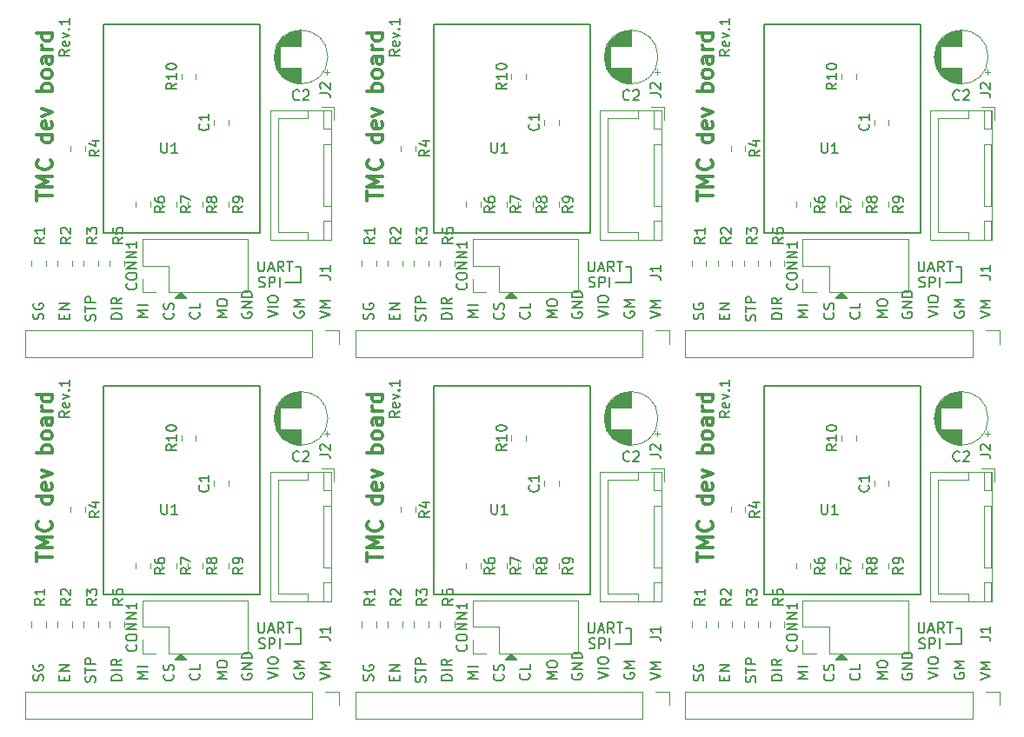
<source format=gto>
G04 #@! TF.GenerationSoftware,KiCad,Pcbnew,5.0.2+dfsg1-1*
G04 #@! TF.CreationDate,2021-09-02T00:31:40+09:00*
G04 #@! TF.ProjectId,tmc-dev-board_panelized,746d632d-6465-4762-9d62-6f6172645f70,rev?*
G04 #@! TF.SameCoordinates,Original*
G04 #@! TF.FileFunction,Legend,Top*
G04 #@! TF.FilePolarity,Positive*
%FSLAX46Y46*%
G04 Gerber Fmt 4.6, Leading zero omitted, Abs format (unit mm)*
G04 Created by KiCad (PCBNEW 5.0.2+dfsg1-1) date Thu 02 Sep 2021 12:31:40 AM JST*
%MOMM*%
%LPD*%
G01*
G04 APERTURE LIST*
%ADD10C,0.200000*%
%ADD11C,0.300000*%
%ADD12C,0.150000*%
%ADD13C,0.120000*%
G04 APERTURE END LIST*
D10*
X180441575Y-133730097D02*
X180441575Y-133396763D01*
X180965384Y-133253906D02*
X180965384Y-133730097D01*
X179965384Y-133730097D01*
X179965384Y-133253906D01*
X180965384Y-132825335D02*
X179965384Y-132825335D01*
X180965384Y-132253906D01*
X179965384Y-132253906D01*
X180441575Y-98528095D02*
X180441575Y-98194761D01*
X180965384Y-98051904D02*
X180965384Y-98528095D01*
X179965384Y-98528095D01*
X179965384Y-98051904D01*
X180965384Y-97623333D02*
X179965384Y-97623333D01*
X180965384Y-97051904D01*
X179965384Y-97051904D01*
X148287573Y-133730097D02*
X148287573Y-133396763D01*
X148811382Y-133253906D02*
X148811382Y-133730097D01*
X147811382Y-133730097D01*
X147811382Y-133253906D01*
X148811382Y-132825335D02*
X147811382Y-132825335D01*
X148811382Y-132253906D01*
X147811382Y-132253906D01*
X148287573Y-98528095D02*
X148287573Y-98194761D01*
X148811382Y-98051904D02*
X148811382Y-98528095D01*
X147811382Y-98528095D01*
X147811382Y-98051904D01*
X148811382Y-97623333D02*
X147811382Y-97623333D01*
X148811382Y-97051904D01*
X147811382Y-97051904D01*
X116133571Y-133730097D02*
X116133571Y-133396763D01*
X116657380Y-133253906D02*
X116657380Y-133730097D01*
X115657380Y-133730097D01*
X115657380Y-133253906D01*
X116657380Y-132825335D02*
X115657380Y-132825335D01*
X116657380Y-132253906D01*
X115657380Y-132253906D01*
X178377765Y-133777716D02*
X178425384Y-133634859D01*
X178425384Y-133396763D01*
X178377765Y-133301525D01*
X178330146Y-133253906D01*
X178234908Y-133206287D01*
X178139670Y-133206287D01*
X178044432Y-133253906D01*
X177996813Y-133301525D01*
X177949194Y-133396763D01*
X177901575Y-133587240D01*
X177853956Y-133682478D01*
X177806337Y-133730097D01*
X177711099Y-133777716D01*
X177615861Y-133777716D01*
X177520623Y-133730097D01*
X177473004Y-133682478D01*
X177425384Y-133587240D01*
X177425384Y-133349144D01*
X177473004Y-133206287D01*
X177473004Y-132253906D02*
X177425384Y-132349144D01*
X177425384Y-132492002D01*
X177473004Y-132634859D01*
X177568242Y-132730097D01*
X177663480Y-132777716D01*
X177853956Y-132825335D01*
X177996813Y-132825335D01*
X178187289Y-132777716D01*
X178282527Y-132730097D01*
X178377765Y-132634859D01*
X178425384Y-132492002D01*
X178425384Y-132396763D01*
X178377765Y-132253906D01*
X178330146Y-132206287D01*
X177996813Y-132206287D01*
X177996813Y-132396763D01*
X178377765Y-98575714D02*
X178425384Y-98432857D01*
X178425384Y-98194761D01*
X178377765Y-98099523D01*
X178330146Y-98051904D01*
X178234908Y-98004285D01*
X178139670Y-98004285D01*
X178044432Y-98051904D01*
X177996813Y-98099523D01*
X177949194Y-98194761D01*
X177901575Y-98385238D01*
X177853956Y-98480476D01*
X177806337Y-98528095D01*
X177711099Y-98575714D01*
X177615861Y-98575714D01*
X177520623Y-98528095D01*
X177473004Y-98480476D01*
X177425384Y-98385238D01*
X177425384Y-98147142D01*
X177473004Y-98004285D01*
X177473004Y-97051904D02*
X177425384Y-97147142D01*
X177425384Y-97290000D01*
X177473004Y-97432857D01*
X177568242Y-97528095D01*
X177663480Y-97575714D01*
X177853956Y-97623333D01*
X177996813Y-97623333D01*
X178187289Y-97575714D01*
X178282527Y-97528095D01*
X178377765Y-97432857D01*
X178425384Y-97290000D01*
X178425384Y-97194761D01*
X178377765Y-97051904D01*
X178330146Y-97004285D01*
X177996813Y-97004285D01*
X177996813Y-97194761D01*
X146223763Y-133777716D02*
X146271382Y-133634859D01*
X146271382Y-133396763D01*
X146223763Y-133301525D01*
X146176144Y-133253906D01*
X146080906Y-133206287D01*
X145985668Y-133206287D01*
X145890430Y-133253906D01*
X145842811Y-133301525D01*
X145795192Y-133396763D01*
X145747573Y-133587240D01*
X145699954Y-133682478D01*
X145652335Y-133730097D01*
X145557097Y-133777716D01*
X145461859Y-133777716D01*
X145366621Y-133730097D01*
X145319002Y-133682478D01*
X145271382Y-133587240D01*
X145271382Y-133349144D01*
X145319002Y-133206287D01*
X145319002Y-132253906D02*
X145271382Y-132349144D01*
X145271382Y-132492002D01*
X145319002Y-132634859D01*
X145414240Y-132730097D01*
X145509478Y-132777716D01*
X145699954Y-132825335D01*
X145842811Y-132825335D01*
X146033287Y-132777716D01*
X146128525Y-132730097D01*
X146223763Y-132634859D01*
X146271382Y-132492002D01*
X146271382Y-132396763D01*
X146223763Y-132253906D01*
X146176144Y-132206287D01*
X145842811Y-132206287D01*
X145842811Y-132396763D01*
X146223763Y-98575714D02*
X146271382Y-98432857D01*
X146271382Y-98194761D01*
X146223763Y-98099523D01*
X146176144Y-98051904D01*
X146080906Y-98004285D01*
X145985668Y-98004285D01*
X145890430Y-98051904D01*
X145842811Y-98099523D01*
X145795192Y-98194761D01*
X145747573Y-98385238D01*
X145699954Y-98480476D01*
X145652335Y-98528095D01*
X145557097Y-98575714D01*
X145461859Y-98575714D01*
X145366621Y-98528095D01*
X145319002Y-98480476D01*
X145271382Y-98385238D01*
X145271382Y-98147142D01*
X145319002Y-98004285D01*
X145319002Y-97051904D02*
X145271382Y-97147142D01*
X145271382Y-97290000D01*
X145319002Y-97432857D01*
X145414240Y-97528095D01*
X145509478Y-97575714D01*
X145699954Y-97623333D01*
X145842811Y-97623333D01*
X146033287Y-97575714D01*
X146128525Y-97528095D01*
X146223763Y-97432857D01*
X146271382Y-97290000D01*
X146271382Y-97194761D01*
X146223763Y-97051904D01*
X146176144Y-97004285D01*
X145842811Y-97004285D01*
X145842811Y-97194761D01*
X114069761Y-133777716D02*
X114117380Y-133634859D01*
X114117380Y-133396763D01*
X114069761Y-133301525D01*
X114022142Y-133253906D01*
X113926904Y-133206287D01*
X113831666Y-133206287D01*
X113736428Y-133253906D01*
X113688809Y-133301525D01*
X113641190Y-133396763D01*
X113593571Y-133587240D01*
X113545952Y-133682478D01*
X113498333Y-133730097D01*
X113403095Y-133777716D01*
X113307857Y-133777716D01*
X113212619Y-133730097D01*
X113165000Y-133682478D01*
X113117380Y-133587240D01*
X113117380Y-133349144D01*
X113165000Y-133206287D01*
X113165000Y-132253906D02*
X113117380Y-132349144D01*
X113117380Y-132492002D01*
X113165000Y-132634859D01*
X113260238Y-132730097D01*
X113355476Y-132777716D01*
X113545952Y-132825335D01*
X113688809Y-132825335D01*
X113879285Y-132777716D01*
X113974523Y-132730097D01*
X114069761Y-132634859D01*
X114117380Y-132492002D01*
X114117380Y-132396763D01*
X114069761Y-132253906D01*
X114022142Y-132206287D01*
X113688809Y-132206287D01*
X113688809Y-132396763D01*
X183457765Y-133904668D02*
X183505384Y-133761811D01*
X183505384Y-133523716D01*
X183457765Y-133428478D01*
X183410146Y-133380859D01*
X183314908Y-133333240D01*
X183219670Y-133333240D01*
X183124432Y-133380859D01*
X183076813Y-133428478D01*
X183029194Y-133523716D01*
X182981575Y-133714192D01*
X182933956Y-133809430D01*
X182886337Y-133857049D01*
X182791099Y-133904668D01*
X182695861Y-133904668D01*
X182600623Y-133857049D01*
X182553004Y-133809430D01*
X182505384Y-133714192D01*
X182505384Y-133476097D01*
X182553004Y-133333240D01*
X182505384Y-133047525D02*
X182505384Y-132476097D01*
X183505384Y-132761811D02*
X182505384Y-132761811D01*
X183505384Y-132142763D02*
X182505384Y-132142763D01*
X182505384Y-131761811D01*
X182553004Y-131666573D01*
X182600623Y-131618954D01*
X182695861Y-131571335D01*
X182838718Y-131571335D01*
X182933956Y-131618954D01*
X182981575Y-131666573D01*
X183029194Y-131761811D01*
X183029194Y-132142763D01*
X183457765Y-98702666D02*
X183505384Y-98559809D01*
X183505384Y-98321714D01*
X183457765Y-98226476D01*
X183410146Y-98178857D01*
X183314908Y-98131238D01*
X183219670Y-98131238D01*
X183124432Y-98178857D01*
X183076813Y-98226476D01*
X183029194Y-98321714D01*
X182981575Y-98512190D01*
X182933956Y-98607428D01*
X182886337Y-98655047D01*
X182791099Y-98702666D01*
X182695861Y-98702666D01*
X182600623Y-98655047D01*
X182553004Y-98607428D01*
X182505384Y-98512190D01*
X182505384Y-98274095D01*
X182553004Y-98131238D01*
X182505384Y-97845523D02*
X182505384Y-97274095D01*
X183505384Y-97559809D02*
X182505384Y-97559809D01*
X183505384Y-96940761D02*
X182505384Y-96940761D01*
X182505384Y-96559809D01*
X182553004Y-96464571D01*
X182600623Y-96416952D01*
X182695861Y-96369333D01*
X182838718Y-96369333D01*
X182933956Y-96416952D01*
X182981575Y-96464571D01*
X183029194Y-96559809D01*
X183029194Y-96940761D01*
X151303763Y-133904668D02*
X151351382Y-133761811D01*
X151351382Y-133523716D01*
X151303763Y-133428478D01*
X151256144Y-133380859D01*
X151160906Y-133333240D01*
X151065668Y-133333240D01*
X150970430Y-133380859D01*
X150922811Y-133428478D01*
X150875192Y-133523716D01*
X150827573Y-133714192D01*
X150779954Y-133809430D01*
X150732335Y-133857049D01*
X150637097Y-133904668D01*
X150541859Y-133904668D01*
X150446621Y-133857049D01*
X150399002Y-133809430D01*
X150351382Y-133714192D01*
X150351382Y-133476097D01*
X150399002Y-133333240D01*
X150351382Y-133047525D02*
X150351382Y-132476097D01*
X151351382Y-132761811D02*
X150351382Y-132761811D01*
X151351382Y-132142763D02*
X150351382Y-132142763D01*
X150351382Y-131761811D01*
X150399002Y-131666573D01*
X150446621Y-131618954D01*
X150541859Y-131571335D01*
X150684716Y-131571335D01*
X150779954Y-131618954D01*
X150827573Y-131666573D01*
X150875192Y-131761811D01*
X150875192Y-132142763D01*
X151303763Y-98702666D02*
X151351382Y-98559809D01*
X151351382Y-98321714D01*
X151303763Y-98226476D01*
X151256144Y-98178857D01*
X151160906Y-98131238D01*
X151065668Y-98131238D01*
X150970430Y-98178857D01*
X150922811Y-98226476D01*
X150875192Y-98321714D01*
X150827573Y-98512190D01*
X150779954Y-98607428D01*
X150732335Y-98655047D01*
X150637097Y-98702666D01*
X150541859Y-98702666D01*
X150446621Y-98655047D01*
X150399002Y-98607428D01*
X150351382Y-98512190D01*
X150351382Y-98274095D01*
X150399002Y-98131238D01*
X150351382Y-97845523D02*
X150351382Y-97274095D01*
X151351382Y-97559809D02*
X150351382Y-97559809D01*
X151351382Y-96940761D02*
X150351382Y-96940761D01*
X150351382Y-96559809D01*
X150399002Y-96464571D01*
X150446621Y-96416952D01*
X150541859Y-96369333D01*
X150684716Y-96369333D01*
X150779954Y-96416952D01*
X150827573Y-96464571D01*
X150875192Y-96559809D01*
X150875192Y-96940761D01*
X119149761Y-133904668D02*
X119197380Y-133761811D01*
X119197380Y-133523716D01*
X119149761Y-133428478D01*
X119102142Y-133380859D01*
X119006904Y-133333240D01*
X118911666Y-133333240D01*
X118816428Y-133380859D01*
X118768809Y-133428478D01*
X118721190Y-133523716D01*
X118673571Y-133714192D01*
X118625952Y-133809430D01*
X118578333Y-133857049D01*
X118483095Y-133904668D01*
X118387857Y-133904668D01*
X118292619Y-133857049D01*
X118245000Y-133809430D01*
X118197380Y-133714192D01*
X118197380Y-133476097D01*
X118245000Y-133333240D01*
X118197380Y-133047525D02*
X118197380Y-132476097D01*
X119197380Y-132761811D02*
X118197380Y-132761811D01*
X119197380Y-132142763D02*
X118197380Y-132142763D01*
X118197380Y-131761811D01*
X118245000Y-131666573D01*
X118292619Y-131618954D01*
X118387857Y-131571335D01*
X118530714Y-131571335D01*
X118625952Y-131618954D01*
X118673571Y-131666573D01*
X118721190Y-131761811D01*
X118721190Y-132142763D01*
X186045384Y-133738002D02*
X185045384Y-133738002D01*
X185045384Y-133499906D01*
X185093004Y-133357049D01*
X185188242Y-133261811D01*
X185283480Y-133214192D01*
X185473956Y-133166573D01*
X185616813Y-133166573D01*
X185807289Y-133214192D01*
X185902527Y-133261811D01*
X185997765Y-133357049D01*
X186045384Y-133499906D01*
X186045384Y-133738002D01*
X186045384Y-132738002D02*
X185045384Y-132738002D01*
X186045384Y-131690382D02*
X185569194Y-132023716D01*
X186045384Y-132261811D02*
X185045384Y-132261811D01*
X185045384Y-131880859D01*
X185093004Y-131785621D01*
X185140623Y-131738002D01*
X185235861Y-131690382D01*
X185378718Y-131690382D01*
X185473956Y-131738002D01*
X185521575Y-131785621D01*
X185569194Y-131880859D01*
X185569194Y-132261811D01*
X186045384Y-98536000D02*
X185045384Y-98536000D01*
X185045384Y-98297904D01*
X185093004Y-98155047D01*
X185188242Y-98059809D01*
X185283480Y-98012190D01*
X185473956Y-97964571D01*
X185616813Y-97964571D01*
X185807289Y-98012190D01*
X185902527Y-98059809D01*
X185997765Y-98155047D01*
X186045384Y-98297904D01*
X186045384Y-98536000D01*
X186045384Y-97536000D02*
X185045384Y-97536000D01*
X186045384Y-96488380D02*
X185569194Y-96821714D01*
X186045384Y-97059809D02*
X185045384Y-97059809D01*
X185045384Y-96678857D01*
X185093004Y-96583619D01*
X185140623Y-96536000D01*
X185235861Y-96488380D01*
X185378718Y-96488380D01*
X185473956Y-96536000D01*
X185521575Y-96583619D01*
X185569194Y-96678857D01*
X185569194Y-97059809D01*
X153891382Y-133738002D02*
X152891382Y-133738002D01*
X152891382Y-133499906D01*
X152939002Y-133357049D01*
X153034240Y-133261811D01*
X153129478Y-133214192D01*
X153319954Y-133166573D01*
X153462811Y-133166573D01*
X153653287Y-133214192D01*
X153748525Y-133261811D01*
X153843763Y-133357049D01*
X153891382Y-133499906D01*
X153891382Y-133738002D01*
X153891382Y-132738002D02*
X152891382Y-132738002D01*
X153891382Y-131690382D02*
X153415192Y-132023716D01*
X153891382Y-132261811D02*
X152891382Y-132261811D01*
X152891382Y-131880859D01*
X152939002Y-131785621D01*
X152986621Y-131738002D01*
X153081859Y-131690382D01*
X153224716Y-131690382D01*
X153319954Y-131738002D01*
X153367573Y-131785621D01*
X153415192Y-131880859D01*
X153415192Y-132261811D01*
X153891382Y-98536000D02*
X152891382Y-98536000D01*
X152891382Y-98297904D01*
X152939002Y-98155047D01*
X153034240Y-98059809D01*
X153129478Y-98012190D01*
X153319954Y-97964571D01*
X153462811Y-97964571D01*
X153653287Y-98012190D01*
X153748525Y-98059809D01*
X153843763Y-98155047D01*
X153891382Y-98297904D01*
X153891382Y-98536000D01*
X153891382Y-97536000D02*
X152891382Y-97536000D01*
X153891382Y-96488380D02*
X153415192Y-96821714D01*
X153891382Y-97059809D02*
X152891382Y-97059809D01*
X152891382Y-96678857D01*
X152939002Y-96583619D01*
X152986621Y-96536000D01*
X153081859Y-96488380D01*
X153224716Y-96488380D01*
X153319954Y-96536000D01*
X153367573Y-96583619D01*
X153415192Y-96678857D01*
X153415192Y-97059809D01*
X121737380Y-133738002D02*
X120737380Y-133738002D01*
X120737380Y-133499906D01*
X120785000Y-133357049D01*
X120880238Y-133261811D01*
X120975476Y-133214192D01*
X121165952Y-133166573D01*
X121308809Y-133166573D01*
X121499285Y-133214192D01*
X121594523Y-133261811D01*
X121689761Y-133357049D01*
X121737380Y-133499906D01*
X121737380Y-133738002D01*
X121737380Y-132738002D02*
X120737380Y-132738002D01*
X121737380Y-131690382D02*
X121261190Y-132023716D01*
X121737380Y-132261811D02*
X120737380Y-132261811D01*
X120737380Y-131880859D01*
X120785000Y-131785621D01*
X120832619Y-131738002D01*
X120927857Y-131690382D01*
X121070714Y-131690382D01*
X121165952Y-131738002D01*
X121213571Y-131785621D01*
X121261190Y-131880859D01*
X121261190Y-132261811D01*
X196332384Y-133595144D02*
X195332384Y-133595144D01*
X196046670Y-133261811D01*
X195332384Y-132928478D01*
X196332384Y-132928478D01*
X195332384Y-132261811D02*
X195332384Y-132071335D01*
X195380004Y-131976097D01*
X195475242Y-131880859D01*
X195665718Y-131833240D01*
X195999051Y-131833240D01*
X196189527Y-131880859D01*
X196284765Y-131976097D01*
X196332384Y-132071335D01*
X196332384Y-132261811D01*
X196284765Y-132357049D01*
X196189527Y-132452287D01*
X195999051Y-132499906D01*
X195665718Y-132499906D01*
X195475242Y-132452287D01*
X195380004Y-132357049D01*
X195332384Y-132261811D01*
X196332384Y-98393142D02*
X195332384Y-98393142D01*
X196046670Y-98059809D01*
X195332384Y-97726476D01*
X196332384Y-97726476D01*
X195332384Y-97059809D02*
X195332384Y-96869333D01*
X195380004Y-96774095D01*
X195475242Y-96678857D01*
X195665718Y-96631238D01*
X195999051Y-96631238D01*
X196189527Y-96678857D01*
X196284765Y-96774095D01*
X196332384Y-96869333D01*
X196332384Y-97059809D01*
X196284765Y-97155047D01*
X196189527Y-97250285D01*
X195999051Y-97297904D01*
X195665718Y-97297904D01*
X195475242Y-97250285D01*
X195380004Y-97155047D01*
X195332384Y-97059809D01*
X164178382Y-133595144D02*
X163178382Y-133595144D01*
X163892668Y-133261811D01*
X163178382Y-132928478D01*
X164178382Y-132928478D01*
X163178382Y-132261811D02*
X163178382Y-132071335D01*
X163226002Y-131976097D01*
X163321240Y-131880859D01*
X163511716Y-131833240D01*
X163845049Y-131833240D01*
X164035525Y-131880859D01*
X164130763Y-131976097D01*
X164178382Y-132071335D01*
X164178382Y-132261811D01*
X164130763Y-132357049D01*
X164035525Y-132452287D01*
X163845049Y-132499906D01*
X163511716Y-132499906D01*
X163321240Y-132452287D01*
X163226002Y-132357049D01*
X163178382Y-132261811D01*
X164178382Y-98393142D02*
X163178382Y-98393142D01*
X163892668Y-98059809D01*
X163178382Y-97726476D01*
X164178382Y-97726476D01*
X163178382Y-97059809D02*
X163178382Y-96869333D01*
X163226002Y-96774095D01*
X163321240Y-96678857D01*
X163511716Y-96631238D01*
X163845049Y-96631238D01*
X164035525Y-96678857D01*
X164130763Y-96774095D01*
X164178382Y-96869333D01*
X164178382Y-97059809D01*
X164130763Y-97155047D01*
X164035525Y-97250285D01*
X163845049Y-97297904D01*
X163511716Y-97297904D01*
X163321240Y-97250285D01*
X163226002Y-97155047D01*
X163178382Y-97059809D01*
X132024380Y-133595144D02*
X131024380Y-133595144D01*
X131738666Y-133261811D01*
X131024380Y-132928478D01*
X132024380Y-132928478D01*
X131024380Y-132261811D02*
X131024380Y-132071335D01*
X131072000Y-131976097D01*
X131167238Y-131880859D01*
X131357714Y-131833240D01*
X131691047Y-131833240D01*
X131881523Y-131880859D01*
X131976761Y-131976097D01*
X132024380Y-132071335D01*
X132024380Y-132261811D01*
X131976761Y-132357049D01*
X131881523Y-132452287D01*
X131691047Y-132499906D01*
X131357714Y-132499906D01*
X131167238Y-132452287D01*
X131072000Y-132357049D01*
X131024380Y-132261811D01*
X193570146Y-133087240D02*
X193617765Y-133134859D01*
X193665384Y-133277716D01*
X193665384Y-133372954D01*
X193617765Y-133515811D01*
X193522527Y-133611049D01*
X193427289Y-133658668D01*
X193236813Y-133706287D01*
X193093956Y-133706287D01*
X192903480Y-133658668D01*
X192808242Y-133611049D01*
X192713004Y-133515811D01*
X192665384Y-133372954D01*
X192665384Y-133277716D01*
X192713004Y-133134859D01*
X192760623Y-133087240D01*
X193665384Y-132182478D02*
X193665384Y-132658668D01*
X192665384Y-132658668D01*
X193570146Y-97885238D02*
X193617765Y-97932857D01*
X193665384Y-98075714D01*
X193665384Y-98170952D01*
X193617765Y-98313809D01*
X193522527Y-98409047D01*
X193427289Y-98456666D01*
X193236813Y-98504285D01*
X193093956Y-98504285D01*
X192903480Y-98456666D01*
X192808242Y-98409047D01*
X192713004Y-98313809D01*
X192665384Y-98170952D01*
X192665384Y-98075714D01*
X192713004Y-97932857D01*
X192760623Y-97885238D01*
X193665384Y-96980476D02*
X193665384Y-97456666D01*
X192665384Y-97456666D01*
X161416144Y-133087240D02*
X161463763Y-133134859D01*
X161511382Y-133277716D01*
X161511382Y-133372954D01*
X161463763Y-133515811D01*
X161368525Y-133611049D01*
X161273287Y-133658668D01*
X161082811Y-133706287D01*
X160939954Y-133706287D01*
X160749478Y-133658668D01*
X160654240Y-133611049D01*
X160559002Y-133515811D01*
X160511382Y-133372954D01*
X160511382Y-133277716D01*
X160559002Y-133134859D01*
X160606621Y-133087240D01*
X161511382Y-132182478D02*
X161511382Y-132658668D01*
X160511382Y-132658668D01*
X161416144Y-97885238D02*
X161463763Y-97932857D01*
X161511382Y-98075714D01*
X161511382Y-98170952D01*
X161463763Y-98313809D01*
X161368525Y-98409047D01*
X161273287Y-98456666D01*
X161082811Y-98504285D01*
X160939954Y-98504285D01*
X160749478Y-98456666D01*
X160654240Y-98409047D01*
X160559002Y-98313809D01*
X160511382Y-98170952D01*
X160511382Y-98075714D01*
X160559002Y-97932857D01*
X160606621Y-97885238D01*
X161511382Y-96980476D02*
X161511382Y-97456666D01*
X160511382Y-97456666D01*
X129262142Y-133087240D02*
X129309761Y-133134859D01*
X129357380Y-133277716D01*
X129357380Y-133372954D01*
X129309761Y-133515811D01*
X129214523Y-133611049D01*
X129119285Y-133658668D01*
X128928809Y-133706287D01*
X128785952Y-133706287D01*
X128595476Y-133658668D01*
X128500238Y-133611049D01*
X128405000Y-133515811D01*
X128357380Y-133372954D01*
X128357380Y-133277716D01*
X128405000Y-133134859D01*
X128452619Y-133087240D01*
X129357380Y-132182478D02*
X129357380Y-132658668D01*
X128357380Y-132658668D01*
X191030146Y-133158668D02*
X191077765Y-133206287D01*
X191125384Y-133349144D01*
X191125384Y-133444382D01*
X191077765Y-133587240D01*
X190982527Y-133682478D01*
X190887289Y-133730097D01*
X190696813Y-133777716D01*
X190553956Y-133777716D01*
X190363480Y-133730097D01*
X190268242Y-133682478D01*
X190173004Y-133587240D01*
X190125384Y-133444382D01*
X190125384Y-133349144D01*
X190173004Y-133206287D01*
X190220623Y-133158668D01*
X191077765Y-132777716D02*
X191125384Y-132634859D01*
X191125384Y-132396763D01*
X191077765Y-132301525D01*
X191030146Y-132253906D01*
X190934908Y-132206287D01*
X190839670Y-132206287D01*
X190744432Y-132253906D01*
X190696813Y-132301525D01*
X190649194Y-132396763D01*
X190601575Y-132587240D01*
X190553956Y-132682478D01*
X190506337Y-132730097D01*
X190411099Y-132777716D01*
X190315861Y-132777716D01*
X190220623Y-132730097D01*
X190173004Y-132682478D01*
X190125384Y-132587240D01*
X190125384Y-132349144D01*
X190173004Y-132206287D01*
X191030146Y-97956666D02*
X191077765Y-98004285D01*
X191125384Y-98147142D01*
X191125384Y-98242380D01*
X191077765Y-98385238D01*
X190982527Y-98480476D01*
X190887289Y-98528095D01*
X190696813Y-98575714D01*
X190553956Y-98575714D01*
X190363480Y-98528095D01*
X190268242Y-98480476D01*
X190173004Y-98385238D01*
X190125384Y-98242380D01*
X190125384Y-98147142D01*
X190173004Y-98004285D01*
X190220623Y-97956666D01*
X191077765Y-97575714D02*
X191125384Y-97432857D01*
X191125384Y-97194761D01*
X191077765Y-97099523D01*
X191030146Y-97051904D01*
X190934908Y-97004285D01*
X190839670Y-97004285D01*
X190744432Y-97051904D01*
X190696813Y-97099523D01*
X190649194Y-97194761D01*
X190601575Y-97385238D01*
X190553956Y-97480476D01*
X190506337Y-97528095D01*
X190411099Y-97575714D01*
X190315861Y-97575714D01*
X190220623Y-97528095D01*
X190173004Y-97480476D01*
X190125384Y-97385238D01*
X190125384Y-97147142D01*
X190173004Y-97004285D01*
X158876144Y-133158668D02*
X158923763Y-133206287D01*
X158971382Y-133349144D01*
X158971382Y-133444382D01*
X158923763Y-133587240D01*
X158828525Y-133682478D01*
X158733287Y-133730097D01*
X158542811Y-133777716D01*
X158399954Y-133777716D01*
X158209478Y-133730097D01*
X158114240Y-133682478D01*
X158019002Y-133587240D01*
X157971382Y-133444382D01*
X157971382Y-133349144D01*
X158019002Y-133206287D01*
X158066621Y-133158668D01*
X158923763Y-132777716D02*
X158971382Y-132634859D01*
X158971382Y-132396763D01*
X158923763Y-132301525D01*
X158876144Y-132253906D01*
X158780906Y-132206287D01*
X158685668Y-132206287D01*
X158590430Y-132253906D01*
X158542811Y-132301525D01*
X158495192Y-132396763D01*
X158447573Y-132587240D01*
X158399954Y-132682478D01*
X158352335Y-132730097D01*
X158257097Y-132777716D01*
X158161859Y-132777716D01*
X158066621Y-132730097D01*
X158019002Y-132682478D01*
X157971382Y-132587240D01*
X157971382Y-132349144D01*
X158019002Y-132206287D01*
X158876144Y-97956666D02*
X158923763Y-98004285D01*
X158971382Y-98147142D01*
X158971382Y-98242380D01*
X158923763Y-98385238D01*
X158828525Y-98480476D01*
X158733287Y-98528095D01*
X158542811Y-98575714D01*
X158399954Y-98575714D01*
X158209478Y-98528095D01*
X158114240Y-98480476D01*
X158019002Y-98385238D01*
X157971382Y-98242380D01*
X157971382Y-98147142D01*
X158019002Y-98004285D01*
X158066621Y-97956666D01*
X158923763Y-97575714D02*
X158971382Y-97432857D01*
X158971382Y-97194761D01*
X158923763Y-97099523D01*
X158876144Y-97051904D01*
X158780906Y-97004285D01*
X158685668Y-97004285D01*
X158590430Y-97051904D01*
X158542811Y-97099523D01*
X158495192Y-97194761D01*
X158447573Y-97385238D01*
X158399954Y-97480476D01*
X158352335Y-97528095D01*
X158257097Y-97575714D01*
X158161859Y-97575714D01*
X158066621Y-97528095D01*
X158019002Y-97480476D01*
X157971382Y-97385238D01*
X157971382Y-97147142D01*
X158019002Y-97004285D01*
X126722142Y-133158668D02*
X126769761Y-133206287D01*
X126817380Y-133349144D01*
X126817380Y-133444382D01*
X126769761Y-133587240D01*
X126674523Y-133682478D01*
X126579285Y-133730097D01*
X126388809Y-133777716D01*
X126245952Y-133777716D01*
X126055476Y-133730097D01*
X125960238Y-133682478D01*
X125865000Y-133587240D01*
X125817380Y-133444382D01*
X125817380Y-133349144D01*
X125865000Y-133206287D01*
X125912619Y-133158668D01*
X126769761Y-132777716D02*
X126817380Y-132634859D01*
X126817380Y-132396763D01*
X126769761Y-132301525D01*
X126722142Y-132253906D01*
X126626904Y-132206287D01*
X126531666Y-132206287D01*
X126436428Y-132253906D01*
X126388809Y-132301525D01*
X126341190Y-132396763D01*
X126293571Y-132587240D01*
X126245952Y-132682478D01*
X126198333Y-132730097D01*
X126103095Y-132777716D01*
X126007857Y-132777716D01*
X125912619Y-132730097D01*
X125865000Y-132682478D01*
X125817380Y-132587240D01*
X125817380Y-132349144D01*
X125865000Y-132206287D01*
X188585384Y-133563430D02*
X187585384Y-133563430D01*
X188299670Y-133230097D01*
X187585384Y-132896763D01*
X188585384Y-132896763D01*
X188585384Y-132420573D02*
X187585384Y-132420573D01*
X188585384Y-98361428D02*
X187585384Y-98361428D01*
X188299670Y-98028095D01*
X187585384Y-97694761D01*
X188585384Y-97694761D01*
X188585384Y-97218571D02*
X187585384Y-97218571D01*
X156431382Y-133563430D02*
X155431382Y-133563430D01*
X156145668Y-133230097D01*
X155431382Y-132896763D01*
X156431382Y-132896763D01*
X156431382Y-132420573D02*
X155431382Y-132420573D01*
X156431382Y-98361428D02*
X155431382Y-98361428D01*
X156145668Y-98028095D01*
X155431382Y-97694761D01*
X156431382Y-97694761D01*
X156431382Y-97218571D02*
X155431382Y-97218571D01*
X124277380Y-133563430D02*
X123277380Y-133563430D01*
X123991666Y-133230097D01*
X123277380Y-132896763D01*
X124277380Y-132896763D01*
X124277380Y-132420573D02*
X123277380Y-132420573D01*
X197793004Y-133118906D02*
X197745384Y-133214144D01*
X197745384Y-133357002D01*
X197793004Y-133499859D01*
X197888242Y-133595097D01*
X197983480Y-133642716D01*
X198173956Y-133690335D01*
X198316813Y-133690335D01*
X198507289Y-133642716D01*
X198602527Y-133595097D01*
X198697765Y-133499859D01*
X198745384Y-133357002D01*
X198745384Y-133261763D01*
X198697765Y-133118906D01*
X198650146Y-133071287D01*
X198316813Y-133071287D01*
X198316813Y-133261763D01*
X198745384Y-132642716D02*
X197745384Y-132642716D01*
X198745384Y-132071287D01*
X197745384Y-132071287D01*
X198745384Y-131595097D02*
X197745384Y-131595097D01*
X197745384Y-131357002D01*
X197793004Y-131214144D01*
X197888242Y-131118906D01*
X197983480Y-131071287D01*
X198173956Y-131023668D01*
X198316813Y-131023668D01*
X198507289Y-131071287D01*
X198602527Y-131118906D01*
X198697765Y-131214144D01*
X198745384Y-131357002D01*
X198745384Y-131595097D01*
X197793004Y-97916904D02*
X197745384Y-98012142D01*
X197745384Y-98155000D01*
X197793004Y-98297857D01*
X197888242Y-98393095D01*
X197983480Y-98440714D01*
X198173956Y-98488333D01*
X198316813Y-98488333D01*
X198507289Y-98440714D01*
X198602527Y-98393095D01*
X198697765Y-98297857D01*
X198745384Y-98155000D01*
X198745384Y-98059761D01*
X198697765Y-97916904D01*
X198650146Y-97869285D01*
X198316813Y-97869285D01*
X198316813Y-98059761D01*
X198745384Y-97440714D02*
X197745384Y-97440714D01*
X198745384Y-96869285D01*
X197745384Y-96869285D01*
X198745384Y-96393095D02*
X197745384Y-96393095D01*
X197745384Y-96155000D01*
X197793004Y-96012142D01*
X197888242Y-95916904D01*
X197983480Y-95869285D01*
X198173956Y-95821666D01*
X198316813Y-95821666D01*
X198507289Y-95869285D01*
X198602527Y-95916904D01*
X198697765Y-96012142D01*
X198745384Y-96155000D01*
X198745384Y-96393095D01*
X165639002Y-133118906D02*
X165591382Y-133214144D01*
X165591382Y-133357002D01*
X165639002Y-133499859D01*
X165734240Y-133595097D01*
X165829478Y-133642716D01*
X166019954Y-133690335D01*
X166162811Y-133690335D01*
X166353287Y-133642716D01*
X166448525Y-133595097D01*
X166543763Y-133499859D01*
X166591382Y-133357002D01*
X166591382Y-133261763D01*
X166543763Y-133118906D01*
X166496144Y-133071287D01*
X166162811Y-133071287D01*
X166162811Y-133261763D01*
X166591382Y-132642716D02*
X165591382Y-132642716D01*
X166591382Y-132071287D01*
X165591382Y-132071287D01*
X166591382Y-131595097D02*
X165591382Y-131595097D01*
X165591382Y-131357002D01*
X165639002Y-131214144D01*
X165734240Y-131118906D01*
X165829478Y-131071287D01*
X166019954Y-131023668D01*
X166162811Y-131023668D01*
X166353287Y-131071287D01*
X166448525Y-131118906D01*
X166543763Y-131214144D01*
X166591382Y-131357002D01*
X166591382Y-131595097D01*
X165639002Y-97916904D02*
X165591382Y-98012142D01*
X165591382Y-98155000D01*
X165639002Y-98297857D01*
X165734240Y-98393095D01*
X165829478Y-98440714D01*
X166019954Y-98488333D01*
X166162811Y-98488333D01*
X166353287Y-98440714D01*
X166448525Y-98393095D01*
X166543763Y-98297857D01*
X166591382Y-98155000D01*
X166591382Y-98059761D01*
X166543763Y-97916904D01*
X166496144Y-97869285D01*
X166162811Y-97869285D01*
X166162811Y-98059761D01*
X166591382Y-97440714D02*
X165591382Y-97440714D01*
X166591382Y-96869285D01*
X165591382Y-96869285D01*
X166591382Y-96393095D02*
X165591382Y-96393095D01*
X165591382Y-96155000D01*
X165639002Y-96012142D01*
X165734240Y-95916904D01*
X165829478Y-95869285D01*
X166019954Y-95821666D01*
X166162811Y-95821666D01*
X166353287Y-95869285D01*
X166448525Y-95916904D01*
X166543763Y-96012142D01*
X166591382Y-96155000D01*
X166591382Y-96393095D01*
X133485000Y-133118906D02*
X133437380Y-133214144D01*
X133437380Y-133357002D01*
X133485000Y-133499859D01*
X133580238Y-133595097D01*
X133675476Y-133642716D01*
X133865952Y-133690335D01*
X134008809Y-133690335D01*
X134199285Y-133642716D01*
X134294523Y-133595097D01*
X134389761Y-133499859D01*
X134437380Y-133357002D01*
X134437380Y-133261763D01*
X134389761Y-133118906D01*
X134342142Y-133071287D01*
X134008809Y-133071287D01*
X134008809Y-133261763D01*
X134437380Y-132642716D02*
X133437380Y-132642716D01*
X134437380Y-132071287D01*
X133437380Y-132071287D01*
X134437380Y-131595097D02*
X133437380Y-131595097D01*
X133437380Y-131357002D01*
X133485000Y-131214144D01*
X133580238Y-131118906D01*
X133675476Y-131071287D01*
X133865952Y-131023668D01*
X134008809Y-131023668D01*
X134199285Y-131071287D01*
X134294523Y-131118906D01*
X134389761Y-131214144D01*
X134437380Y-131357002D01*
X134437380Y-131595097D01*
X200285384Y-133579240D02*
X201285384Y-133245906D01*
X200285384Y-132912573D01*
X201285384Y-132579240D02*
X200285384Y-132579240D01*
X200285384Y-131912573D02*
X200285384Y-131722097D01*
X200333004Y-131626859D01*
X200428242Y-131531621D01*
X200618718Y-131484002D01*
X200952051Y-131484002D01*
X201142527Y-131531621D01*
X201237765Y-131626859D01*
X201285384Y-131722097D01*
X201285384Y-131912573D01*
X201237765Y-132007811D01*
X201142527Y-132103049D01*
X200952051Y-132150668D01*
X200618718Y-132150668D01*
X200428242Y-132103049D01*
X200333004Y-132007811D01*
X200285384Y-131912573D01*
X200285384Y-98377238D02*
X201285384Y-98043904D01*
X200285384Y-97710571D01*
X201285384Y-97377238D02*
X200285384Y-97377238D01*
X200285384Y-96710571D02*
X200285384Y-96520095D01*
X200333004Y-96424857D01*
X200428242Y-96329619D01*
X200618718Y-96282000D01*
X200952051Y-96282000D01*
X201142527Y-96329619D01*
X201237765Y-96424857D01*
X201285384Y-96520095D01*
X201285384Y-96710571D01*
X201237765Y-96805809D01*
X201142527Y-96901047D01*
X200952051Y-96948666D01*
X200618718Y-96948666D01*
X200428242Y-96901047D01*
X200333004Y-96805809D01*
X200285384Y-96710571D01*
X168131382Y-133579240D02*
X169131382Y-133245906D01*
X168131382Y-132912573D01*
X169131382Y-132579240D02*
X168131382Y-132579240D01*
X168131382Y-131912573D02*
X168131382Y-131722097D01*
X168179002Y-131626859D01*
X168274240Y-131531621D01*
X168464716Y-131484002D01*
X168798049Y-131484002D01*
X168988525Y-131531621D01*
X169083763Y-131626859D01*
X169131382Y-131722097D01*
X169131382Y-131912573D01*
X169083763Y-132007811D01*
X168988525Y-132103049D01*
X168798049Y-132150668D01*
X168464716Y-132150668D01*
X168274240Y-132103049D01*
X168179002Y-132007811D01*
X168131382Y-131912573D01*
X168131382Y-98377238D02*
X169131382Y-98043904D01*
X168131382Y-97710571D01*
X169131382Y-97377238D02*
X168131382Y-97377238D01*
X168131382Y-96710571D02*
X168131382Y-96520095D01*
X168179002Y-96424857D01*
X168274240Y-96329619D01*
X168464716Y-96282000D01*
X168798049Y-96282000D01*
X168988525Y-96329619D01*
X169083763Y-96424857D01*
X169131382Y-96520095D01*
X169131382Y-96710571D01*
X169083763Y-96805809D01*
X168988525Y-96901047D01*
X168798049Y-96948666D01*
X168464716Y-96948666D01*
X168274240Y-96901047D01*
X168179002Y-96805809D01*
X168131382Y-96710571D01*
X135977380Y-133579240D02*
X136977380Y-133245906D01*
X135977380Y-132912573D01*
X136977380Y-132579240D02*
X135977380Y-132579240D01*
X135977380Y-131912573D02*
X135977380Y-131722097D01*
X136025000Y-131626859D01*
X136120238Y-131531621D01*
X136310714Y-131484002D01*
X136644047Y-131484002D01*
X136834523Y-131531621D01*
X136929761Y-131626859D01*
X136977380Y-131722097D01*
X136977380Y-131912573D01*
X136929761Y-132007811D01*
X136834523Y-132103049D01*
X136644047Y-132150668D01*
X136310714Y-132150668D01*
X136120238Y-132103049D01*
X136025000Y-132007811D01*
X135977380Y-131912573D01*
X202873004Y-133047525D02*
X202825384Y-133142763D01*
X202825384Y-133285621D01*
X202873004Y-133428478D01*
X202968242Y-133523716D01*
X203063480Y-133571335D01*
X203253956Y-133618954D01*
X203396813Y-133618954D01*
X203587289Y-133571335D01*
X203682527Y-133523716D01*
X203777765Y-133428478D01*
X203825384Y-133285621D01*
X203825384Y-133190382D01*
X203777765Y-133047525D01*
X203730146Y-132999906D01*
X203396813Y-132999906D01*
X203396813Y-133190382D01*
X203825384Y-132571335D02*
X202825384Y-132571335D01*
X203539670Y-132238002D01*
X202825384Y-131904668D01*
X203825384Y-131904668D01*
X202873004Y-97845523D02*
X202825384Y-97940761D01*
X202825384Y-98083619D01*
X202873004Y-98226476D01*
X202968242Y-98321714D01*
X203063480Y-98369333D01*
X203253956Y-98416952D01*
X203396813Y-98416952D01*
X203587289Y-98369333D01*
X203682527Y-98321714D01*
X203777765Y-98226476D01*
X203825384Y-98083619D01*
X203825384Y-97988380D01*
X203777765Y-97845523D01*
X203730146Y-97797904D01*
X203396813Y-97797904D01*
X203396813Y-97988380D01*
X203825384Y-97369333D02*
X202825384Y-97369333D01*
X203539670Y-97036000D01*
X202825384Y-96702666D01*
X203825384Y-96702666D01*
X170719002Y-133047525D02*
X170671382Y-133142763D01*
X170671382Y-133285621D01*
X170719002Y-133428478D01*
X170814240Y-133523716D01*
X170909478Y-133571335D01*
X171099954Y-133618954D01*
X171242811Y-133618954D01*
X171433287Y-133571335D01*
X171528525Y-133523716D01*
X171623763Y-133428478D01*
X171671382Y-133285621D01*
X171671382Y-133190382D01*
X171623763Y-133047525D01*
X171576144Y-132999906D01*
X171242811Y-132999906D01*
X171242811Y-133190382D01*
X171671382Y-132571335D02*
X170671382Y-132571335D01*
X171385668Y-132238002D01*
X170671382Y-131904668D01*
X171671382Y-131904668D01*
X170719002Y-97845523D02*
X170671382Y-97940761D01*
X170671382Y-98083619D01*
X170719002Y-98226476D01*
X170814240Y-98321714D01*
X170909478Y-98369333D01*
X171099954Y-98416952D01*
X171242811Y-98416952D01*
X171433287Y-98369333D01*
X171528525Y-98321714D01*
X171623763Y-98226476D01*
X171671382Y-98083619D01*
X171671382Y-97988380D01*
X171623763Y-97845523D01*
X171576144Y-97797904D01*
X171242811Y-97797904D01*
X171242811Y-97988380D01*
X171671382Y-97369333D02*
X170671382Y-97369333D01*
X171385668Y-97036000D01*
X170671382Y-96702666D01*
X171671382Y-96702666D01*
X138565000Y-133047525D02*
X138517380Y-133142763D01*
X138517380Y-133285621D01*
X138565000Y-133428478D01*
X138660238Y-133523716D01*
X138755476Y-133571335D01*
X138945952Y-133618954D01*
X139088809Y-133618954D01*
X139279285Y-133571335D01*
X139374523Y-133523716D01*
X139469761Y-133428478D01*
X139517380Y-133285621D01*
X139517380Y-133190382D01*
X139469761Y-133047525D01*
X139422142Y-132999906D01*
X139088809Y-132999906D01*
X139088809Y-133190382D01*
X139517380Y-132571335D02*
X138517380Y-132571335D01*
X139231666Y-132238002D01*
X138517380Y-131904668D01*
X139517380Y-131904668D01*
X205365384Y-133642763D02*
X206365384Y-133309430D01*
X205365384Y-132976097D01*
X206365384Y-132642763D02*
X205365384Y-132642763D01*
X206079670Y-132309430D01*
X205365384Y-131976097D01*
X206365384Y-131976097D01*
X205365384Y-98440761D02*
X206365384Y-98107428D01*
X205365384Y-97774095D01*
X206365384Y-97440761D02*
X205365384Y-97440761D01*
X206079670Y-97107428D01*
X205365384Y-96774095D01*
X206365384Y-96774095D01*
X173211382Y-133642763D02*
X174211382Y-133309430D01*
X173211382Y-132976097D01*
X174211382Y-132642763D02*
X173211382Y-132642763D01*
X173925668Y-132309430D01*
X173211382Y-131976097D01*
X174211382Y-131976097D01*
X173211382Y-98440761D02*
X174211382Y-98107428D01*
X173211382Y-97774095D01*
X174211382Y-97440761D02*
X173211382Y-97440761D01*
X173925668Y-97107428D01*
X173211382Y-96774095D01*
X174211382Y-96774095D01*
X141057380Y-133642763D02*
X142057380Y-133309430D01*
X141057380Y-132976097D01*
X142057380Y-132642763D02*
X141057380Y-132642763D01*
X141771666Y-132309430D01*
X141057380Y-131976097D01*
X142057380Y-131976097D01*
D11*
X177786575Y-122192002D02*
X177786575Y-121334859D01*
X179286575Y-121763430D02*
X177786575Y-121763430D01*
X179286575Y-120834859D02*
X177786575Y-120834859D01*
X178858004Y-120334859D01*
X177786575Y-119834859D01*
X179286575Y-119834859D01*
X179143718Y-118263430D02*
X179215146Y-118334859D01*
X179286575Y-118549144D01*
X179286575Y-118692002D01*
X179215146Y-118906287D01*
X179072289Y-119049144D01*
X178929432Y-119120573D01*
X178643718Y-119192002D01*
X178429432Y-119192002D01*
X178143718Y-119120573D01*
X178000861Y-119049144D01*
X177858004Y-118906287D01*
X177786575Y-118692002D01*
X177786575Y-118549144D01*
X177858004Y-118334859D01*
X177929432Y-118263430D01*
X179286575Y-115834859D02*
X177786575Y-115834859D01*
X179215146Y-115834859D02*
X179286575Y-115977716D01*
X179286575Y-116263430D01*
X179215146Y-116406287D01*
X179143718Y-116477716D01*
X179000861Y-116549144D01*
X178572289Y-116549144D01*
X178429432Y-116477716D01*
X178358004Y-116406287D01*
X178286575Y-116263430D01*
X178286575Y-115977716D01*
X178358004Y-115834859D01*
X179215146Y-114549144D02*
X179286575Y-114692002D01*
X179286575Y-114977716D01*
X179215146Y-115120573D01*
X179072289Y-115192002D01*
X178500861Y-115192002D01*
X178358004Y-115120573D01*
X178286575Y-114977716D01*
X178286575Y-114692002D01*
X178358004Y-114549144D01*
X178500861Y-114477716D01*
X178643718Y-114477716D01*
X178786575Y-115192002D01*
X178286575Y-113977716D02*
X179286575Y-113620573D01*
X178286575Y-113263430D01*
X179286575Y-111549144D02*
X177786575Y-111549144D01*
X178358004Y-111549144D02*
X178286575Y-111406287D01*
X178286575Y-111120573D01*
X178358004Y-110977716D01*
X178429432Y-110906287D01*
X178572289Y-110834859D01*
X179000861Y-110834859D01*
X179143718Y-110906287D01*
X179215146Y-110977716D01*
X179286575Y-111120573D01*
X179286575Y-111406287D01*
X179215146Y-111549144D01*
X179286575Y-109977716D02*
X179215146Y-110120573D01*
X179143718Y-110192002D01*
X179000861Y-110263430D01*
X178572289Y-110263430D01*
X178429432Y-110192002D01*
X178358004Y-110120573D01*
X178286575Y-109977716D01*
X178286575Y-109763430D01*
X178358004Y-109620573D01*
X178429432Y-109549144D01*
X178572289Y-109477716D01*
X179000861Y-109477716D01*
X179143718Y-109549144D01*
X179215146Y-109620573D01*
X179286575Y-109763430D01*
X179286575Y-109977716D01*
X179286575Y-108192002D02*
X178500861Y-108192002D01*
X178358004Y-108263430D01*
X178286575Y-108406287D01*
X178286575Y-108692002D01*
X178358004Y-108834859D01*
X179215146Y-108192002D02*
X179286575Y-108334859D01*
X179286575Y-108692002D01*
X179215146Y-108834859D01*
X179072289Y-108906287D01*
X178929432Y-108906287D01*
X178786575Y-108834859D01*
X178715146Y-108692002D01*
X178715146Y-108334859D01*
X178643718Y-108192002D01*
X179286575Y-107477716D02*
X178286575Y-107477716D01*
X178572289Y-107477716D02*
X178429432Y-107406287D01*
X178358004Y-107334859D01*
X178286575Y-107192002D01*
X178286575Y-107049144D01*
X179286575Y-105906287D02*
X177786575Y-105906287D01*
X179215146Y-105906287D02*
X179286575Y-106049144D01*
X179286575Y-106334859D01*
X179215146Y-106477716D01*
X179143718Y-106549144D01*
X179000861Y-106620573D01*
X178572289Y-106620573D01*
X178429432Y-106549144D01*
X178358004Y-106477716D01*
X178286575Y-106334859D01*
X178286575Y-106049144D01*
X178358004Y-105906287D01*
X177786575Y-86990000D02*
X177786575Y-86132857D01*
X179286575Y-86561428D02*
X177786575Y-86561428D01*
X179286575Y-85632857D02*
X177786575Y-85632857D01*
X178858004Y-85132857D01*
X177786575Y-84632857D01*
X179286575Y-84632857D01*
X179143718Y-83061428D02*
X179215146Y-83132857D01*
X179286575Y-83347142D01*
X179286575Y-83490000D01*
X179215146Y-83704285D01*
X179072289Y-83847142D01*
X178929432Y-83918571D01*
X178643718Y-83990000D01*
X178429432Y-83990000D01*
X178143718Y-83918571D01*
X178000861Y-83847142D01*
X177858004Y-83704285D01*
X177786575Y-83490000D01*
X177786575Y-83347142D01*
X177858004Y-83132857D01*
X177929432Y-83061428D01*
X179286575Y-80632857D02*
X177786575Y-80632857D01*
X179215146Y-80632857D02*
X179286575Y-80775714D01*
X179286575Y-81061428D01*
X179215146Y-81204285D01*
X179143718Y-81275714D01*
X179000861Y-81347142D01*
X178572289Y-81347142D01*
X178429432Y-81275714D01*
X178358004Y-81204285D01*
X178286575Y-81061428D01*
X178286575Y-80775714D01*
X178358004Y-80632857D01*
X179215146Y-79347142D02*
X179286575Y-79490000D01*
X179286575Y-79775714D01*
X179215146Y-79918571D01*
X179072289Y-79990000D01*
X178500861Y-79990000D01*
X178358004Y-79918571D01*
X178286575Y-79775714D01*
X178286575Y-79490000D01*
X178358004Y-79347142D01*
X178500861Y-79275714D01*
X178643718Y-79275714D01*
X178786575Y-79990000D01*
X178286575Y-78775714D02*
X179286575Y-78418571D01*
X178286575Y-78061428D01*
X179286575Y-76347142D02*
X177786575Y-76347142D01*
X178358004Y-76347142D02*
X178286575Y-76204285D01*
X178286575Y-75918571D01*
X178358004Y-75775714D01*
X178429432Y-75704285D01*
X178572289Y-75632857D01*
X179000861Y-75632857D01*
X179143718Y-75704285D01*
X179215146Y-75775714D01*
X179286575Y-75918571D01*
X179286575Y-76204285D01*
X179215146Y-76347142D01*
X179286575Y-74775714D02*
X179215146Y-74918571D01*
X179143718Y-74990000D01*
X179000861Y-75061428D01*
X178572289Y-75061428D01*
X178429432Y-74990000D01*
X178358004Y-74918571D01*
X178286575Y-74775714D01*
X178286575Y-74561428D01*
X178358004Y-74418571D01*
X178429432Y-74347142D01*
X178572289Y-74275714D01*
X179000861Y-74275714D01*
X179143718Y-74347142D01*
X179215146Y-74418571D01*
X179286575Y-74561428D01*
X179286575Y-74775714D01*
X179286575Y-72990000D02*
X178500861Y-72990000D01*
X178358004Y-73061428D01*
X178286575Y-73204285D01*
X178286575Y-73490000D01*
X178358004Y-73632857D01*
X179215146Y-72990000D02*
X179286575Y-73132857D01*
X179286575Y-73490000D01*
X179215146Y-73632857D01*
X179072289Y-73704285D01*
X178929432Y-73704285D01*
X178786575Y-73632857D01*
X178715146Y-73490000D01*
X178715146Y-73132857D01*
X178643718Y-72990000D01*
X179286575Y-72275714D02*
X178286575Y-72275714D01*
X178572289Y-72275714D02*
X178429432Y-72204285D01*
X178358004Y-72132857D01*
X178286575Y-71990000D01*
X178286575Y-71847142D01*
X179286575Y-70704285D02*
X177786575Y-70704285D01*
X179215146Y-70704285D02*
X179286575Y-70847142D01*
X179286575Y-71132857D01*
X179215146Y-71275714D01*
X179143718Y-71347142D01*
X179000861Y-71418571D01*
X178572289Y-71418571D01*
X178429432Y-71347142D01*
X178358004Y-71275714D01*
X178286575Y-71132857D01*
X178286575Y-70847142D01*
X178358004Y-70704285D01*
X145632573Y-122192002D02*
X145632573Y-121334859D01*
X147132573Y-121763430D02*
X145632573Y-121763430D01*
X147132573Y-120834859D02*
X145632573Y-120834859D01*
X146704002Y-120334859D01*
X145632573Y-119834859D01*
X147132573Y-119834859D01*
X146989716Y-118263430D02*
X147061144Y-118334859D01*
X147132573Y-118549144D01*
X147132573Y-118692002D01*
X147061144Y-118906287D01*
X146918287Y-119049144D01*
X146775430Y-119120573D01*
X146489716Y-119192002D01*
X146275430Y-119192002D01*
X145989716Y-119120573D01*
X145846859Y-119049144D01*
X145704002Y-118906287D01*
X145632573Y-118692002D01*
X145632573Y-118549144D01*
X145704002Y-118334859D01*
X145775430Y-118263430D01*
X147132573Y-115834859D02*
X145632573Y-115834859D01*
X147061144Y-115834859D02*
X147132573Y-115977716D01*
X147132573Y-116263430D01*
X147061144Y-116406287D01*
X146989716Y-116477716D01*
X146846859Y-116549144D01*
X146418287Y-116549144D01*
X146275430Y-116477716D01*
X146204002Y-116406287D01*
X146132573Y-116263430D01*
X146132573Y-115977716D01*
X146204002Y-115834859D01*
X147061144Y-114549144D02*
X147132573Y-114692002D01*
X147132573Y-114977716D01*
X147061144Y-115120573D01*
X146918287Y-115192002D01*
X146346859Y-115192002D01*
X146204002Y-115120573D01*
X146132573Y-114977716D01*
X146132573Y-114692002D01*
X146204002Y-114549144D01*
X146346859Y-114477716D01*
X146489716Y-114477716D01*
X146632573Y-115192002D01*
X146132573Y-113977716D02*
X147132573Y-113620573D01*
X146132573Y-113263430D01*
X147132573Y-111549144D02*
X145632573Y-111549144D01*
X146204002Y-111549144D02*
X146132573Y-111406287D01*
X146132573Y-111120573D01*
X146204002Y-110977716D01*
X146275430Y-110906287D01*
X146418287Y-110834859D01*
X146846859Y-110834859D01*
X146989716Y-110906287D01*
X147061144Y-110977716D01*
X147132573Y-111120573D01*
X147132573Y-111406287D01*
X147061144Y-111549144D01*
X147132573Y-109977716D02*
X147061144Y-110120573D01*
X146989716Y-110192002D01*
X146846859Y-110263430D01*
X146418287Y-110263430D01*
X146275430Y-110192002D01*
X146204002Y-110120573D01*
X146132573Y-109977716D01*
X146132573Y-109763430D01*
X146204002Y-109620573D01*
X146275430Y-109549144D01*
X146418287Y-109477716D01*
X146846859Y-109477716D01*
X146989716Y-109549144D01*
X147061144Y-109620573D01*
X147132573Y-109763430D01*
X147132573Y-109977716D01*
X147132573Y-108192002D02*
X146346859Y-108192002D01*
X146204002Y-108263430D01*
X146132573Y-108406287D01*
X146132573Y-108692002D01*
X146204002Y-108834859D01*
X147061144Y-108192002D02*
X147132573Y-108334859D01*
X147132573Y-108692002D01*
X147061144Y-108834859D01*
X146918287Y-108906287D01*
X146775430Y-108906287D01*
X146632573Y-108834859D01*
X146561144Y-108692002D01*
X146561144Y-108334859D01*
X146489716Y-108192002D01*
X147132573Y-107477716D02*
X146132573Y-107477716D01*
X146418287Y-107477716D02*
X146275430Y-107406287D01*
X146204002Y-107334859D01*
X146132573Y-107192002D01*
X146132573Y-107049144D01*
X147132573Y-105906287D02*
X145632573Y-105906287D01*
X147061144Y-105906287D02*
X147132573Y-106049144D01*
X147132573Y-106334859D01*
X147061144Y-106477716D01*
X146989716Y-106549144D01*
X146846859Y-106620573D01*
X146418287Y-106620573D01*
X146275430Y-106549144D01*
X146204002Y-106477716D01*
X146132573Y-106334859D01*
X146132573Y-106049144D01*
X146204002Y-105906287D01*
X145632573Y-86990000D02*
X145632573Y-86132857D01*
X147132573Y-86561428D02*
X145632573Y-86561428D01*
X147132573Y-85632857D02*
X145632573Y-85632857D01*
X146704002Y-85132857D01*
X145632573Y-84632857D01*
X147132573Y-84632857D01*
X146989716Y-83061428D02*
X147061144Y-83132857D01*
X147132573Y-83347142D01*
X147132573Y-83490000D01*
X147061144Y-83704285D01*
X146918287Y-83847142D01*
X146775430Y-83918571D01*
X146489716Y-83990000D01*
X146275430Y-83990000D01*
X145989716Y-83918571D01*
X145846859Y-83847142D01*
X145704002Y-83704285D01*
X145632573Y-83490000D01*
X145632573Y-83347142D01*
X145704002Y-83132857D01*
X145775430Y-83061428D01*
X147132573Y-80632857D02*
X145632573Y-80632857D01*
X147061144Y-80632857D02*
X147132573Y-80775714D01*
X147132573Y-81061428D01*
X147061144Y-81204285D01*
X146989716Y-81275714D01*
X146846859Y-81347142D01*
X146418287Y-81347142D01*
X146275430Y-81275714D01*
X146204002Y-81204285D01*
X146132573Y-81061428D01*
X146132573Y-80775714D01*
X146204002Y-80632857D01*
X147061144Y-79347142D02*
X147132573Y-79490000D01*
X147132573Y-79775714D01*
X147061144Y-79918571D01*
X146918287Y-79990000D01*
X146346859Y-79990000D01*
X146204002Y-79918571D01*
X146132573Y-79775714D01*
X146132573Y-79490000D01*
X146204002Y-79347142D01*
X146346859Y-79275714D01*
X146489716Y-79275714D01*
X146632573Y-79990000D01*
X146132573Y-78775714D02*
X147132573Y-78418571D01*
X146132573Y-78061428D01*
X147132573Y-76347142D02*
X145632573Y-76347142D01*
X146204002Y-76347142D02*
X146132573Y-76204285D01*
X146132573Y-75918571D01*
X146204002Y-75775714D01*
X146275430Y-75704285D01*
X146418287Y-75632857D01*
X146846859Y-75632857D01*
X146989716Y-75704285D01*
X147061144Y-75775714D01*
X147132573Y-75918571D01*
X147132573Y-76204285D01*
X147061144Y-76347142D01*
X147132573Y-74775714D02*
X147061144Y-74918571D01*
X146989716Y-74990000D01*
X146846859Y-75061428D01*
X146418287Y-75061428D01*
X146275430Y-74990000D01*
X146204002Y-74918571D01*
X146132573Y-74775714D01*
X146132573Y-74561428D01*
X146204002Y-74418571D01*
X146275430Y-74347142D01*
X146418287Y-74275714D01*
X146846859Y-74275714D01*
X146989716Y-74347142D01*
X147061144Y-74418571D01*
X147132573Y-74561428D01*
X147132573Y-74775714D01*
X147132573Y-72990000D02*
X146346859Y-72990000D01*
X146204002Y-73061428D01*
X146132573Y-73204285D01*
X146132573Y-73490000D01*
X146204002Y-73632857D01*
X147061144Y-72990000D02*
X147132573Y-73132857D01*
X147132573Y-73490000D01*
X147061144Y-73632857D01*
X146918287Y-73704285D01*
X146775430Y-73704285D01*
X146632573Y-73632857D01*
X146561144Y-73490000D01*
X146561144Y-73132857D01*
X146489716Y-72990000D01*
X147132573Y-72275714D02*
X146132573Y-72275714D01*
X146418287Y-72275714D02*
X146275430Y-72204285D01*
X146204002Y-72132857D01*
X146132573Y-71990000D01*
X146132573Y-71847142D01*
X147132573Y-70704285D02*
X145632573Y-70704285D01*
X147061144Y-70704285D02*
X147132573Y-70847142D01*
X147132573Y-71132857D01*
X147061144Y-71275714D01*
X146989716Y-71347142D01*
X146846859Y-71418571D01*
X146418287Y-71418571D01*
X146275430Y-71347142D01*
X146204002Y-71275714D01*
X146132573Y-71132857D01*
X146132573Y-70847142D01*
X146204002Y-70704285D01*
X113478571Y-122192001D02*
X113478571Y-121334859D01*
X114978571Y-121763430D02*
X113478571Y-121763430D01*
X114978571Y-120834859D02*
X113478571Y-120834859D01*
X114550000Y-120334859D01*
X113478571Y-119834859D01*
X114978571Y-119834859D01*
X114835714Y-118263430D02*
X114907142Y-118334859D01*
X114978571Y-118549144D01*
X114978571Y-118692001D01*
X114907142Y-118906287D01*
X114764285Y-119049144D01*
X114621428Y-119120573D01*
X114335714Y-119192001D01*
X114121428Y-119192001D01*
X113835714Y-119120573D01*
X113692857Y-119049144D01*
X113550000Y-118906287D01*
X113478571Y-118692001D01*
X113478571Y-118549144D01*
X113550000Y-118334859D01*
X113621428Y-118263430D01*
X114978571Y-115834859D02*
X113478571Y-115834859D01*
X114907142Y-115834859D02*
X114978571Y-115977716D01*
X114978571Y-116263430D01*
X114907142Y-116406287D01*
X114835714Y-116477716D01*
X114692857Y-116549144D01*
X114264285Y-116549144D01*
X114121428Y-116477716D01*
X114050000Y-116406287D01*
X113978571Y-116263430D01*
X113978571Y-115977716D01*
X114050000Y-115834859D01*
X114907142Y-114549144D02*
X114978571Y-114692002D01*
X114978571Y-114977716D01*
X114907142Y-115120573D01*
X114764285Y-115192002D01*
X114192857Y-115192002D01*
X114050000Y-115120573D01*
X113978571Y-114977716D01*
X113978571Y-114692002D01*
X114050000Y-114549144D01*
X114192857Y-114477716D01*
X114335714Y-114477716D01*
X114478571Y-115192002D01*
X113978571Y-113977716D02*
X114978571Y-113620573D01*
X113978571Y-113263430D01*
X114978571Y-111549144D02*
X113478571Y-111549144D01*
X114050000Y-111549144D02*
X113978571Y-111406287D01*
X113978571Y-111120573D01*
X114050000Y-110977716D01*
X114121428Y-110906287D01*
X114264285Y-110834859D01*
X114692857Y-110834859D01*
X114835714Y-110906287D01*
X114907142Y-110977716D01*
X114978571Y-111120573D01*
X114978571Y-111406287D01*
X114907142Y-111549144D01*
X114978571Y-109977716D02*
X114907142Y-110120573D01*
X114835714Y-110192002D01*
X114692857Y-110263430D01*
X114264285Y-110263430D01*
X114121428Y-110192002D01*
X114050000Y-110120573D01*
X113978571Y-109977716D01*
X113978571Y-109763430D01*
X114050000Y-109620573D01*
X114121428Y-109549144D01*
X114264285Y-109477716D01*
X114692857Y-109477716D01*
X114835714Y-109549144D01*
X114907142Y-109620573D01*
X114978571Y-109763430D01*
X114978571Y-109977716D01*
X114978571Y-108192002D02*
X114192857Y-108192002D01*
X114050000Y-108263430D01*
X113978571Y-108406287D01*
X113978571Y-108692002D01*
X114050000Y-108834859D01*
X114907142Y-108192002D02*
X114978571Y-108334859D01*
X114978571Y-108692002D01*
X114907142Y-108834859D01*
X114764285Y-108906287D01*
X114621428Y-108906287D01*
X114478571Y-108834859D01*
X114407142Y-108692002D01*
X114407142Y-108334859D01*
X114335714Y-108192002D01*
X114978571Y-107477716D02*
X113978571Y-107477716D01*
X114264285Y-107477716D02*
X114121428Y-107406287D01*
X114050000Y-107334859D01*
X113978571Y-107192002D01*
X113978571Y-107049144D01*
X114978571Y-105906287D02*
X113478571Y-105906287D01*
X114907142Y-105906287D02*
X114978571Y-106049144D01*
X114978571Y-106334859D01*
X114907142Y-106477716D01*
X114835714Y-106549144D01*
X114692857Y-106620573D01*
X114264285Y-106620573D01*
X114121428Y-106549144D01*
X114050000Y-106477716D01*
X113978571Y-106334859D01*
X113978571Y-106049144D01*
X114050000Y-105906287D01*
D10*
X180965384Y-107536287D02*
X180489194Y-107869621D01*
X180965384Y-108107716D02*
X179965384Y-108107716D01*
X179965384Y-107726763D01*
X180013004Y-107631525D01*
X180060623Y-107583906D01*
X180155861Y-107536287D01*
X180298718Y-107536287D01*
X180393956Y-107583906D01*
X180441575Y-107631525D01*
X180489194Y-107726763D01*
X180489194Y-108107716D01*
X180917765Y-106726763D02*
X180965384Y-106822002D01*
X180965384Y-107012478D01*
X180917765Y-107107716D01*
X180822527Y-107155335D01*
X180441575Y-107155335D01*
X180346337Y-107107716D01*
X180298718Y-107012478D01*
X180298718Y-106822002D01*
X180346337Y-106726763D01*
X180441575Y-106679144D01*
X180536813Y-106679144D01*
X180632051Y-107155335D01*
X180298718Y-106345811D02*
X180965384Y-106107716D01*
X180298718Y-105869621D01*
X180870146Y-105488668D02*
X180917765Y-105441049D01*
X180965384Y-105488668D01*
X180917765Y-105536287D01*
X180870146Y-105488668D01*
X180965384Y-105488668D01*
X180965384Y-104488668D02*
X180965384Y-105060097D01*
X180965384Y-104774382D02*
X179965384Y-104774382D01*
X180108242Y-104869621D01*
X180203480Y-104964859D01*
X180251099Y-105060097D01*
X180965384Y-72334285D02*
X180489194Y-72667619D01*
X180965384Y-72905714D02*
X179965384Y-72905714D01*
X179965384Y-72524761D01*
X180013004Y-72429523D01*
X180060623Y-72381904D01*
X180155861Y-72334285D01*
X180298718Y-72334285D01*
X180393956Y-72381904D01*
X180441575Y-72429523D01*
X180489194Y-72524761D01*
X180489194Y-72905714D01*
X180917765Y-71524761D02*
X180965384Y-71620000D01*
X180965384Y-71810476D01*
X180917765Y-71905714D01*
X180822527Y-71953333D01*
X180441575Y-71953333D01*
X180346337Y-71905714D01*
X180298718Y-71810476D01*
X180298718Y-71620000D01*
X180346337Y-71524761D01*
X180441575Y-71477142D01*
X180536813Y-71477142D01*
X180632051Y-71953333D01*
X180298718Y-71143809D02*
X180965384Y-70905714D01*
X180298718Y-70667619D01*
X180870146Y-70286666D02*
X180917765Y-70239047D01*
X180965384Y-70286666D01*
X180917765Y-70334285D01*
X180870146Y-70286666D01*
X180965384Y-70286666D01*
X180965384Y-69286666D02*
X180965384Y-69858095D01*
X180965384Y-69572380D02*
X179965384Y-69572380D01*
X180108242Y-69667619D01*
X180203480Y-69762857D01*
X180251099Y-69858095D01*
X148811382Y-107536287D02*
X148335192Y-107869621D01*
X148811382Y-108107716D02*
X147811382Y-108107716D01*
X147811382Y-107726763D01*
X147859002Y-107631525D01*
X147906621Y-107583906D01*
X148001859Y-107536287D01*
X148144716Y-107536287D01*
X148239954Y-107583906D01*
X148287573Y-107631525D01*
X148335192Y-107726763D01*
X148335192Y-108107716D01*
X148763763Y-106726763D02*
X148811382Y-106822002D01*
X148811382Y-107012478D01*
X148763763Y-107107716D01*
X148668525Y-107155335D01*
X148287573Y-107155335D01*
X148192335Y-107107716D01*
X148144716Y-107012478D01*
X148144716Y-106822002D01*
X148192335Y-106726763D01*
X148287573Y-106679144D01*
X148382811Y-106679144D01*
X148478049Y-107155335D01*
X148144716Y-106345811D02*
X148811382Y-106107716D01*
X148144716Y-105869621D01*
X148716144Y-105488668D02*
X148763763Y-105441049D01*
X148811382Y-105488668D01*
X148763763Y-105536287D01*
X148716144Y-105488668D01*
X148811382Y-105488668D01*
X148811382Y-104488668D02*
X148811382Y-105060097D01*
X148811382Y-104774382D02*
X147811382Y-104774382D01*
X147954240Y-104869621D01*
X148049478Y-104964859D01*
X148097097Y-105060097D01*
X148811382Y-72334285D02*
X148335192Y-72667619D01*
X148811382Y-72905714D02*
X147811382Y-72905714D01*
X147811382Y-72524761D01*
X147859002Y-72429523D01*
X147906621Y-72381904D01*
X148001859Y-72334285D01*
X148144716Y-72334285D01*
X148239954Y-72381904D01*
X148287573Y-72429523D01*
X148335192Y-72524761D01*
X148335192Y-72905714D01*
X148763763Y-71524761D02*
X148811382Y-71620000D01*
X148811382Y-71810476D01*
X148763763Y-71905714D01*
X148668525Y-71953333D01*
X148287573Y-71953333D01*
X148192335Y-71905714D01*
X148144716Y-71810476D01*
X148144716Y-71620000D01*
X148192335Y-71524761D01*
X148287573Y-71477142D01*
X148382811Y-71477142D01*
X148478049Y-71953333D01*
X148144716Y-71143809D02*
X148811382Y-70905714D01*
X148144716Y-70667619D01*
X148716144Y-70286666D02*
X148763763Y-70239047D01*
X148811382Y-70286666D01*
X148763763Y-70334285D01*
X148716144Y-70286666D01*
X148811382Y-70286666D01*
X148811382Y-69286666D02*
X148811382Y-69858095D01*
X148811382Y-69572380D02*
X147811382Y-69572380D01*
X147954240Y-69667619D01*
X148049478Y-69762857D01*
X148097097Y-69858095D01*
X116657380Y-107536287D02*
X116181190Y-107869621D01*
X116657380Y-108107716D02*
X115657380Y-108107716D01*
X115657380Y-107726763D01*
X115705000Y-107631525D01*
X115752619Y-107583906D01*
X115847857Y-107536287D01*
X115990714Y-107536287D01*
X116085952Y-107583906D01*
X116133571Y-107631525D01*
X116181190Y-107726763D01*
X116181190Y-108107716D01*
X116609761Y-106726763D02*
X116657380Y-106822002D01*
X116657380Y-107012478D01*
X116609761Y-107107716D01*
X116514523Y-107155335D01*
X116133571Y-107155335D01*
X116038333Y-107107716D01*
X115990714Y-107012478D01*
X115990714Y-106822002D01*
X116038333Y-106726763D01*
X116133571Y-106679144D01*
X116228809Y-106679144D01*
X116324047Y-107155335D01*
X115990714Y-106345811D02*
X116657380Y-106107716D01*
X115990714Y-105869621D01*
X116562142Y-105488668D02*
X116609761Y-105441049D01*
X116657380Y-105488668D01*
X116609761Y-105536287D01*
X116562142Y-105488668D01*
X116657380Y-105488668D01*
X116657380Y-104488668D02*
X116657380Y-105060097D01*
X116657380Y-104774382D02*
X115657380Y-104774382D01*
X115800238Y-104869621D01*
X115895476Y-104964859D01*
X115943095Y-105060097D01*
D12*
G36*
X191816004Y-131214002D02*
X191308004Y-131722002D01*
X192324004Y-131722002D01*
X191816004Y-131214002D01*
G37*
X191816004Y-131214002D02*
X191308004Y-131722002D01*
X192324004Y-131722002D01*
X191816004Y-131214002D01*
G36*
X191816004Y-96012000D02*
X191308004Y-96520000D01*
X192324004Y-96520000D01*
X191816004Y-96012000D01*
G37*
X191816004Y-96012000D02*
X191308004Y-96520000D01*
X192324004Y-96520000D01*
X191816004Y-96012000D01*
G36*
X159662002Y-131214002D02*
X159154002Y-131722002D01*
X160170002Y-131722002D01*
X159662002Y-131214002D01*
G37*
X159662002Y-131214002D02*
X159154002Y-131722002D01*
X160170002Y-131722002D01*
X159662002Y-131214002D01*
G36*
X159662002Y-96012000D02*
X159154002Y-96520000D01*
X160170002Y-96520000D01*
X159662002Y-96012000D01*
G37*
X159662002Y-96012000D02*
X159154002Y-96520000D01*
X160170002Y-96520000D01*
X159662002Y-96012000D01*
G36*
X127508000Y-131214002D02*
X127000000Y-131722002D01*
X128016000Y-131722002D01*
X127508000Y-131214002D01*
G37*
X127508000Y-131214002D02*
X127000000Y-131722002D01*
X128016000Y-131722002D01*
X127508000Y-131214002D01*
D10*
X199364765Y-128126382D02*
X199364765Y-128935906D01*
X199412384Y-129031144D01*
X199460004Y-129078763D01*
X199555242Y-129126382D01*
X199745718Y-129126382D01*
X199840956Y-129078763D01*
X199888575Y-129031144D01*
X199936194Y-128935906D01*
X199936194Y-128126382D01*
X200364765Y-128840668D02*
X200840956Y-128840668D01*
X200269527Y-129126382D02*
X200602861Y-128126382D01*
X200936194Y-129126382D01*
X201840956Y-129126382D02*
X201507623Y-128650192D01*
X201269527Y-129126382D02*
X201269527Y-128126382D01*
X201650480Y-128126382D01*
X201745718Y-128174002D01*
X201793337Y-128221621D01*
X201840956Y-128316859D01*
X201840956Y-128459716D01*
X201793337Y-128554954D01*
X201745718Y-128602573D01*
X201650480Y-128650192D01*
X201269527Y-128650192D01*
X202126670Y-128126382D02*
X202698099Y-128126382D01*
X202412384Y-129126382D02*
X202412384Y-128126382D01*
X199364765Y-92924380D02*
X199364765Y-93733904D01*
X199412384Y-93829142D01*
X199460004Y-93876761D01*
X199555242Y-93924380D01*
X199745718Y-93924380D01*
X199840956Y-93876761D01*
X199888575Y-93829142D01*
X199936194Y-93733904D01*
X199936194Y-92924380D01*
X200364765Y-93638666D02*
X200840956Y-93638666D01*
X200269527Y-93924380D02*
X200602861Y-92924380D01*
X200936194Y-93924380D01*
X201840956Y-93924380D02*
X201507623Y-93448190D01*
X201269527Y-93924380D02*
X201269527Y-92924380D01*
X201650480Y-92924380D01*
X201745718Y-92972000D01*
X201793337Y-93019619D01*
X201840956Y-93114857D01*
X201840956Y-93257714D01*
X201793337Y-93352952D01*
X201745718Y-93400571D01*
X201650480Y-93448190D01*
X201269527Y-93448190D01*
X202126670Y-92924380D02*
X202698099Y-92924380D01*
X202412384Y-93924380D02*
X202412384Y-92924380D01*
X167210763Y-128126382D02*
X167210763Y-128935906D01*
X167258382Y-129031144D01*
X167306002Y-129078763D01*
X167401240Y-129126382D01*
X167591716Y-129126382D01*
X167686954Y-129078763D01*
X167734573Y-129031144D01*
X167782192Y-128935906D01*
X167782192Y-128126382D01*
X168210763Y-128840668D02*
X168686954Y-128840668D01*
X168115525Y-129126382D02*
X168448859Y-128126382D01*
X168782192Y-129126382D01*
X169686954Y-129126382D02*
X169353621Y-128650192D01*
X169115525Y-129126382D02*
X169115525Y-128126382D01*
X169496478Y-128126382D01*
X169591716Y-128174002D01*
X169639335Y-128221621D01*
X169686954Y-128316859D01*
X169686954Y-128459716D01*
X169639335Y-128554954D01*
X169591716Y-128602573D01*
X169496478Y-128650192D01*
X169115525Y-128650192D01*
X169972668Y-128126382D02*
X170544097Y-128126382D01*
X170258382Y-129126382D02*
X170258382Y-128126382D01*
X167210763Y-92924380D02*
X167210763Y-93733904D01*
X167258382Y-93829142D01*
X167306002Y-93876761D01*
X167401240Y-93924380D01*
X167591716Y-93924380D01*
X167686954Y-93876761D01*
X167734573Y-93829142D01*
X167782192Y-93733904D01*
X167782192Y-92924380D01*
X168210763Y-93638666D02*
X168686954Y-93638666D01*
X168115525Y-93924380D02*
X168448859Y-92924380D01*
X168782192Y-93924380D01*
X169686954Y-93924380D02*
X169353621Y-93448190D01*
X169115525Y-93924380D02*
X169115525Y-92924380D01*
X169496478Y-92924380D01*
X169591716Y-92972000D01*
X169639335Y-93019619D01*
X169686954Y-93114857D01*
X169686954Y-93257714D01*
X169639335Y-93352952D01*
X169591716Y-93400571D01*
X169496478Y-93448190D01*
X169115525Y-93448190D01*
X169972668Y-92924380D02*
X170544097Y-92924380D01*
X170258382Y-93924380D02*
X170258382Y-92924380D01*
X135056761Y-128126382D02*
X135056761Y-128935906D01*
X135104380Y-129031144D01*
X135152000Y-129078763D01*
X135247238Y-129126382D01*
X135437714Y-129126382D01*
X135532952Y-129078763D01*
X135580571Y-129031144D01*
X135628190Y-128935906D01*
X135628190Y-128126382D01*
X136056761Y-128840668D02*
X136532952Y-128840668D01*
X135961523Y-129126382D02*
X136294857Y-128126382D01*
X136628190Y-129126382D01*
X137532952Y-129126382D02*
X137199619Y-128650192D01*
X136961523Y-129126382D02*
X136961523Y-128126382D01*
X137342476Y-128126382D01*
X137437714Y-128174002D01*
X137485333Y-128221621D01*
X137532952Y-128316859D01*
X137532952Y-128459716D01*
X137485333Y-128554954D01*
X137437714Y-128602573D01*
X137342476Y-128650192D01*
X136961523Y-128650192D01*
X137818666Y-128126382D02*
X138390095Y-128126382D01*
X138104380Y-129126382D02*
X138104380Y-128126382D01*
X199428194Y-130602763D02*
X199571051Y-130650382D01*
X199809146Y-130650382D01*
X199904384Y-130602763D01*
X199952004Y-130555144D01*
X199999623Y-130459906D01*
X199999623Y-130364668D01*
X199952004Y-130269430D01*
X199904384Y-130221811D01*
X199809146Y-130174192D01*
X199618670Y-130126573D01*
X199523432Y-130078954D01*
X199475813Y-130031335D01*
X199428194Y-129936097D01*
X199428194Y-129840859D01*
X199475813Y-129745621D01*
X199523432Y-129698002D01*
X199618670Y-129650382D01*
X199856765Y-129650382D01*
X199999623Y-129698002D01*
X200428194Y-130650382D02*
X200428194Y-129650382D01*
X200809146Y-129650382D01*
X200904384Y-129698002D01*
X200952004Y-129745621D01*
X200999623Y-129840859D01*
X200999623Y-129983716D01*
X200952004Y-130078954D01*
X200904384Y-130126573D01*
X200809146Y-130174192D01*
X200428194Y-130174192D01*
X201428194Y-130650382D02*
X201428194Y-129650382D01*
X199428194Y-95400761D02*
X199571051Y-95448380D01*
X199809146Y-95448380D01*
X199904384Y-95400761D01*
X199952004Y-95353142D01*
X199999623Y-95257904D01*
X199999623Y-95162666D01*
X199952004Y-95067428D01*
X199904384Y-95019809D01*
X199809146Y-94972190D01*
X199618670Y-94924571D01*
X199523432Y-94876952D01*
X199475813Y-94829333D01*
X199428194Y-94734095D01*
X199428194Y-94638857D01*
X199475813Y-94543619D01*
X199523432Y-94496000D01*
X199618670Y-94448380D01*
X199856765Y-94448380D01*
X199999623Y-94496000D01*
X200428194Y-95448380D02*
X200428194Y-94448380D01*
X200809146Y-94448380D01*
X200904384Y-94496000D01*
X200952004Y-94543619D01*
X200999623Y-94638857D01*
X200999623Y-94781714D01*
X200952004Y-94876952D01*
X200904384Y-94924571D01*
X200809146Y-94972190D01*
X200428194Y-94972190D01*
X201428194Y-95448380D02*
X201428194Y-94448380D01*
X167274192Y-130602763D02*
X167417049Y-130650382D01*
X167655144Y-130650382D01*
X167750382Y-130602763D01*
X167798002Y-130555144D01*
X167845621Y-130459906D01*
X167845621Y-130364668D01*
X167798002Y-130269430D01*
X167750382Y-130221811D01*
X167655144Y-130174192D01*
X167464668Y-130126573D01*
X167369430Y-130078954D01*
X167321811Y-130031335D01*
X167274192Y-129936097D01*
X167274192Y-129840859D01*
X167321811Y-129745621D01*
X167369430Y-129698002D01*
X167464668Y-129650382D01*
X167702763Y-129650382D01*
X167845621Y-129698002D01*
X168274192Y-130650382D02*
X168274192Y-129650382D01*
X168655144Y-129650382D01*
X168750382Y-129698002D01*
X168798002Y-129745621D01*
X168845621Y-129840859D01*
X168845621Y-129983716D01*
X168798002Y-130078954D01*
X168750382Y-130126573D01*
X168655144Y-130174192D01*
X168274192Y-130174192D01*
X169274192Y-130650382D02*
X169274192Y-129650382D01*
X167274192Y-95400761D02*
X167417049Y-95448380D01*
X167655144Y-95448380D01*
X167750382Y-95400761D01*
X167798002Y-95353142D01*
X167845621Y-95257904D01*
X167845621Y-95162666D01*
X167798002Y-95067428D01*
X167750382Y-95019809D01*
X167655144Y-94972190D01*
X167464668Y-94924571D01*
X167369430Y-94876952D01*
X167321811Y-94829333D01*
X167274192Y-94734095D01*
X167274192Y-94638857D01*
X167321811Y-94543619D01*
X167369430Y-94496000D01*
X167464668Y-94448380D01*
X167702763Y-94448380D01*
X167845621Y-94496000D01*
X168274192Y-95448380D02*
X168274192Y-94448380D01*
X168655144Y-94448380D01*
X168750382Y-94496000D01*
X168798002Y-94543619D01*
X168845621Y-94638857D01*
X168845621Y-94781714D01*
X168798002Y-94876952D01*
X168750382Y-94924571D01*
X168655144Y-94972190D01*
X168274192Y-94972190D01*
X169274192Y-95448380D02*
X169274192Y-94448380D01*
X135120190Y-130602763D02*
X135263047Y-130650382D01*
X135501142Y-130650382D01*
X135596380Y-130602763D01*
X135644000Y-130555144D01*
X135691619Y-130459906D01*
X135691619Y-130364668D01*
X135644000Y-130269430D01*
X135596380Y-130221811D01*
X135501142Y-130174192D01*
X135310666Y-130126573D01*
X135215428Y-130078954D01*
X135167809Y-130031335D01*
X135120190Y-129936097D01*
X135120190Y-129840859D01*
X135167809Y-129745621D01*
X135215428Y-129698002D01*
X135310666Y-129650382D01*
X135548761Y-129650382D01*
X135691619Y-129698002D01*
X136120190Y-130650382D02*
X136120190Y-129650382D01*
X136501142Y-129650382D01*
X136596380Y-129698002D01*
X136644000Y-129745621D01*
X136691619Y-129840859D01*
X136691619Y-129983716D01*
X136644000Y-130078954D01*
X136596380Y-130126573D01*
X136501142Y-130174192D01*
X136120190Y-130174192D01*
X137120190Y-130650382D02*
X137120190Y-129650382D01*
X202992004Y-128674002D02*
X203500004Y-128674002D01*
X202992004Y-93472000D02*
X203500004Y-93472000D01*
X170838002Y-128674002D02*
X171346002Y-128674002D01*
X170838002Y-93472000D02*
X171346002Y-93472000D01*
X138684000Y-128674002D02*
X139192000Y-128674002D01*
X203500004Y-128674002D02*
X203500004Y-130198002D01*
X203500004Y-93472000D02*
X203500004Y-94996000D01*
X171346002Y-128674002D02*
X171346002Y-130198002D01*
X171346002Y-93472000D02*
X171346002Y-94996000D01*
X139192000Y-128674002D02*
X139192000Y-130198002D01*
X203500004Y-130198002D02*
X201976004Y-130198002D01*
X203500004Y-94996000D02*
X201976004Y-94996000D01*
X171346002Y-130198002D02*
X169822002Y-130198002D01*
X171346002Y-94996000D02*
X169822002Y-94996000D01*
X139192000Y-130198002D02*
X137668000Y-130198002D01*
X139192000Y-94996000D02*
X137668000Y-94996000D01*
X139192000Y-93472000D02*
X139192000Y-94996000D01*
X138684000Y-93472000D02*
X139192000Y-93472000D01*
X135120190Y-95400761D02*
X135263047Y-95448380D01*
X135501142Y-95448380D01*
X135596380Y-95400761D01*
X135644000Y-95353142D01*
X135691619Y-95257904D01*
X135691619Y-95162666D01*
X135644000Y-95067428D01*
X135596380Y-95019809D01*
X135501142Y-94972190D01*
X135310666Y-94924571D01*
X135215428Y-94876952D01*
X135167809Y-94829333D01*
X135120190Y-94734095D01*
X135120190Y-94638857D01*
X135167809Y-94543619D01*
X135215428Y-94496000D01*
X135310666Y-94448380D01*
X135548761Y-94448380D01*
X135691619Y-94496000D01*
X136120190Y-95448380D02*
X136120190Y-94448380D01*
X136501142Y-94448380D01*
X136596380Y-94496000D01*
X136644000Y-94543619D01*
X136691619Y-94638857D01*
X136691619Y-94781714D01*
X136644000Y-94876952D01*
X136596380Y-94924571D01*
X136501142Y-94972190D01*
X136120190Y-94972190D01*
X137120190Y-95448380D02*
X137120190Y-94448380D01*
X135056761Y-92924380D02*
X135056761Y-93733904D01*
X135104380Y-93829142D01*
X135152000Y-93876761D01*
X135247238Y-93924380D01*
X135437714Y-93924380D01*
X135532952Y-93876761D01*
X135580571Y-93829142D01*
X135628190Y-93733904D01*
X135628190Y-92924380D01*
X136056761Y-93638666D02*
X136532952Y-93638666D01*
X135961523Y-93924380D02*
X136294857Y-92924380D01*
X136628190Y-93924380D01*
X137532952Y-93924380D02*
X137199619Y-93448190D01*
X136961523Y-93924380D02*
X136961523Y-92924380D01*
X137342476Y-92924380D01*
X137437714Y-92972000D01*
X137485333Y-93019619D01*
X137532952Y-93114857D01*
X137532952Y-93257714D01*
X137485333Y-93352952D01*
X137437714Y-93400571D01*
X137342476Y-93448190D01*
X136961523Y-93448190D01*
X137818666Y-92924380D02*
X138390095Y-92924380D01*
X138104380Y-93924380D02*
X138104380Y-92924380D01*
D12*
G36*
X127508000Y-96012000D02*
X127000000Y-96520000D01*
X128016000Y-96520000D01*
X127508000Y-96012000D01*
G37*
X127508000Y-96012000D02*
X127000000Y-96520000D01*
X128016000Y-96520000D01*
X127508000Y-96012000D01*
D10*
X116657380Y-72334285D02*
X116181190Y-72667619D01*
X116657380Y-72905714D02*
X115657380Y-72905714D01*
X115657380Y-72524761D01*
X115705000Y-72429523D01*
X115752619Y-72381904D01*
X115847857Y-72334285D01*
X115990714Y-72334285D01*
X116085952Y-72381904D01*
X116133571Y-72429523D01*
X116181190Y-72524761D01*
X116181190Y-72905714D01*
X116609761Y-71524761D02*
X116657380Y-71620000D01*
X116657380Y-71810476D01*
X116609761Y-71905714D01*
X116514523Y-71953333D01*
X116133571Y-71953333D01*
X116038333Y-71905714D01*
X115990714Y-71810476D01*
X115990714Y-71620000D01*
X116038333Y-71524761D01*
X116133571Y-71477142D01*
X116228809Y-71477142D01*
X116324047Y-71953333D01*
X115990714Y-71143809D02*
X116657380Y-70905714D01*
X115990714Y-70667619D01*
X116562142Y-70286666D02*
X116609761Y-70239047D01*
X116657380Y-70286666D01*
X116609761Y-70334285D01*
X116562142Y-70286666D01*
X116657380Y-70286666D01*
X116657380Y-69286666D02*
X116657380Y-69858095D01*
X116657380Y-69572380D02*
X115657380Y-69572380D01*
X115800238Y-69667619D01*
X115895476Y-69762857D01*
X115943095Y-69858095D01*
D11*
X113478571Y-86989999D02*
X113478571Y-86132857D01*
X114978571Y-86561428D02*
X113478571Y-86561428D01*
X114978571Y-85632857D02*
X113478571Y-85632857D01*
X114550000Y-85132857D01*
X113478571Y-84632857D01*
X114978571Y-84632857D01*
X114835714Y-83061428D02*
X114907142Y-83132857D01*
X114978571Y-83347142D01*
X114978571Y-83489999D01*
X114907142Y-83704285D01*
X114764285Y-83847142D01*
X114621428Y-83918571D01*
X114335714Y-83989999D01*
X114121428Y-83989999D01*
X113835714Y-83918571D01*
X113692857Y-83847142D01*
X113550000Y-83704285D01*
X113478571Y-83489999D01*
X113478571Y-83347142D01*
X113550000Y-83132857D01*
X113621428Y-83061428D01*
X114978571Y-80632857D02*
X113478571Y-80632857D01*
X114907142Y-80632857D02*
X114978571Y-80775714D01*
X114978571Y-81061428D01*
X114907142Y-81204285D01*
X114835714Y-81275714D01*
X114692857Y-81347142D01*
X114264285Y-81347142D01*
X114121428Y-81275714D01*
X114050000Y-81204285D01*
X113978571Y-81061428D01*
X113978571Y-80775714D01*
X114050000Y-80632857D01*
X114907142Y-79347142D02*
X114978571Y-79490000D01*
X114978571Y-79775714D01*
X114907142Y-79918571D01*
X114764285Y-79990000D01*
X114192857Y-79990000D01*
X114050000Y-79918571D01*
X113978571Y-79775714D01*
X113978571Y-79490000D01*
X114050000Y-79347142D01*
X114192857Y-79275714D01*
X114335714Y-79275714D01*
X114478571Y-79990000D01*
X113978571Y-78775714D02*
X114978571Y-78418571D01*
X113978571Y-78061428D01*
X114978571Y-76347142D02*
X113478571Y-76347142D01*
X114050000Y-76347142D02*
X113978571Y-76204285D01*
X113978571Y-75918571D01*
X114050000Y-75775714D01*
X114121428Y-75704285D01*
X114264285Y-75632857D01*
X114692857Y-75632857D01*
X114835714Y-75704285D01*
X114907142Y-75775714D01*
X114978571Y-75918571D01*
X114978571Y-76204285D01*
X114907142Y-76347142D01*
X114978571Y-74775714D02*
X114907142Y-74918571D01*
X114835714Y-74990000D01*
X114692857Y-75061428D01*
X114264285Y-75061428D01*
X114121428Y-74990000D01*
X114050000Y-74918571D01*
X113978571Y-74775714D01*
X113978571Y-74561428D01*
X114050000Y-74418571D01*
X114121428Y-74347142D01*
X114264285Y-74275714D01*
X114692857Y-74275714D01*
X114835714Y-74347142D01*
X114907142Y-74418571D01*
X114978571Y-74561428D01*
X114978571Y-74775714D01*
X114978571Y-72990000D02*
X114192857Y-72990000D01*
X114050000Y-73061428D01*
X113978571Y-73204285D01*
X113978571Y-73490000D01*
X114050000Y-73632857D01*
X114907142Y-72990000D02*
X114978571Y-73132857D01*
X114978571Y-73490000D01*
X114907142Y-73632857D01*
X114764285Y-73704285D01*
X114621428Y-73704285D01*
X114478571Y-73632857D01*
X114407142Y-73490000D01*
X114407142Y-73132857D01*
X114335714Y-72990000D01*
X114978571Y-72275714D02*
X113978571Y-72275714D01*
X114264285Y-72275714D02*
X114121428Y-72204285D01*
X114050000Y-72132857D01*
X113978571Y-71990000D01*
X113978571Y-71847142D01*
X114978571Y-70704285D02*
X113478571Y-70704285D01*
X114907142Y-70704285D02*
X114978571Y-70847142D01*
X114978571Y-71132857D01*
X114907142Y-71275714D01*
X114835714Y-71347142D01*
X114692857Y-71418571D01*
X114264285Y-71418571D01*
X114121428Y-71347142D01*
X114050000Y-71275714D01*
X113978571Y-71132857D01*
X113978571Y-70847142D01*
X114050000Y-70704285D01*
D10*
X141057380Y-98440761D02*
X142057380Y-98107428D01*
X141057380Y-97774095D01*
X142057380Y-97440761D02*
X141057380Y-97440761D01*
X141771666Y-97107428D01*
X141057380Y-96774095D01*
X142057380Y-96774095D01*
X138565000Y-97845523D02*
X138517380Y-97940761D01*
X138517380Y-98083619D01*
X138565000Y-98226476D01*
X138660238Y-98321714D01*
X138755476Y-98369333D01*
X138945952Y-98416952D01*
X139088809Y-98416952D01*
X139279285Y-98369333D01*
X139374523Y-98321714D01*
X139469761Y-98226476D01*
X139517380Y-98083619D01*
X139517380Y-97988380D01*
X139469761Y-97845523D01*
X139422142Y-97797904D01*
X139088809Y-97797904D01*
X139088809Y-97988380D01*
X139517380Y-97369333D02*
X138517380Y-97369333D01*
X139231666Y-97036000D01*
X138517380Y-96702666D01*
X139517380Y-96702666D01*
X135977380Y-98377238D02*
X136977380Y-98043904D01*
X135977380Y-97710571D01*
X136977380Y-97377238D02*
X135977380Y-97377238D01*
X135977380Y-96710571D02*
X135977380Y-96520095D01*
X136025000Y-96424857D01*
X136120238Y-96329619D01*
X136310714Y-96282000D01*
X136644047Y-96282000D01*
X136834523Y-96329619D01*
X136929761Y-96424857D01*
X136977380Y-96520095D01*
X136977380Y-96710571D01*
X136929761Y-96805809D01*
X136834523Y-96901047D01*
X136644047Y-96948666D01*
X136310714Y-96948666D01*
X136120238Y-96901047D01*
X136025000Y-96805809D01*
X135977380Y-96710571D01*
X133485000Y-97916904D02*
X133437380Y-98012142D01*
X133437380Y-98155000D01*
X133485000Y-98297857D01*
X133580238Y-98393095D01*
X133675476Y-98440714D01*
X133865952Y-98488333D01*
X134008809Y-98488333D01*
X134199285Y-98440714D01*
X134294523Y-98393095D01*
X134389761Y-98297857D01*
X134437380Y-98155000D01*
X134437380Y-98059761D01*
X134389761Y-97916904D01*
X134342142Y-97869285D01*
X134008809Y-97869285D01*
X134008809Y-98059761D01*
X134437380Y-97440714D02*
X133437380Y-97440714D01*
X134437380Y-96869285D01*
X133437380Y-96869285D01*
X134437380Y-96393095D02*
X133437380Y-96393095D01*
X133437380Y-96155000D01*
X133485000Y-96012142D01*
X133580238Y-95916904D01*
X133675476Y-95869285D01*
X133865952Y-95821666D01*
X134008809Y-95821666D01*
X134199285Y-95869285D01*
X134294523Y-95916904D01*
X134389761Y-96012142D01*
X134437380Y-96155000D01*
X134437380Y-96393095D01*
X124277380Y-98361428D02*
X123277380Y-98361428D01*
X123991666Y-98028095D01*
X123277380Y-97694761D01*
X124277380Y-97694761D01*
X124277380Y-97218571D02*
X123277380Y-97218571D01*
X126722142Y-97956666D02*
X126769761Y-98004285D01*
X126817380Y-98147142D01*
X126817380Y-98242380D01*
X126769761Y-98385238D01*
X126674523Y-98480476D01*
X126579285Y-98528095D01*
X126388809Y-98575714D01*
X126245952Y-98575714D01*
X126055476Y-98528095D01*
X125960238Y-98480476D01*
X125865000Y-98385238D01*
X125817380Y-98242380D01*
X125817380Y-98147142D01*
X125865000Y-98004285D01*
X125912619Y-97956666D01*
X126769761Y-97575714D02*
X126817380Y-97432857D01*
X126817380Y-97194761D01*
X126769761Y-97099523D01*
X126722142Y-97051904D01*
X126626904Y-97004285D01*
X126531666Y-97004285D01*
X126436428Y-97051904D01*
X126388809Y-97099523D01*
X126341190Y-97194761D01*
X126293571Y-97385238D01*
X126245952Y-97480476D01*
X126198333Y-97528095D01*
X126103095Y-97575714D01*
X126007857Y-97575714D01*
X125912619Y-97528095D01*
X125865000Y-97480476D01*
X125817380Y-97385238D01*
X125817380Y-97147142D01*
X125865000Y-97004285D01*
X129262142Y-97885238D02*
X129309761Y-97932857D01*
X129357380Y-98075714D01*
X129357380Y-98170952D01*
X129309761Y-98313809D01*
X129214523Y-98409047D01*
X129119285Y-98456666D01*
X128928809Y-98504285D01*
X128785952Y-98504285D01*
X128595476Y-98456666D01*
X128500238Y-98409047D01*
X128405000Y-98313809D01*
X128357380Y-98170952D01*
X128357380Y-98075714D01*
X128405000Y-97932857D01*
X128452619Y-97885238D01*
X129357380Y-96980476D02*
X129357380Y-97456666D01*
X128357380Y-97456666D01*
X132024380Y-98393142D02*
X131024380Y-98393142D01*
X131738666Y-98059809D01*
X131024380Y-97726476D01*
X132024380Y-97726476D01*
X131024380Y-97059809D02*
X131024380Y-96869333D01*
X131072000Y-96774095D01*
X131167238Y-96678857D01*
X131357714Y-96631238D01*
X131691047Y-96631238D01*
X131881523Y-96678857D01*
X131976761Y-96774095D01*
X132024380Y-96869333D01*
X132024380Y-97059809D01*
X131976761Y-97155047D01*
X131881523Y-97250285D01*
X131691047Y-97297904D01*
X131357714Y-97297904D01*
X131167238Y-97250285D01*
X131072000Y-97155047D01*
X131024380Y-97059809D01*
X121737380Y-98536000D02*
X120737380Y-98536000D01*
X120737380Y-98297904D01*
X120785000Y-98155047D01*
X120880238Y-98059809D01*
X120975476Y-98012190D01*
X121165952Y-97964571D01*
X121308809Y-97964571D01*
X121499285Y-98012190D01*
X121594523Y-98059809D01*
X121689761Y-98155047D01*
X121737380Y-98297904D01*
X121737380Y-98536000D01*
X121737380Y-97536000D02*
X120737380Y-97536000D01*
X121737380Y-96488380D02*
X121261190Y-96821714D01*
X121737380Y-97059809D02*
X120737380Y-97059809D01*
X120737380Y-96678857D01*
X120785000Y-96583619D01*
X120832619Y-96536000D01*
X120927857Y-96488380D01*
X121070714Y-96488380D01*
X121165952Y-96536000D01*
X121213571Y-96583619D01*
X121261190Y-96678857D01*
X121261190Y-97059809D01*
X119149761Y-98702666D02*
X119197380Y-98559809D01*
X119197380Y-98321714D01*
X119149761Y-98226476D01*
X119102142Y-98178857D01*
X119006904Y-98131238D01*
X118911666Y-98131238D01*
X118816428Y-98178857D01*
X118768809Y-98226476D01*
X118721190Y-98321714D01*
X118673571Y-98512190D01*
X118625952Y-98607428D01*
X118578333Y-98655047D01*
X118483095Y-98702666D01*
X118387857Y-98702666D01*
X118292619Y-98655047D01*
X118245000Y-98607428D01*
X118197380Y-98512190D01*
X118197380Y-98274095D01*
X118245000Y-98131238D01*
X118197380Y-97845523D02*
X118197380Y-97274095D01*
X119197380Y-97559809D02*
X118197380Y-97559809D01*
X119197380Y-96940761D02*
X118197380Y-96940761D01*
X118197380Y-96559809D01*
X118245000Y-96464571D01*
X118292619Y-96416952D01*
X118387857Y-96369333D01*
X118530714Y-96369333D01*
X118625952Y-96416952D01*
X118673571Y-96464571D01*
X118721190Y-96559809D01*
X118721190Y-96940761D01*
X114069761Y-98575714D02*
X114117380Y-98432857D01*
X114117380Y-98194761D01*
X114069761Y-98099523D01*
X114022142Y-98051904D01*
X113926904Y-98004285D01*
X113831666Y-98004285D01*
X113736428Y-98051904D01*
X113688809Y-98099523D01*
X113641190Y-98194761D01*
X113593571Y-98385238D01*
X113545952Y-98480476D01*
X113498333Y-98528095D01*
X113403095Y-98575714D01*
X113307857Y-98575714D01*
X113212619Y-98528095D01*
X113165000Y-98480476D01*
X113117380Y-98385238D01*
X113117380Y-98147142D01*
X113165000Y-98004285D01*
X113165000Y-97051904D02*
X113117380Y-97147142D01*
X113117380Y-97290000D01*
X113165000Y-97432857D01*
X113260238Y-97528095D01*
X113355476Y-97575714D01*
X113545952Y-97623333D01*
X113688809Y-97623333D01*
X113879285Y-97575714D01*
X113974523Y-97528095D01*
X114069761Y-97432857D01*
X114117380Y-97290000D01*
X114117380Y-97194761D01*
X114069761Y-97051904D01*
X114022142Y-97004285D01*
X113688809Y-97004285D01*
X113688809Y-97194761D01*
X116133571Y-98528095D02*
X116133571Y-98194761D01*
X116657380Y-98051904D02*
X116657380Y-98528095D01*
X115657380Y-98528095D01*
X115657380Y-98051904D01*
X116657380Y-97623333D02*
X115657380Y-97623333D01*
X116657380Y-97051904D01*
X115657380Y-97051904D01*
D12*
G04 #@! TO.C,U1*
X184323004Y-125372002D02*
X184323004Y-105052002D01*
X199563004Y-125372002D02*
X184323004Y-125372002D01*
X199563004Y-105052002D02*
X199563004Y-125372002D01*
X184323004Y-105052002D02*
X199563004Y-105052002D01*
X184323004Y-90170000D02*
X184323004Y-69850000D01*
X199563004Y-90170000D02*
X184323004Y-90170000D01*
X199563004Y-69850000D02*
X199563004Y-90170000D01*
X184323004Y-69850000D02*
X199563004Y-69850000D01*
X152169002Y-125372002D02*
X152169002Y-105052002D01*
X167409002Y-125372002D02*
X152169002Y-125372002D01*
X167409002Y-105052002D02*
X167409002Y-125372002D01*
X152169002Y-105052002D02*
X167409002Y-105052002D01*
X152169002Y-90170000D02*
X152169002Y-69850000D01*
X167409002Y-90170000D02*
X152169002Y-90170000D01*
X167409002Y-69850000D02*
X167409002Y-90170000D01*
X152169002Y-69850000D02*
X167409002Y-69850000D01*
X120015000Y-125372002D02*
X120015000Y-105052002D01*
X135255000Y-125372002D02*
X120015000Y-125372002D01*
X135255000Y-105052002D02*
X135255000Y-125372002D01*
X120015000Y-105052002D02*
X135255000Y-105052002D01*
D13*
G04 #@! TO.C,R10*
X193288004Y-110393254D02*
X193288004Y-109870750D01*
X191868004Y-110393254D02*
X191868004Y-109870750D01*
X193288004Y-75191252D02*
X193288004Y-74668748D01*
X191868004Y-75191252D02*
X191868004Y-74668748D01*
X161134002Y-110393254D02*
X161134002Y-109870750D01*
X159714002Y-110393254D02*
X159714002Y-109870750D01*
X161134002Y-75191252D02*
X161134002Y-74668748D01*
X159714002Y-75191252D02*
X159714002Y-74668748D01*
X128980000Y-110393254D02*
X128980000Y-109870750D01*
X127560000Y-110393254D02*
X127560000Y-109870750D01*
G04 #@! TO.C,R9*
X195043004Y-122325750D02*
X195043004Y-122848254D01*
X196463004Y-122325750D02*
X196463004Y-122848254D01*
X195043004Y-87123748D02*
X195043004Y-87646252D01*
X196463004Y-87123748D02*
X196463004Y-87646252D01*
X162889002Y-122325750D02*
X162889002Y-122848254D01*
X164309002Y-122325750D02*
X164309002Y-122848254D01*
X162889002Y-87123748D02*
X162889002Y-87646252D01*
X164309002Y-87123748D02*
X164309002Y-87646252D01*
X130735000Y-122325750D02*
X130735000Y-122848254D01*
X132155000Y-122325750D02*
X132155000Y-122848254D01*
G04 #@! TO.C,R8*
X193923004Y-122325750D02*
X193923004Y-122848254D01*
X192503004Y-122325750D02*
X192503004Y-122848254D01*
X193923004Y-87123748D02*
X193923004Y-87646252D01*
X192503004Y-87123748D02*
X192503004Y-87646252D01*
X161769002Y-122325750D02*
X161769002Y-122848254D01*
X160349002Y-122325750D02*
X160349002Y-122848254D01*
X161769002Y-87123748D02*
X161769002Y-87646252D01*
X160349002Y-87123748D02*
X160349002Y-87646252D01*
X129615000Y-122325750D02*
X129615000Y-122848254D01*
X128195000Y-122325750D02*
X128195000Y-122848254D01*
G04 #@! TO.C,R7*
X189963004Y-122325750D02*
X189963004Y-122848254D01*
X191383004Y-122325750D02*
X191383004Y-122848254D01*
X189963004Y-87123748D02*
X189963004Y-87646252D01*
X191383004Y-87123748D02*
X191383004Y-87646252D01*
X157809002Y-122325750D02*
X157809002Y-122848254D01*
X159229002Y-122325750D02*
X159229002Y-122848254D01*
X157809002Y-87123748D02*
X157809002Y-87646252D01*
X159229002Y-87123748D02*
X159229002Y-87646252D01*
X125655000Y-122325750D02*
X125655000Y-122848254D01*
X127075000Y-122325750D02*
X127075000Y-122848254D01*
G04 #@! TO.C,R6*
X188843004Y-122325750D02*
X188843004Y-122848254D01*
X187423004Y-122325750D02*
X187423004Y-122848254D01*
X188843004Y-87123748D02*
X188843004Y-87646252D01*
X187423004Y-87123748D02*
X187423004Y-87646252D01*
X156689002Y-122325750D02*
X156689002Y-122848254D01*
X155269002Y-122325750D02*
X155269002Y-122848254D01*
X156689002Y-87123748D02*
X156689002Y-87646252D01*
X155269002Y-87123748D02*
X155269002Y-87646252D01*
X124535000Y-122325750D02*
X124535000Y-122848254D01*
X123115000Y-122325750D02*
X123115000Y-122848254D01*
G04 #@! TO.C,R5*
X186303004Y-128040750D02*
X186303004Y-128563254D01*
X184883004Y-128040750D02*
X184883004Y-128563254D01*
X186303004Y-92838748D02*
X186303004Y-93361252D01*
X184883004Y-92838748D02*
X184883004Y-93361252D01*
X154149002Y-128040750D02*
X154149002Y-128563254D01*
X152729002Y-128040750D02*
X152729002Y-128563254D01*
X154149002Y-92838748D02*
X154149002Y-93361252D01*
X152729002Y-92838748D02*
X152729002Y-93361252D01*
X121995000Y-128040750D02*
X121995000Y-128563254D01*
X120575000Y-128040750D02*
X120575000Y-128563254D01*
G04 #@! TO.C,R4*
X182493004Y-116855750D02*
X182493004Y-117378254D01*
X181073004Y-116855750D02*
X181073004Y-117378254D01*
X182493004Y-81653748D02*
X182493004Y-82176252D01*
X181073004Y-81653748D02*
X181073004Y-82176252D01*
X150339002Y-116855750D02*
X150339002Y-117378254D01*
X148919002Y-116855750D02*
X148919002Y-117378254D01*
X150339002Y-81653748D02*
X150339002Y-82176252D01*
X148919002Y-81653748D02*
X148919002Y-82176252D01*
X118185000Y-116855750D02*
X118185000Y-117378254D01*
X116765000Y-116855750D02*
X116765000Y-117378254D01*
G04 #@! TO.C,R3*
X182343004Y-128040750D02*
X182343004Y-128563254D01*
X183763004Y-128040750D02*
X183763004Y-128563254D01*
X182343004Y-92838748D02*
X182343004Y-93361252D01*
X183763004Y-92838748D02*
X183763004Y-93361252D01*
X150189002Y-128040750D02*
X150189002Y-128563254D01*
X151609002Y-128040750D02*
X151609002Y-128563254D01*
X150189002Y-92838748D02*
X150189002Y-93361252D01*
X151609002Y-92838748D02*
X151609002Y-93361252D01*
X118035000Y-128040750D02*
X118035000Y-128563254D01*
X119455000Y-128040750D02*
X119455000Y-128563254D01*
G04 #@! TO.C,R2*
X179803004Y-128040750D02*
X179803004Y-128563254D01*
X181223004Y-128040750D02*
X181223004Y-128563254D01*
X179803004Y-92838748D02*
X179803004Y-93361252D01*
X181223004Y-92838748D02*
X181223004Y-93361252D01*
X147649002Y-128040750D02*
X147649002Y-128563254D01*
X149069002Y-128040750D02*
X149069002Y-128563254D01*
X147649002Y-92838748D02*
X147649002Y-93361252D01*
X149069002Y-92838748D02*
X149069002Y-93361252D01*
X115495000Y-128040750D02*
X115495000Y-128563254D01*
X116915000Y-128040750D02*
X116915000Y-128563254D01*
G04 #@! TO.C,R1*
X177263004Y-128040750D02*
X177263004Y-128563254D01*
X178683004Y-128040750D02*
X178683004Y-128563254D01*
X177263004Y-92838748D02*
X177263004Y-93361252D01*
X178683004Y-92838748D02*
X178683004Y-93361252D01*
X145109002Y-128040750D02*
X145109002Y-128563254D01*
X146529002Y-128040750D02*
X146529002Y-128563254D01*
X145109002Y-92838748D02*
X145109002Y-93361252D01*
X146529002Y-92838748D02*
X146529002Y-93361252D01*
X112955000Y-128040750D02*
X112955000Y-128563254D01*
X114375000Y-128040750D02*
X114375000Y-128563254D01*
G04 #@! TO.C,J2*
X206758004Y-113117002D02*
X205508004Y-113117002D01*
X206758004Y-114367002D02*
X206758004Y-113117002D01*
X201258004Y-125267002D02*
X201258004Y-119717002D01*
X204208004Y-125267002D02*
X201258004Y-125267002D01*
X204208004Y-126017002D02*
X204208004Y-125267002D01*
X201258004Y-114167002D02*
X201258004Y-119717002D01*
X204208004Y-114167002D02*
X201258004Y-114167002D01*
X204208004Y-113417002D02*
X204208004Y-114167002D01*
X206458004Y-126017002D02*
X206458004Y-124217002D01*
X205708004Y-126017002D02*
X206458004Y-126017002D01*
X205708004Y-124217002D02*
X205708004Y-126017002D01*
X206458004Y-124217002D02*
X205708004Y-124217002D01*
X206458004Y-115217002D02*
X206458004Y-113417002D01*
X205708004Y-115217002D02*
X206458004Y-115217002D01*
X205708004Y-113417002D02*
X205708004Y-115217002D01*
X206458004Y-113417002D02*
X205708004Y-113417002D01*
X206458004Y-122717002D02*
X206458004Y-116717002D01*
X205708004Y-122717002D02*
X206458004Y-122717002D01*
X205708004Y-116717002D02*
X205708004Y-122717002D01*
X206458004Y-116717002D02*
X205708004Y-116717002D01*
X206468004Y-126027002D02*
X206468004Y-113407002D01*
X200498004Y-126027002D02*
X206468004Y-126027002D01*
X200498004Y-113407002D02*
X200498004Y-126027002D01*
X206468004Y-113407002D02*
X200498004Y-113407002D01*
X206758004Y-77915000D02*
X205508004Y-77915000D01*
X206758004Y-79165000D02*
X206758004Y-77915000D01*
X201258004Y-90065000D02*
X201258004Y-84515000D01*
X204208004Y-90065000D02*
X201258004Y-90065000D01*
X204208004Y-90815000D02*
X204208004Y-90065000D01*
X201258004Y-78965000D02*
X201258004Y-84515000D01*
X204208004Y-78965000D02*
X201258004Y-78965000D01*
X204208004Y-78215000D02*
X204208004Y-78965000D01*
X206458004Y-90815000D02*
X206458004Y-89015000D01*
X205708004Y-90815000D02*
X206458004Y-90815000D01*
X205708004Y-89015000D02*
X205708004Y-90815000D01*
X206458004Y-89015000D02*
X205708004Y-89015000D01*
X206458004Y-80015000D02*
X206458004Y-78215000D01*
X205708004Y-80015000D02*
X206458004Y-80015000D01*
X205708004Y-78215000D02*
X205708004Y-80015000D01*
X206458004Y-78215000D02*
X205708004Y-78215000D01*
X206458004Y-87515000D02*
X206458004Y-81515000D01*
X205708004Y-87515000D02*
X206458004Y-87515000D01*
X205708004Y-81515000D02*
X205708004Y-87515000D01*
X206458004Y-81515000D02*
X205708004Y-81515000D01*
X206468004Y-90825000D02*
X206468004Y-78205000D01*
X200498004Y-90825000D02*
X206468004Y-90825000D01*
X200498004Y-78205000D02*
X200498004Y-90825000D01*
X206468004Y-78205000D02*
X200498004Y-78205000D01*
X174604002Y-113117002D02*
X173354002Y-113117002D01*
X174604002Y-114367002D02*
X174604002Y-113117002D01*
X169104002Y-125267002D02*
X169104002Y-119717002D01*
X172054002Y-125267002D02*
X169104002Y-125267002D01*
X172054002Y-126017002D02*
X172054002Y-125267002D01*
X169104002Y-114167002D02*
X169104002Y-119717002D01*
X172054002Y-114167002D02*
X169104002Y-114167002D01*
X172054002Y-113417002D02*
X172054002Y-114167002D01*
X174304002Y-126017002D02*
X174304002Y-124217002D01*
X173554002Y-126017002D02*
X174304002Y-126017002D01*
X173554002Y-124217002D02*
X173554002Y-126017002D01*
X174304002Y-124217002D02*
X173554002Y-124217002D01*
X174304002Y-115217002D02*
X174304002Y-113417002D01*
X173554002Y-115217002D02*
X174304002Y-115217002D01*
X173554002Y-113417002D02*
X173554002Y-115217002D01*
X174304002Y-113417002D02*
X173554002Y-113417002D01*
X174304002Y-122717002D02*
X174304002Y-116717002D01*
X173554002Y-122717002D02*
X174304002Y-122717002D01*
X173554002Y-116717002D02*
X173554002Y-122717002D01*
X174304002Y-116717002D02*
X173554002Y-116717002D01*
X174314002Y-126027002D02*
X174314002Y-113407002D01*
X168344002Y-126027002D02*
X174314002Y-126027002D01*
X168344002Y-113407002D02*
X168344002Y-126027002D01*
X174314002Y-113407002D02*
X168344002Y-113407002D01*
X174604002Y-77915000D02*
X173354002Y-77915000D01*
X174604002Y-79165000D02*
X174604002Y-77915000D01*
X169104002Y-90065000D02*
X169104002Y-84515000D01*
X172054002Y-90065000D02*
X169104002Y-90065000D01*
X172054002Y-90815000D02*
X172054002Y-90065000D01*
X169104002Y-78965000D02*
X169104002Y-84515000D01*
X172054002Y-78965000D02*
X169104002Y-78965000D01*
X172054002Y-78215000D02*
X172054002Y-78965000D01*
X174304002Y-90815000D02*
X174304002Y-89015000D01*
X173554002Y-90815000D02*
X174304002Y-90815000D01*
X173554002Y-89015000D02*
X173554002Y-90815000D01*
X174304002Y-89015000D02*
X173554002Y-89015000D01*
X174304002Y-80015000D02*
X174304002Y-78215000D01*
X173554002Y-80015000D02*
X174304002Y-80015000D01*
X173554002Y-78215000D02*
X173554002Y-80015000D01*
X174304002Y-78215000D02*
X173554002Y-78215000D01*
X174304002Y-87515000D02*
X174304002Y-81515000D01*
X173554002Y-87515000D02*
X174304002Y-87515000D01*
X173554002Y-81515000D02*
X173554002Y-87515000D01*
X174304002Y-81515000D02*
X173554002Y-81515000D01*
X174314002Y-90825000D02*
X174314002Y-78205000D01*
X168344002Y-90825000D02*
X174314002Y-90825000D01*
X168344002Y-78205000D02*
X168344002Y-90825000D01*
X174314002Y-78205000D02*
X168344002Y-78205000D01*
X142450000Y-113117002D02*
X141200000Y-113117002D01*
X142450000Y-114367002D02*
X142450000Y-113117002D01*
X136950000Y-125267002D02*
X136950000Y-119717002D01*
X139900000Y-125267002D02*
X136950000Y-125267002D01*
X139900000Y-126017002D02*
X139900000Y-125267002D01*
X136950000Y-114167002D02*
X136950000Y-119717002D01*
X139900000Y-114167002D02*
X136950000Y-114167002D01*
X139900000Y-113417002D02*
X139900000Y-114167002D01*
X142150000Y-126017002D02*
X142150000Y-124217002D01*
X141400000Y-126017002D02*
X142150000Y-126017002D01*
X141400000Y-124217002D02*
X141400000Y-126017002D01*
X142150000Y-124217002D02*
X141400000Y-124217002D01*
X142150000Y-115217002D02*
X142150000Y-113417002D01*
X141400000Y-115217002D02*
X142150000Y-115217002D01*
X141400000Y-113417002D02*
X141400000Y-115217002D01*
X142150000Y-113417002D02*
X141400000Y-113417002D01*
X142150000Y-122717002D02*
X142150000Y-116717002D01*
X141400000Y-122717002D02*
X142150000Y-122717002D01*
X141400000Y-116717002D02*
X141400000Y-122717002D01*
X142150000Y-116717002D02*
X141400000Y-116717002D01*
X142160000Y-126027002D02*
X142160000Y-113407002D01*
X136190000Y-126027002D02*
X142160000Y-126027002D01*
X136190000Y-113407002D02*
X136190000Y-126027002D01*
X142160000Y-113407002D02*
X136190000Y-113407002D01*
G04 #@! TO.C,J1*
X207243004Y-134837002D02*
X207243004Y-136167002D01*
X205913004Y-134837002D02*
X207243004Y-134837002D01*
X204643004Y-134837002D02*
X204643004Y-137497002D01*
X204643004Y-137497002D02*
X176643004Y-137497002D01*
X204643004Y-134837002D02*
X176643004Y-134837002D01*
X176643004Y-134837002D02*
X176643004Y-137497002D01*
X207243004Y-99635000D02*
X207243004Y-100965000D01*
X205913004Y-99635000D02*
X207243004Y-99635000D01*
X204643004Y-99635000D02*
X204643004Y-102295000D01*
X204643004Y-102295000D02*
X176643004Y-102295000D01*
X204643004Y-99635000D02*
X176643004Y-99635000D01*
X176643004Y-99635000D02*
X176643004Y-102295000D01*
X175089002Y-134837002D02*
X175089002Y-136167002D01*
X173759002Y-134837002D02*
X175089002Y-134837002D01*
X172489002Y-134837002D02*
X172489002Y-137497002D01*
X172489002Y-137497002D02*
X144489002Y-137497002D01*
X172489002Y-134837002D02*
X144489002Y-134837002D01*
X144489002Y-134837002D02*
X144489002Y-137497002D01*
X175089002Y-99635000D02*
X175089002Y-100965000D01*
X173759002Y-99635000D02*
X175089002Y-99635000D01*
X172489002Y-99635000D02*
X172489002Y-102295000D01*
X172489002Y-102295000D02*
X144489002Y-102295000D01*
X172489002Y-99635000D02*
X144489002Y-99635000D01*
X144489002Y-99635000D02*
X144489002Y-102295000D01*
X142935000Y-134837002D02*
X142935000Y-136167002D01*
X141605000Y-134837002D02*
X142935000Y-134837002D01*
X140335000Y-134837002D02*
X140335000Y-137497002D01*
X140335000Y-137497002D02*
X112335000Y-137497002D01*
X140335000Y-134837002D02*
X112335000Y-134837002D01*
X112335000Y-134837002D02*
X112335000Y-137497002D01*
G04 #@! TO.C,CONN1*
X188073004Y-131147002D02*
X188073004Y-129817002D01*
X189403004Y-131147002D02*
X188073004Y-131147002D01*
X188073004Y-128547002D02*
X188073004Y-125947002D01*
X190673004Y-128547002D02*
X188073004Y-128547002D01*
X190673004Y-131147002D02*
X190673004Y-128547002D01*
X188073004Y-125947002D02*
X198353004Y-125947002D01*
X190673004Y-131147002D02*
X198353004Y-131147002D01*
X198353004Y-131147002D02*
X198353004Y-125947002D01*
X188073004Y-95945000D02*
X188073004Y-94615000D01*
X189403004Y-95945000D02*
X188073004Y-95945000D01*
X188073004Y-93345000D02*
X188073004Y-90745000D01*
X190673004Y-93345000D02*
X188073004Y-93345000D01*
X190673004Y-95945000D02*
X190673004Y-93345000D01*
X188073004Y-90745000D02*
X198353004Y-90745000D01*
X190673004Y-95945000D02*
X198353004Y-95945000D01*
X198353004Y-95945000D02*
X198353004Y-90745000D01*
X155919002Y-131147002D02*
X155919002Y-129817002D01*
X157249002Y-131147002D02*
X155919002Y-131147002D01*
X155919002Y-128547002D02*
X155919002Y-125947002D01*
X158519002Y-128547002D02*
X155919002Y-128547002D01*
X158519002Y-131147002D02*
X158519002Y-128547002D01*
X155919002Y-125947002D02*
X166199002Y-125947002D01*
X158519002Y-131147002D02*
X166199002Y-131147002D01*
X166199002Y-131147002D02*
X166199002Y-125947002D01*
X155919002Y-95945000D02*
X155919002Y-94615000D01*
X157249002Y-95945000D02*
X155919002Y-95945000D01*
X155919002Y-93345000D02*
X155919002Y-90745000D01*
X158519002Y-93345000D02*
X155919002Y-93345000D01*
X158519002Y-95945000D02*
X158519002Y-93345000D01*
X155919002Y-90745000D02*
X166199002Y-90745000D01*
X158519002Y-95945000D02*
X166199002Y-95945000D01*
X166199002Y-95945000D02*
X166199002Y-90745000D01*
X123765000Y-131147002D02*
X123765000Y-129817002D01*
X125095000Y-131147002D02*
X123765000Y-131147002D01*
X123765000Y-128547002D02*
X123765000Y-125947002D01*
X126365000Y-128547002D02*
X123765000Y-128547002D01*
X126365000Y-131147002D02*
X126365000Y-128547002D01*
X123765000Y-125947002D02*
X134045000Y-125947002D01*
X126365000Y-131147002D02*
X134045000Y-131147002D01*
X134045000Y-131147002D02*
X134045000Y-125947002D01*
G04 #@! TO.C,C1*
X196463004Y-114838254D02*
X196463004Y-114315750D01*
X195043004Y-114838254D02*
X195043004Y-114315750D01*
X196463004Y-79636252D02*
X196463004Y-79113748D01*
X195043004Y-79636252D02*
X195043004Y-79113748D01*
X164309002Y-114838254D02*
X164309002Y-114315750D01*
X162889002Y-114838254D02*
X162889002Y-114315750D01*
X164309002Y-79636252D02*
X164309002Y-79113748D01*
X162889002Y-79636252D02*
X162889002Y-79113748D01*
X132155000Y-114838254D02*
X132155000Y-114315750D01*
X130735000Y-114838254D02*
X130735000Y-114315750D01*
G04 #@! TO.C,C2*
X206070779Y-109952002D02*
X206070779Y-109452002D01*
X206320779Y-109702002D02*
X205820779Y-109702002D01*
X200915004Y-108511002D02*
X200915004Y-107943002D01*
X200955004Y-108745002D02*
X200955004Y-107709002D01*
X200995004Y-108904002D02*
X200995004Y-107550002D01*
X201035004Y-109032002D02*
X201035004Y-107422002D01*
X201075004Y-109142002D02*
X201075004Y-107312002D01*
X201115004Y-109238002D02*
X201115004Y-107216002D01*
X201155004Y-109325002D02*
X201155004Y-107129002D01*
X201195004Y-109405002D02*
X201195004Y-107049002D01*
X201235004Y-109478002D02*
X201235004Y-106976002D01*
X201275004Y-109546002D02*
X201275004Y-106908002D01*
X201315004Y-109610002D02*
X201315004Y-106844002D01*
X201355004Y-109670002D02*
X201355004Y-106784002D01*
X201395004Y-109727002D02*
X201395004Y-106727002D01*
X201435004Y-109781002D02*
X201435004Y-106673002D01*
X201475004Y-109832002D02*
X201475004Y-106622002D01*
X201515004Y-107187002D02*
X201515004Y-106574002D01*
X201515004Y-109880002D02*
X201515004Y-109267002D01*
X201555004Y-107187002D02*
X201555004Y-106528002D01*
X201555004Y-109926002D02*
X201555004Y-109267002D01*
X201595004Y-107187002D02*
X201595004Y-106484002D01*
X201595004Y-109970002D02*
X201595004Y-109267002D01*
X201635004Y-107187002D02*
X201635004Y-106442002D01*
X201635004Y-110012002D02*
X201635004Y-109267002D01*
X201675004Y-107187002D02*
X201675004Y-106401002D01*
X201675004Y-110053002D02*
X201675004Y-109267002D01*
X201715004Y-107187002D02*
X201715004Y-106363002D01*
X201715004Y-110091002D02*
X201715004Y-109267002D01*
X201755004Y-107187002D02*
X201755004Y-106326002D01*
X201755004Y-110128002D02*
X201755004Y-109267002D01*
X201795004Y-107187002D02*
X201795004Y-106290002D01*
X201795004Y-110164002D02*
X201795004Y-109267002D01*
X201835004Y-107187002D02*
X201835004Y-106256002D01*
X201835004Y-110198002D02*
X201835004Y-109267002D01*
X201875004Y-107187002D02*
X201875004Y-106223002D01*
X201875004Y-110231002D02*
X201875004Y-109267002D01*
X201915004Y-107187002D02*
X201915004Y-106192002D01*
X201915004Y-110262002D02*
X201915004Y-109267002D01*
X201955004Y-107187002D02*
X201955004Y-106162002D01*
X201955004Y-110292002D02*
X201955004Y-109267002D01*
X201995004Y-107187002D02*
X201995004Y-106132002D01*
X201995004Y-110322002D02*
X201995004Y-109267002D01*
X202035004Y-107187002D02*
X202035004Y-106105002D01*
X202035004Y-110349002D02*
X202035004Y-109267002D01*
X202075004Y-107187002D02*
X202075004Y-106078002D01*
X202075004Y-110376002D02*
X202075004Y-109267002D01*
X202115004Y-107187002D02*
X202115004Y-106052002D01*
X202115004Y-110402002D02*
X202115004Y-109267002D01*
X202155004Y-107187002D02*
X202155004Y-106027002D01*
X202155004Y-110427002D02*
X202155004Y-109267002D01*
X202195004Y-107187002D02*
X202195004Y-106003002D01*
X202195004Y-110451002D02*
X202195004Y-109267002D01*
X202235004Y-107187002D02*
X202235004Y-105980002D01*
X202235004Y-110474002D02*
X202235004Y-109267002D01*
X202275004Y-107187002D02*
X202275004Y-105959002D01*
X202275004Y-110495002D02*
X202275004Y-109267002D01*
X202315004Y-107187002D02*
X202315004Y-105937002D01*
X202315004Y-110517002D02*
X202315004Y-109267002D01*
X202355004Y-107187002D02*
X202355004Y-105917002D01*
X202355004Y-110537002D02*
X202355004Y-109267002D01*
X202395004Y-107187002D02*
X202395004Y-105898002D01*
X202395004Y-110556002D02*
X202395004Y-109267002D01*
X202435004Y-107187002D02*
X202435004Y-105879002D01*
X202435004Y-110575002D02*
X202435004Y-109267002D01*
X202475004Y-107187002D02*
X202475004Y-105862002D01*
X202475004Y-110592002D02*
X202475004Y-109267002D01*
X202515004Y-107187002D02*
X202515004Y-105845002D01*
X202515004Y-110609002D02*
X202515004Y-109267002D01*
X202555004Y-107187002D02*
X202555004Y-105829002D01*
X202555004Y-110625002D02*
X202555004Y-109267002D01*
X202595004Y-107187002D02*
X202595004Y-105813002D01*
X202595004Y-110641002D02*
X202595004Y-109267002D01*
X202635004Y-107187002D02*
X202635004Y-105799002D01*
X202635004Y-110655002D02*
X202635004Y-109267002D01*
X202675004Y-107187002D02*
X202675004Y-105785002D01*
X202675004Y-110669002D02*
X202675004Y-109267002D01*
X202715004Y-107187002D02*
X202715004Y-105772002D01*
X202715004Y-110682002D02*
X202715004Y-109267002D01*
X202755004Y-107187002D02*
X202755004Y-105759002D01*
X202755004Y-110695002D02*
X202755004Y-109267002D01*
X202795004Y-107187002D02*
X202795004Y-105747002D01*
X202795004Y-110707002D02*
X202795004Y-109267002D01*
X202836004Y-107187002D02*
X202836004Y-105736002D01*
X202836004Y-110718002D02*
X202836004Y-109267002D01*
X202876004Y-107187002D02*
X202876004Y-105726002D01*
X202876004Y-110728002D02*
X202876004Y-109267002D01*
X202916004Y-107187002D02*
X202916004Y-105716002D01*
X202916004Y-110738002D02*
X202916004Y-109267002D01*
X202956004Y-107187002D02*
X202956004Y-105707002D01*
X202956004Y-110747002D02*
X202956004Y-109267002D01*
X202996004Y-107187002D02*
X202996004Y-105699002D01*
X202996004Y-110755002D02*
X202996004Y-109267002D01*
X203036004Y-107187002D02*
X203036004Y-105691002D01*
X203036004Y-110763002D02*
X203036004Y-109267002D01*
X203076004Y-107187002D02*
X203076004Y-105684002D01*
X203076004Y-110770002D02*
X203076004Y-109267002D01*
X203116004Y-107187002D02*
X203116004Y-105677002D01*
X203116004Y-110777002D02*
X203116004Y-109267002D01*
X203156004Y-107187002D02*
X203156004Y-105671002D01*
X203156004Y-110783002D02*
X203156004Y-109267002D01*
X203196004Y-107187002D02*
X203196004Y-105666002D01*
X203196004Y-110788002D02*
X203196004Y-109267002D01*
X203236004Y-107187002D02*
X203236004Y-105662002D01*
X203236004Y-110792002D02*
X203236004Y-109267002D01*
X203276004Y-107187002D02*
X203276004Y-105658002D01*
X203276004Y-110796002D02*
X203276004Y-109267002D01*
X203316004Y-107187002D02*
X203316004Y-105654002D01*
X203316004Y-110800002D02*
X203316004Y-109267002D01*
X203356004Y-107187002D02*
X203356004Y-105651002D01*
X203356004Y-110803002D02*
X203356004Y-109267002D01*
X203396004Y-107187002D02*
X203396004Y-105649002D01*
X203396004Y-110805002D02*
X203396004Y-109267002D01*
X203436004Y-107187002D02*
X203436004Y-105648002D01*
X203436004Y-110806002D02*
X203436004Y-109267002D01*
X203476004Y-110807002D02*
X203476004Y-109267002D01*
X203476004Y-107187002D02*
X203476004Y-105647002D01*
X203516004Y-110807002D02*
X203516004Y-109267002D01*
X203516004Y-107187002D02*
X203516004Y-105647002D01*
X206136004Y-108227002D02*
G75*
G03X206136004Y-108227002I-2620000J0D01*
G01*
X206070779Y-74750000D02*
X206070779Y-74250000D01*
X206320779Y-74500000D02*
X205820779Y-74500000D01*
X200915004Y-73309000D02*
X200915004Y-72741000D01*
X200955004Y-73543000D02*
X200955004Y-72507000D01*
X200995004Y-73702000D02*
X200995004Y-72348000D01*
X201035004Y-73830000D02*
X201035004Y-72220000D01*
X201075004Y-73940000D02*
X201075004Y-72110000D01*
X201115004Y-74036000D02*
X201115004Y-72014000D01*
X201155004Y-74123000D02*
X201155004Y-71927000D01*
X201195004Y-74203000D02*
X201195004Y-71847000D01*
X201235004Y-74276000D02*
X201235004Y-71774000D01*
X201275004Y-74344000D02*
X201275004Y-71706000D01*
X201315004Y-74408000D02*
X201315004Y-71642000D01*
X201355004Y-74468000D02*
X201355004Y-71582000D01*
X201395004Y-74525000D02*
X201395004Y-71525000D01*
X201435004Y-74579000D02*
X201435004Y-71471000D01*
X201475004Y-74630000D02*
X201475004Y-71420000D01*
X201515004Y-71985000D02*
X201515004Y-71372000D01*
X201515004Y-74678000D02*
X201515004Y-74065000D01*
X201555004Y-71985000D02*
X201555004Y-71326000D01*
X201555004Y-74724000D02*
X201555004Y-74065000D01*
X201595004Y-71985000D02*
X201595004Y-71282000D01*
X201595004Y-74768000D02*
X201595004Y-74065000D01*
X201635004Y-71985000D02*
X201635004Y-71240000D01*
X201635004Y-74810000D02*
X201635004Y-74065000D01*
X201675004Y-71985000D02*
X201675004Y-71199000D01*
X201675004Y-74851000D02*
X201675004Y-74065000D01*
X201715004Y-71985000D02*
X201715004Y-71161000D01*
X201715004Y-74889000D02*
X201715004Y-74065000D01*
X201755004Y-71985000D02*
X201755004Y-71124000D01*
X201755004Y-74926000D02*
X201755004Y-74065000D01*
X201795004Y-71985000D02*
X201795004Y-71088000D01*
X201795004Y-74962000D02*
X201795004Y-74065000D01*
X201835004Y-71985000D02*
X201835004Y-71054000D01*
X201835004Y-74996000D02*
X201835004Y-74065000D01*
X201875004Y-71985000D02*
X201875004Y-71021000D01*
X201875004Y-75029000D02*
X201875004Y-74065000D01*
X201915004Y-71985000D02*
X201915004Y-70990000D01*
X201915004Y-75060000D02*
X201915004Y-74065000D01*
X201955004Y-71985000D02*
X201955004Y-70960000D01*
X201955004Y-75090000D02*
X201955004Y-74065000D01*
X201995004Y-71985000D02*
X201995004Y-70930000D01*
X201995004Y-75120000D02*
X201995004Y-74065000D01*
X202035004Y-71985000D02*
X202035004Y-70903000D01*
X202035004Y-75147000D02*
X202035004Y-74065000D01*
X202075004Y-71985000D02*
X202075004Y-70876000D01*
X202075004Y-75174000D02*
X202075004Y-74065000D01*
X202115004Y-71985000D02*
X202115004Y-70850000D01*
X202115004Y-75200000D02*
X202115004Y-74065000D01*
X202155004Y-71985000D02*
X202155004Y-70825000D01*
X202155004Y-75225000D02*
X202155004Y-74065000D01*
X202195004Y-71985000D02*
X202195004Y-70801000D01*
X202195004Y-75249000D02*
X202195004Y-74065000D01*
X202235004Y-71985000D02*
X202235004Y-70778000D01*
X202235004Y-75272000D02*
X202235004Y-74065000D01*
X202275004Y-71985000D02*
X202275004Y-70757000D01*
X202275004Y-75293000D02*
X202275004Y-74065000D01*
X202315004Y-71985000D02*
X202315004Y-70735000D01*
X202315004Y-75315000D02*
X202315004Y-74065000D01*
X202355004Y-71985000D02*
X202355004Y-70715000D01*
X202355004Y-75335000D02*
X202355004Y-74065000D01*
X202395004Y-71985000D02*
X202395004Y-70696000D01*
X202395004Y-75354000D02*
X202395004Y-74065000D01*
X202435004Y-71985000D02*
X202435004Y-70677000D01*
X202435004Y-75373000D02*
X202435004Y-74065000D01*
X202475004Y-71985000D02*
X202475004Y-70660000D01*
X202475004Y-75390000D02*
X202475004Y-74065000D01*
X202515004Y-71985000D02*
X202515004Y-70643000D01*
X202515004Y-75407000D02*
X202515004Y-74065000D01*
X202555004Y-71985000D02*
X202555004Y-70627000D01*
X202555004Y-75423000D02*
X202555004Y-74065000D01*
X202595004Y-71985000D02*
X202595004Y-70611000D01*
X202595004Y-75439000D02*
X202595004Y-74065000D01*
X202635004Y-71985000D02*
X202635004Y-70597000D01*
X202635004Y-75453000D02*
X202635004Y-74065000D01*
X202675004Y-71985000D02*
X202675004Y-70583000D01*
X202675004Y-75467000D02*
X202675004Y-74065000D01*
X202715004Y-71985000D02*
X202715004Y-70570000D01*
X202715004Y-75480000D02*
X202715004Y-74065000D01*
X202755004Y-71985000D02*
X202755004Y-70557000D01*
X202755004Y-75493000D02*
X202755004Y-74065000D01*
X202795004Y-71985000D02*
X202795004Y-70545000D01*
X202795004Y-75505000D02*
X202795004Y-74065000D01*
X202836004Y-71985000D02*
X202836004Y-70534000D01*
X202836004Y-75516000D02*
X202836004Y-74065000D01*
X202876004Y-71985000D02*
X202876004Y-70524000D01*
X202876004Y-75526000D02*
X202876004Y-74065000D01*
X202916004Y-71985000D02*
X202916004Y-70514000D01*
X202916004Y-75536000D02*
X202916004Y-74065000D01*
X202956004Y-71985000D02*
X202956004Y-70505000D01*
X202956004Y-75545000D02*
X202956004Y-74065000D01*
X202996004Y-71985000D02*
X202996004Y-70497000D01*
X202996004Y-75553000D02*
X202996004Y-74065000D01*
X203036004Y-71985000D02*
X203036004Y-70489000D01*
X203036004Y-75561000D02*
X203036004Y-74065000D01*
X203076004Y-71985000D02*
X203076004Y-70482000D01*
X203076004Y-75568000D02*
X203076004Y-74065000D01*
X203116004Y-71985000D02*
X203116004Y-70475000D01*
X203116004Y-75575000D02*
X203116004Y-74065000D01*
X203156004Y-71985000D02*
X203156004Y-70469000D01*
X203156004Y-75581000D02*
X203156004Y-74065000D01*
X203196004Y-71985000D02*
X203196004Y-70464000D01*
X203196004Y-75586000D02*
X203196004Y-74065000D01*
X203236004Y-71985000D02*
X203236004Y-70460000D01*
X203236004Y-75590000D02*
X203236004Y-74065000D01*
X203276004Y-71985000D02*
X203276004Y-70456000D01*
X203276004Y-75594000D02*
X203276004Y-74065000D01*
X203316004Y-71985000D02*
X203316004Y-70452000D01*
X203316004Y-75598000D02*
X203316004Y-74065000D01*
X203356004Y-71985000D02*
X203356004Y-70449000D01*
X203356004Y-75601000D02*
X203356004Y-74065000D01*
X203396004Y-71985000D02*
X203396004Y-70447000D01*
X203396004Y-75603000D02*
X203396004Y-74065000D01*
X203436004Y-71985000D02*
X203436004Y-70446000D01*
X203436004Y-75604000D02*
X203436004Y-74065000D01*
X203476004Y-75605000D02*
X203476004Y-74065000D01*
X203476004Y-71985000D02*
X203476004Y-70445000D01*
X203516004Y-75605000D02*
X203516004Y-74065000D01*
X203516004Y-71985000D02*
X203516004Y-70445000D01*
X206136004Y-73025000D02*
G75*
G03X206136004Y-73025000I-2620000J0D01*
G01*
X173916777Y-109952002D02*
X173916777Y-109452002D01*
X174166777Y-109702002D02*
X173666777Y-109702002D01*
X168761002Y-108511002D02*
X168761002Y-107943002D01*
X168801002Y-108745002D02*
X168801002Y-107709002D01*
X168841002Y-108904002D02*
X168841002Y-107550002D01*
X168881002Y-109032002D02*
X168881002Y-107422002D01*
X168921002Y-109142002D02*
X168921002Y-107312002D01*
X168961002Y-109238002D02*
X168961002Y-107216002D01*
X169001002Y-109325002D02*
X169001002Y-107129002D01*
X169041002Y-109405002D02*
X169041002Y-107049002D01*
X169081002Y-109478002D02*
X169081002Y-106976002D01*
X169121002Y-109546002D02*
X169121002Y-106908002D01*
X169161002Y-109610002D02*
X169161002Y-106844002D01*
X169201002Y-109670002D02*
X169201002Y-106784002D01*
X169241002Y-109727002D02*
X169241002Y-106727002D01*
X169281002Y-109781002D02*
X169281002Y-106673002D01*
X169321002Y-109832002D02*
X169321002Y-106622002D01*
X169361002Y-107187002D02*
X169361002Y-106574002D01*
X169361002Y-109880002D02*
X169361002Y-109267002D01*
X169401002Y-107187002D02*
X169401002Y-106528002D01*
X169401002Y-109926002D02*
X169401002Y-109267002D01*
X169441002Y-107187002D02*
X169441002Y-106484002D01*
X169441002Y-109970002D02*
X169441002Y-109267002D01*
X169481002Y-107187002D02*
X169481002Y-106442002D01*
X169481002Y-110012002D02*
X169481002Y-109267002D01*
X169521002Y-107187002D02*
X169521002Y-106401002D01*
X169521002Y-110053002D02*
X169521002Y-109267002D01*
X169561002Y-107187002D02*
X169561002Y-106363002D01*
X169561002Y-110091002D02*
X169561002Y-109267002D01*
X169601002Y-107187002D02*
X169601002Y-106326002D01*
X169601002Y-110128002D02*
X169601002Y-109267002D01*
X169641002Y-107187002D02*
X169641002Y-106290002D01*
X169641002Y-110164002D02*
X169641002Y-109267002D01*
X169681002Y-107187002D02*
X169681002Y-106256002D01*
X169681002Y-110198002D02*
X169681002Y-109267002D01*
X169721002Y-107187002D02*
X169721002Y-106223002D01*
X169721002Y-110231002D02*
X169721002Y-109267002D01*
X169761002Y-107187002D02*
X169761002Y-106192002D01*
X169761002Y-110262002D02*
X169761002Y-109267002D01*
X169801002Y-107187002D02*
X169801002Y-106162002D01*
X169801002Y-110292002D02*
X169801002Y-109267002D01*
X169841002Y-107187002D02*
X169841002Y-106132002D01*
X169841002Y-110322002D02*
X169841002Y-109267002D01*
X169881002Y-107187002D02*
X169881002Y-106105002D01*
X169881002Y-110349002D02*
X169881002Y-109267002D01*
X169921002Y-107187002D02*
X169921002Y-106078002D01*
X169921002Y-110376002D02*
X169921002Y-109267002D01*
X169961002Y-107187002D02*
X169961002Y-106052002D01*
X169961002Y-110402002D02*
X169961002Y-109267002D01*
X170001002Y-107187002D02*
X170001002Y-106027002D01*
X170001002Y-110427002D02*
X170001002Y-109267002D01*
X170041002Y-107187002D02*
X170041002Y-106003002D01*
X170041002Y-110451002D02*
X170041002Y-109267002D01*
X170081002Y-107187002D02*
X170081002Y-105980002D01*
X170081002Y-110474002D02*
X170081002Y-109267002D01*
X170121002Y-107187002D02*
X170121002Y-105959002D01*
X170121002Y-110495002D02*
X170121002Y-109267002D01*
X170161002Y-107187002D02*
X170161002Y-105937002D01*
X170161002Y-110517002D02*
X170161002Y-109267002D01*
X170201002Y-107187002D02*
X170201002Y-105917002D01*
X170201002Y-110537002D02*
X170201002Y-109267002D01*
X170241002Y-107187002D02*
X170241002Y-105898002D01*
X170241002Y-110556002D02*
X170241002Y-109267002D01*
X170281002Y-107187002D02*
X170281002Y-105879002D01*
X170281002Y-110575002D02*
X170281002Y-109267002D01*
X170321002Y-107187002D02*
X170321002Y-105862002D01*
X170321002Y-110592002D02*
X170321002Y-109267002D01*
X170361002Y-107187002D02*
X170361002Y-105845002D01*
X170361002Y-110609002D02*
X170361002Y-109267002D01*
X170401002Y-107187002D02*
X170401002Y-105829002D01*
X170401002Y-110625002D02*
X170401002Y-109267002D01*
X170441002Y-107187002D02*
X170441002Y-105813002D01*
X170441002Y-110641002D02*
X170441002Y-109267002D01*
X170481002Y-107187002D02*
X170481002Y-105799002D01*
X170481002Y-110655002D02*
X170481002Y-109267002D01*
X170521002Y-107187002D02*
X170521002Y-105785002D01*
X170521002Y-110669002D02*
X170521002Y-109267002D01*
X170561002Y-107187002D02*
X170561002Y-105772002D01*
X170561002Y-110682002D02*
X170561002Y-109267002D01*
X170601002Y-107187002D02*
X170601002Y-105759002D01*
X170601002Y-110695002D02*
X170601002Y-109267002D01*
X170641002Y-107187002D02*
X170641002Y-105747002D01*
X170641002Y-110707002D02*
X170641002Y-109267002D01*
X170682002Y-107187002D02*
X170682002Y-105736002D01*
X170682002Y-110718002D02*
X170682002Y-109267002D01*
X170722002Y-107187002D02*
X170722002Y-105726002D01*
X170722002Y-110728002D02*
X170722002Y-109267002D01*
X170762002Y-107187002D02*
X170762002Y-105716002D01*
X170762002Y-110738002D02*
X170762002Y-109267002D01*
X170802002Y-107187002D02*
X170802002Y-105707002D01*
X170802002Y-110747002D02*
X170802002Y-109267002D01*
X170842002Y-107187002D02*
X170842002Y-105699002D01*
X170842002Y-110755002D02*
X170842002Y-109267002D01*
X170882002Y-107187002D02*
X170882002Y-105691002D01*
X170882002Y-110763002D02*
X170882002Y-109267002D01*
X170922002Y-107187002D02*
X170922002Y-105684002D01*
X170922002Y-110770002D02*
X170922002Y-109267002D01*
X170962002Y-107187002D02*
X170962002Y-105677002D01*
X170962002Y-110777002D02*
X170962002Y-109267002D01*
X171002002Y-107187002D02*
X171002002Y-105671002D01*
X171002002Y-110783002D02*
X171002002Y-109267002D01*
X171042002Y-107187002D02*
X171042002Y-105666002D01*
X171042002Y-110788002D02*
X171042002Y-109267002D01*
X171082002Y-107187002D02*
X171082002Y-105662002D01*
X171082002Y-110792002D02*
X171082002Y-109267002D01*
X171122002Y-107187002D02*
X171122002Y-105658002D01*
X171122002Y-110796002D02*
X171122002Y-109267002D01*
X171162002Y-107187002D02*
X171162002Y-105654002D01*
X171162002Y-110800002D02*
X171162002Y-109267002D01*
X171202002Y-107187002D02*
X171202002Y-105651002D01*
X171202002Y-110803002D02*
X171202002Y-109267002D01*
X171242002Y-107187002D02*
X171242002Y-105649002D01*
X171242002Y-110805002D02*
X171242002Y-109267002D01*
X171282002Y-107187002D02*
X171282002Y-105648002D01*
X171282002Y-110806002D02*
X171282002Y-109267002D01*
X171322002Y-110807002D02*
X171322002Y-109267002D01*
X171322002Y-107187002D02*
X171322002Y-105647002D01*
X171362002Y-110807002D02*
X171362002Y-109267002D01*
X171362002Y-107187002D02*
X171362002Y-105647002D01*
X173982002Y-108227002D02*
G75*
G03X173982002Y-108227002I-2620000J0D01*
G01*
X173916777Y-74750000D02*
X173916777Y-74250000D01*
X174166777Y-74500000D02*
X173666777Y-74500000D01*
X168761002Y-73309000D02*
X168761002Y-72741000D01*
X168801002Y-73543000D02*
X168801002Y-72507000D01*
X168841002Y-73702000D02*
X168841002Y-72348000D01*
X168881002Y-73830000D02*
X168881002Y-72220000D01*
X168921002Y-73940000D02*
X168921002Y-72110000D01*
X168961002Y-74036000D02*
X168961002Y-72014000D01*
X169001002Y-74123000D02*
X169001002Y-71927000D01*
X169041002Y-74203000D02*
X169041002Y-71847000D01*
X169081002Y-74276000D02*
X169081002Y-71774000D01*
X169121002Y-74344000D02*
X169121002Y-71706000D01*
X169161002Y-74408000D02*
X169161002Y-71642000D01*
X169201002Y-74468000D02*
X169201002Y-71582000D01*
X169241002Y-74525000D02*
X169241002Y-71525000D01*
X169281002Y-74579000D02*
X169281002Y-71471000D01*
X169321002Y-74630000D02*
X169321002Y-71420000D01*
X169361002Y-71985000D02*
X169361002Y-71372000D01*
X169361002Y-74678000D02*
X169361002Y-74065000D01*
X169401002Y-71985000D02*
X169401002Y-71326000D01*
X169401002Y-74724000D02*
X169401002Y-74065000D01*
X169441002Y-71985000D02*
X169441002Y-71282000D01*
X169441002Y-74768000D02*
X169441002Y-74065000D01*
X169481002Y-71985000D02*
X169481002Y-71240000D01*
X169481002Y-74810000D02*
X169481002Y-74065000D01*
X169521002Y-71985000D02*
X169521002Y-71199000D01*
X169521002Y-74851000D02*
X169521002Y-74065000D01*
X169561002Y-71985000D02*
X169561002Y-71161000D01*
X169561002Y-74889000D02*
X169561002Y-74065000D01*
X169601002Y-71985000D02*
X169601002Y-71124000D01*
X169601002Y-74926000D02*
X169601002Y-74065000D01*
X169641002Y-71985000D02*
X169641002Y-71088000D01*
X169641002Y-74962000D02*
X169641002Y-74065000D01*
X169681002Y-71985000D02*
X169681002Y-71054000D01*
X169681002Y-74996000D02*
X169681002Y-74065000D01*
X169721002Y-71985000D02*
X169721002Y-71021000D01*
X169721002Y-75029000D02*
X169721002Y-74065000D01*
X169761002Y-71985000D02*
X169761002Y-70990000D01*
X169761002Y-75060000D02*
X169761002Y-74065000D01*
X169801002Y-71985000D02*
X169801002Y-70960000D01*
X169801002Y-75090000D02*
X169801002Y-74065000D01*
X169841002Y-71985000D02*
X169841002Y-70930000D01*
X169841002Y-75120000D02*
X169841002Y-74065000D01*
X169881002Y-71985000D02*
X169881002Y-70903000D01*
X169881002Y-75147000D02*
X169881002Y-74065000D01*
X169921002Y-71985000D02*
X169921002Y-70876000D01*
X169921002Y-75174000D02*
X169921002Y-74065000D01*
X169961002Y-71985000D02*
X169961002Y-70850000D01*
X169961002Y-75200000D02*
X169961002Y-74065000D01*
X170001002Y-71985000D02*
X170001002Y-70825000D01*
X170001002Y-75225000D02*
X170001002Y-74065000D01*
X170041002Y-71985000D02*
X170041002Y-70801000D01*
X170041002Y-75249000D02*
X170041002Y-74065000D01*
X170081002Y-71985000D02*
X170081002Y-70778000D01*
X170081002Y-75272000D02*
X170081002Y-74065000D01*
X170121002Y-71985000D02*
X170121002Y-70757000D01*
X170121002Y-75293000D02*
X170121002Y-74065000D01*
X170161002Y-71985000D02*
X170161002Y-70735000D01*
X170161002Y-75315000D02*
X170161002Y-74065000D01*
X170201002Y-71985000D02*
X170201002Y-70715000D01*
X170201002Y-75335000D02*
X170201002Y-74065000D01*
X170241002Y-71985000D02*
X170241002Y-70696000D01*
X170241002Y-75354000D02*
X170241002Y-74065000D01*
X170281002Y-71985000D02*
X170281002Y-70677000D01*
X170281002Y-75373000D02*
X170281002Y-74065000D01*
X170321002Y-71985000D02*
X170321002Y-70660000D01*
X170321002Y-75390000D02*
X170321002Y-74065000D01*
X170361002Y-71985000D02*
X170361002Y-70643000D01*
X170361002Y-75407000D02*
X170361002Y-74065000D01*
X170401002Y-71985000D02*
X170401002Y-70627000D01*
X170401002Y-75423000D02*
X170401002Y-74065000D01*
X170441002Y-71985000D02*
X170441002Y-70611000D01*
X170441002Y-75439000D02*
X170441002Y-74065000D01*
X170481002Y-71985000D02*
X170481002Y-70597000D01*
X170481002Y-75453000D02*
X170481002Y-74065000D01*
X170521002Y-71985000D02*
X170521002Y-70583000D01*
X170521002Y-75467000D02*
X170521002Y-74065000D01*
X170561002Y-71985000D02*
X170561002Y-70570000D01*
X170561002Y-75480000D02*
X170561002Y-74065000D01*
X170601002Y-71985000D02*
X170601002Y-70557000D01*
X170601002Y-75493000D02*
X170601002Y-74065000D01*
X170641002Y-71985000D02*
X170641002Y-70545000D01*
X170641002Y-75505000D02*
X170641002Y-74065000D01*
X170682002Y-71985000D02*
X170682002Y-70534000D01*
X170682002Y-75516000D02*
X170682002Y-74065000D01*
X170722002Y-71985000D02*
X170722002Y-70524000D01*
X170722002Y-75526000D02*
X170722002Y-74065000D01*
X170762002Y-71985000D02*
X170762002Y-70514000D01*
X170762002Y-75536000D02*
X170762002Y-74065000D01*
X170802002Y-71985000D02*
X170802002Y-70505000D01*
X170802002Y-75545000D02*
X170802002Y-74065000D01*
X170842002Y-71985000D02*
X170842002Y-70497000D01*
X170842002Y-75553000D02*
X170842002Y-74065000D01*
X170882002Y-71985000D02*
X170882002Y-70489000D01*
X170882002Y-75561000D02*
X170882002Y-74065000D01*
X170922002Y-71985000D02*
X170922002Y-70482000D01*
X170922002Y-75568000D02*
X170922002Y-74065000D01*
X170962002Y-71985000D02*
X170962002Y-70475000D01*
X170962002Y-75575000D02*
X170962002Y-74065000D01*
X171002002Y-71985000D02*
X171002002Y-70469000D01*
X171002002Y-75581000D02*
X171002002Y-74065000D01*
X171042002Y-71985000D02*
X171042002Y-70464000D01*
X171042002Y-75586000D02*
X171042002Y-74065000D01*
X171082002Y-71985000D02*
X171082002Y-70460000D01*
X171082002Y-75590000D02*
X171082002Y-74065000D01*
X171122002Y-71985000D02*
X171122002Y-70456000D01*
X171122002Y-75594000D02*
X171122002Y-74065000D01*
X171162002Y-71985000D02*
X171162002Y-70452000D01*
X171162002Y-75598000D02*
X171162002Y-74065000D01*
X171202002Y-71985000D02*
X171202002Y-70449000D01*
X171202002Y-75601000D02*
X171202002Y-74065000D01*
X171242002Y-71985000D02*
X171242002Y-70447000D01*
X171242002Y-75603000D02*
X171242002Y-74065000D01*
X171282002Y-71985000D02*
X171282002Y-70446000D01*
X171282002Y-75604000D02*
X171282002Y-74065000D01*
X171322002Y-75605000D02*
X171322002Y-74065000D01*
X171322002Y-71985000D02*
X171322002Y-70445000D01*
X171362002Y-75605000D02*
X171362002Y-74065000D01*
X171362002Y-71985000D02*
X171362002Y-70445000D01*
X173982002Y-73025000D02*
G75*
G03X173982002Y-73025000I-2620000J0D01*
G01*
X141762775Y-109952002D02*
X141762775Y-109452002D01*
X142012775Y-109702002D02*
X141512775Y-109702002D01*
X136607000Y-108511002D02*
X136607000Y-107943002D01*
X136647000Y-108745002D02*
X136647000Y-107709002D01*
X136687000Y-108904002D02*
X136687000Y-107550002D01*
X136727000Y-109032002D02*
X136727000Y-107422002D01*
X136767000Y-109142002D02*
X136767000Y-107312002D01*
X136807000Y-109238002D02*
X136807000Y-107216002D01*
X136847000Y-109325002D02*
X136847000Y-107129002D01*
X136887000Y-109405002D02*
X136887000Y-107049002D01*
X136927000Y-109478002D02*
X136927000Y-106976002D01*
X136967000Y-109546002D02*
X136967000Y-106908002D01*
X137007000Y-109610002D02*
X137007000Y-106844002D01*
X137047000Y-109670002D02*
X137047000Y-106784002D01*
X137087000Y-109727002D02*
X137087000Y-106727002D01*
X137127000Y-109781002D02*
X137127000Y-106673002D01*
X137167000Y-109832002D02*
X137167000Y-106622002D01*
X137207000Y-107187002D02*
X137207000Y-106574002D01*
X137207000Y-109880002D02*
X137207000Y-109267002D01*
X137247000Y-107187002D02*
X137247000Y-106528002D01*
X137247000Y-109926002D02*
X137247000Y-109267002D01*
X137287000Y-107187002D02*
X137287000Y-106484002D01*
X137287000Y-109970002D02*
X137287000Y-109267002D01*
X137327000Y-107187002D02*
X137327000Y-106442002D01*
X137327000Y-110012002D02*
X137327000Y-109267002D01*
X137367000Y-107187002D02*
X137367000Y-106401002D01*
X137367000Y-110053002D02*
X137367000Y-109267002D01*
X137407000Y-107187002D02*
X137407000Y-106363002D01*
X137407000Y-110091002D02*
X137407000Y-109267002D01*
X137447000Y-107187002D02*
X137447000Y-106326002D01*
X137447000Y-110128002D02*
X137447000Y-109267002D01*
X137487000Y-107187002D02*
X137487000Y-106290002D01*
X137487000Y-110164002D02*
X137487000Y-109267002D01*
X137527000Y-107187002D02*
X137527000Y-106256002D01*
X137527000Y-110198002D02*
X137527000Y-109267002D01*
X137567000Y-107187002D02*
X137567000Y-106223002D01*
X137567000Y-110231002D02*
X137567000Y-109267002D01*
X137607000Y-107187002D02*
X137607000Y-106192002D01*
X137607000Y-110262002D02*
X137607000Y-109267002D01*
X137647000Y-107187002D02*
X137647000Y-106162002D01*
X137647000Y-110292002D02*
X137647000Y-109267002D01*
X137687000Y-107187002D02*
X137687000Y-106132002D01*
X137687000Y-110322002D02*
X137687000Y-109267002D01*
X137727000Y-107187002D02*
X137727000Y-106105002D01*
X137727000Y-110349002D02*
X137727000Y-109267002D01*
X137767000Y-107187002D02*
X137767000Y-106078002D01*
X137767000Y-110376002D02*
X137767000Y-109267002D01*
X137807000Y-107187002D02*
X137807000Y-106052002D01*
X137807000Y-110402002D02*
X137807000Y-109267002D01*
X137847000Y-107187002D02*
X137847000Y-106027002D01*
X137847000Y-110427002D02*
X137847000Y-109267002D01*
X137887000Y-107187002D02*
X137887000Y-106003002D01*
X137887000Y-110451002D02*
X137887000Y-109267002D01*
X137927000Y-107187002D02*
X137927000Y-105980002D01*
X137927000Y-110474002D02*
X137927000Y-109267002D01*
X137967000Y-107187002D02*
X137967000Y-105959002D01*
X137967000Y-110495002D02*
X137967000Y-109267002D01*
X138007000Y-107187002D02*
X138007000Y-105937002D01*
X138007000Y-110517002D02*
X138007000Y-109267002D01*
X138047000Y-107187002D02*
X138047000Y-105917002D01*
X138047000Y-110537002D02*
X138047000Y-109267002D01*
X138087000Y-107187002D02*
X138087000Y-105898002D01*
X138087000Y-110556002D02*
X138087000Y-109267002D01*
X138127000Y-107187002D02*
X138127000Y-105879002D01*
X138127000Y-110575002D02*
X138127000Y-109267002D01*
X138167000Y-107187002D02*
X138167000Y-105862002D01*
X138167000Y-110592002D02*
X138167000Y-109267002D01*
X138207000Y-107187002D02*
X138207000Y-105845002D01*
X138207000Y-110609002D02*
X138207000Y-109267002D01*
X138247000Y-107187002D02*
X138247000Y-105829002D01*
X138247000Y-110625002D02*
X138247000Y-109267002D01*
X138287000Y-107187002D02*
X138287000Y-105813002D01*
X138287000Y-110641002D02*
X138287000Y-109267002D01*
X138327000Y-107187002D02*
X138327000Y-105799002D01*
X138327000Y-110655002D02*
X138327000Y-109267002D01*
X138367000Y-107187002D02*
X138367000Y-105785002D01*
X138367000Y-110669002D02*
X138367000Y-109267002D01*
X138407000Y-107187002D02*
X138407000Y-105772002D01*
X138407000Y-110682002D02*
X138407000Y-109267002D01*
X138447000Y-107187002D02*
X138447000Y-105759002D01*
X138447000Y-110695002D02*
X138447000Y-109267002D01*
X138487000Y-107187002D02*
X138487000Y-105747002D01*
X138487000Y-110707002D02*
X138487000Y-109267002D01*
X138528000Y-107187002D02*
X138528000Y-105736002D01*
X138528000Y-110718002D02*
X138528000Y-109267002D01*
X138568000Y-107187002D02*
X138568000Y-105726002D01*
X138568000Y-110728002D02*
X138568000Y-109267002D01*
X138608000Y-107187002D02*
X138608000Y-105716002D01*
X138608000Y-110738002D02*
X138608000Y-109267002D01*
X138648000Y-107187002D02*
X138648000Y-105707002D01*
X138648000Y-110747002D02*
X138648000Y-109267002D01*
X138688000Y-107187002D02*
X138688000Y-105699002D01*
X138688000Y-110755002D02*
X138688000Y-109267002D01*
X138728000Y-107187002D02*
X138728000Y-105691002D01*
X138728000Y-110763002D02*
X138728000Y-109267002D01*
X138768000Y-107187002D02*
X138768000Y-105684002D01*
X138768000Y-110770002D02*
X138768000Y-109267002D01*
X138808000Y-107187002D02*
X138808000Y-105677002D01*
X138808000Y-110777002D02*
X138808000Y-109267002D01*
X138848000Y-107187002D02*
X138848000Y-105671002D01*
X138848000Y-110783002D02*
X138848000Y-109267002D01*
X138888000Y-107187002D02*
X138888000Y-105666002D01*
X138888000Y-110788002D02*
X138888000Y-109267002D01*
X138928000Y-107187002D02*
X138928000Y-105662002D01*
X138928000Y-110792002D02*
X138928000Y-109267002D01*
X138968000Y-107187002D02*
X138968000Y-105658002D01*
X138968000Y-110796002D02*
X138968000Y-109267002D01*
X139008000Y-107187002D02*
X139008000Y-105654002D01*
X139008000Y-110800002D02*
X139008000Y-109267002D01*
X139048000Y-107187002D02*
X139048000Y-105651002D01*
X139048000Y-110803002D02*
X139048000Y-109267002D01*
X139088000Y-107187002D02*
X139088000Y-105649002D01*
X139088000Y-110805002D02*
X139088000Y-109267002D01*
X139128000Y-107187002D02*
X139128000Y-105648002D01*
X139128000Y-110806002D02*
X139128000Y-109267002D01*
X139168000Y-110807002D02*
X139168000Y-109267002D01*
X139168000Y-107187002D02*
X139168000Y-105647002D01*
X139208000Y-110807002D02*
X139208000Y-109267002D01*
X139208000Y-107187002D02*
X139208000Y-105647002D01*
X141828000Y-108227002D02*
G75*
G03X141828000Y-108227002I-2620000J0D01*
G01*
X141828000Y-73025000D02*
G75*
G03X141828000Y-73025000I-2620000J0D01*
G01*
X139208000Y-71985000D02*
X139208000Y-70445000D01*
X139208000Y-75605000D02*
X139208000Y-74065000D01*
X139168000Y-71985000D02*
X139168000Y-70445000D01*
X139168000Y-75605000D02*
X139168000Y-74065000D01*
X139128000Y-75604000D02*
X139128000Y-74065000D01*
X139128000Y-71985000D02*
X139128000Y-70446000D01*
X139088000Y-75603000D02*
X139088000Y-74065000D01*
X139088000Y-71985000D02*
X139088000Y-70447000D01*
X139048000Y-75601000D02*
X139048000Y-74065000D01*
X139048000Y-71985000D02*
X139048000Y-70449000D01*
X139008000Y-75598000D02*
X139008000Y-74065000D01*
X139008000Y-71985000D02*
X139008000Y-70452000D01*
X138968000Y-75594000D02*
X138968000Y-74065000D01*
X138968000Y-71985000D02*
X138968000Y-70456000D01*
X138928000Y-75590000D02*
X138928000Y-74065000D01*
X138928000Y-71985000D02*
X138928000Y-70460000D01*
X138888000Y-75586000D02*
X138888000Y-74065000D01*
X138888000Y-71985000D02*
X138888000Y-70464000D01*
X138848000Y-75581000D02*
X138848000Y-74065000D01*
X138848000Y-71985000D02*
X138848000Y-70469000D01*
X138808000Y-75575000D02*
X138808000Y-74065000D01*
X138808000Y-71985000D02*
X138808000Y-70475000D01*
X138768000Y-75568000D02*
X138768000Y-74065000D01*
X138768000Y-71985000D02*
X138768000Y-70482000D01*
X138728000Y-75561000D02*
X138728000Y-74065000D01*
X138728000Y-71985000D02*
X138728000Y-70489000D01*
X138688000Y-75553000D02*
X138688000Y-74065000D01*
X138688000Y-71985000D02*
X138688000Y-70497000D01*
X138648000Y-75545000D02*
X138648000Y-74065000D01*
X138648000Y-71985000D02*
X138648000Y-70505000D01*
X138608000Y-75536000D02*
X138608000Y-74065000D01*
X138608000Y-71985000D02*
X138608000Y-70514000D01*
X138568000Y-75526000D02*
X138568000Y-74065000D01*
X138568000Y-71985000D02*
X138568000Y-70524000D01*
X138528000Y-75516000D02*
X138528000Y-74065000D01*
X138528000Y-71985000D02*
X138528000Y-70534000D01*
X138487000Y-75505000D02*
X138487000Y-74065000D01*
X138487000Y-71985000D02*
X138487000Y-70545000D01*
X138447000Y-75493000D02*
X138447000Y-74065000D01*
X138447000Y-71985000D02*
X138447000Y-70557000D01*
X138407000Y-75480000D02*
X138407000Y-74065000D01*
X138407000Y-71985000D02*
X138407000Y-70570000D01*
X138367000Y-75467000D02*
X138367000Y-74065000D01*
X138367000Y-71985000D02*
X138367000Y-70583000D01*
X138327000Y-75453000D02*
X138327000Y-74065000D01*
X138327000Y-71985000D02*
X138327000Y-70597000D01*
X138287000Y-75439000D02*
X138287000Y-74065000D01*
X138287000Y-71985000D02*
X138287000Y-70611000D01*
X138247000Y-75423000D02*
X138247000Y-74065000D01*
X138247000Y-71985000D02*
X138247000Y-70627000D01*
X138207000Y-75407000D02*
X138207000Y-74065000D01*
X138207000Y-71985000D02*
X138207000Y-70643000D01*
X138167000Y-75390000D02*
X138167000Y-74065000D01*
X138167000Y-71985000D02*
X138167000Y-70660000D01*
X138127000Y-75373000D02*
X138127000Y-74065000D01*
X138127000Y-71985000D02*
X138127000Y-70677000D01*
X138087000Y-75354000D02*
X138087000Y-74065000D01*
X138087000Y-71985000D02*
X138087000Y-70696000D01*
X138047000Y-75335000D02*
X138047000Y-74065000D01*
X138047000Y-71985000D02*
X138047000Y-70715000D01*
X138007000Y-75315000D02*
X138007000Y-74065000D01*
X138007000Y-71985000D02*
X138007000Y-70735000D01*
X137967000Y-75293000D02*
X137967000Y-74065000D01*
X137967000Y-71985000D02*
X137967000Y-70757000D01*
X137927000Y-75272000D02*
X137927000Y-74065000D01*
X137927000Y-71985000D02*
X137927000Y-70778000D01*
X137887000Y-75249000D02*
X137887000Y-74065000D01*
X137887000Y-71985000D02*
X137887000Y-70801000D01*
X137847000Y-75225000D02*
X137847000Y-74065000D01*
X137847000Y-71985000D02*
X137847000Y-70825000D01*
X137807000Y-75200000D02*
X137807000Y-74065000D01*
X137807000Y-71985000D02*
X137807000Y-70850000D01*
X137767000Y-75174000D02*
X137767000Y-74065000D01*
X137767000Y-71985000D02*
X137767000Y-70876000D01*
X137727000Y-75147000D02*
X137727000Y-74065000D01*
X137727000Y-71985000D02*
X137727000Y-70903000D01*
X137687000Y-75120000D02*
X137687000Y-74065000D01*
X137687000Y-71985000D02*
X137687000Y-70930000D01*
X137647000Y-75090000D02*
X137647000Y-74065000D01*
X137647000Y-71985000D02*
X137647000Y-70960000D01*
X137607000Y-75060000D02*
X137607000Y-74065000D01*
X137607000Y-71985000D02*
X137607000Y-70990000D01*
X137567000Y-75029000D02*
X137567000Y-74065000D01*
X137567000Y-71985000D02*
X137567000Y-71021000D01*
X137527000Y-74996000D02*
X137527000Y-74065000D01*
X137527000Y-71985000D02*
X137527000Y-71054000D01*
X137487000Y-74962000D02*
X137487000Y-74065000D01*
X137487000Y-71985000D02*
X137487000Y-71088000D01*
X137447000Y-74926000D02*
X137447000Y-74065000D01*
X137447000Y-71985000D02*
X137447000Y-71124000D01*
X137407000Y-74889000D02*
X137407000Y-74065000D01*
X137407000Y-71985000D02*
X137407000Y-71161000D01*
X137367000Y-74851000D02*
X137367000Y-74065000D01*
X137367000Y-71985000D02*
X137367000Y-71199000D01*
X137327000Y-74810000D02*
X137327000Y-74065000D01*
X137327000Y-71985000D02*
X137327000Y-71240000D01*
X137287000Y-74768000D02*
X137287000Y-74065000D01*
X137287000Y-71985000D02*
X137287000Y-71282000D01*
X137247000Y-74724000D02*
X137247000Y-74065000D01*
X137247000Y-71985000D02*
X137247000Y-71326000D01*
X137207000Y-74678000D02*
X137207000Y-74065000D01*
X137207000Y-71985000D02*
X137207000Y-71372000D01*
X137167000Y-74630000D02*
X137167000Y-71420000D01*
X137127000Y-74579000D02*
X137127000Y-71471000D01*
X137087000Y-74525000D02*
X137087000Y-71525000D01*
X137047000Y-74468000D02*
X137047000Y-71582000D01*
X137007000Y-74408000D02*
X137007000Y-71642000D01*
X136967000Y-74344000D02*
X136967000Y-71706000D01*
X136927000Y-74276000D02*
X136927000Y-71774000D01*
X136887000Y-74203000D02*
X136887000Y-71847000D01*
X136847000Y-74123000D02*
X136847000Y-71927000D01*
X136807000Y-74036000D02*
X136807000Y-72014000D01*
X136767000Y-73940000D02*
X136767000Y-72110000D01*
X136727000Y-73830000D02*
X136727000Y-72220000D01*
X136687000Y-73702000D02*
X136687000Y-72348000D01*
X136647000Y-73543000D02*
X136647000Y-72507000D01*
X136607000Y-73309000D02*
X136607000Y-72741000D01*
X142012775Y-74500000D02*
X141512775Y-74500000D01*
X141762775Y-74750000D02*
X141762775Y-74250000D01*
G04 #@! TO.C,C1*
X130735000Y-79636252D02*
X130735000Y-79113748D01*
X132155000Y-79636252D02*
X132155000Y-79113748D01*
G04 #@! TO.C,CONN1*
X134045000Y-95945000D02*
X134045000Y-90745000D01*
X126365000Y-95945000D02*
X134045000Y-95945000D01*
X123765000Y-90745000D02*
X134045000Y-90745000D01*
X126365000Y-95945000D02*
X126365000Y-93345000D01*
X126365000Y-93345000D02*
X123765000Y-93345000D01*
X123765000Y-93345000D02*
X123765000Y-90745000D01*
X125095000Y-95945000D02*
X123765000Y-95945000D01*
X123765000Y-95945000D02*
X123765000Y-94615000D01*
G04 #@! TO.C,J1*
X112335000Y-99635000D02*
X112335000Y-102295000D01*
X140335000Y-99635000D02*
X112335000Y-99635000D01*
X140335000Y-102295000D02*
X112335000Y-102295000D01*
X140335000Y-99635000D02*
X140335000Y-102295000D01*
X141605000Y-99635000D02*
X142935000Y-99635000D01*
X142935000Y-99635000D02*
X142935000Y-100965000D01*
G04 #@! TO.C,J2*
X142160000Y-78205000D02*
X136190000Y-78205000D01*
X136190000Y-78205000D02*
X136190000Y-90825000D01*
X136190000Y-90825000D02*
X142160000Y-90825000D01*
X142160000Y-90825000D02*
X142160000Y-78205000D01*
X142150000Y-81515000D02*
X141400000Y-81515000D01*
X141400000Y-81515000D02*
X141400000Y-87515000D01*
X141400000Y-87515000D02*
X142150000Y-87515000D01*
X142150000Y-87515000D02*
X142150000Y-81515000D01*
X142150000Y-78215000D02*
X141400000Y-78215000D01*
X141400000Y-78215000D02*
X141400000Y-80015000D01*
X141400000Y-80015000D02*
X142150000Y-80015000D01*
X142150000Y-80015000D02*
X142150000Y-78215000D01*
X142150000Y-89015000D02*
X141400000Y-89015000D01*
X141400000Y-89015000D02*
X141400000Y-90815000D01*
X141400000Y-90815000D02*
X142150000Y-90815000D01*
X142150000Y-90815000D02*
X142150000Y-89015000D01*
X139900000Y-78215000D02*
X139900000Y-78965000D01*
X139900000Y-78965000D02*
X136950000Y-78965000D01*
X136950000Y-78965000D02*
X136950000Y-84515000D01*
X139900000Y-90815000D02*
X139900000Y-90065000D01*
X139900000Y-90065000D02*
X136950000Y-90065000D01*
X136950000Y-90065000D02*
X136950000Y-84515000D01*
X142450000Y-79165000D02*
X142450000Y-77915000D01*
X142450000Y-77915000D02*
X141200000Y-77915000D01*
G04 #@! TO.C,R1*
X114375000Y-92838748D02*
X114375000Y-93361252D01*
X112955000Y-92838748D02*
X112955000Y-93361252D01*
G04 #@! TO.C,R2*
X116915000Y-92838748D02*
X116915000Y-93361252D01*
X115495000Y-92838748D02*
X115495000Y-93361252D01*
G04 #@! TO.C,R3*
X119455000Y-92838748D02*
X119455000Y-93361252D01*
X118035000Y-92838748D02*
X118035000Y-93361252D01*
G04 #@! TO.C,R4*
X116765000Y-81653748D02*
X116765000Y-82176252D01*
X118185000Y-81653748D02*
X118185000Y-82176252D01*
G04 #@! TO.C,R5*
X120575000Y-92838748D02*
X120575000Y-93361252D01*
X121995000Y-92838748D02*
X121995000Y-93361252D01*
G04 #@! TO.C,R6*
X123115000Y-87123748D02*
X123115000Y-87646252D01*
X124535000Y-87123748D02*
X124535000Y-87646252D01*
G04 #@! TO.C,R7*
X127075000Y-87123748D02*
X127075000Y-87646252D01*
X125655000Y-87123748D02*
X125655000Y-87646252D01*
G04 #@! TO.C,R8*
X128195000Y-87123748D02*
X128195000Y-87646252D01*
X129615000Y-87123748D02*
X129615000Y-87646252D01*
G04 #@! TO.C,R9*
X132155000Y-87123748D02*
X132155000Y-87646252D01*
X130735000Y-87123748D02*
X130735000Y-87646252D01*
G04 #@! TO.C,R10*
X127560000Y-75191252D02*
X127560000Y-74668748D01*
X128980000Y-75191252D02*
X128980000Y-74668748D01*
D12*
G04 #@! TO.C,U1*
X120015000Y-69850000D02*
X135255000Y-69850000D01*
X135255000Y-69850000D02*
X135255000Y-90170000D01*
X135255000Y-90170000D02*
X120015000Y-90170000D01*
X120015000Y-90170000D02*
X120015000Y-69850000D01*
X189911099Y-116569382D02*
X189911099Y-117378906D01*
X189958718Y-117474144D01*
X190006337Y-117521763D01*
X190101575Y-117569382D01*
X190292051Y-117569382D01*
X190387289Y-117521763D01*
X190434908Y-117474144D01*
X190482527Y-117378906D01*
X190482527Y-116569382D01*
X191482527Y-117569382D02*
X190911099Y-117569382D01*
X191196813Y-117569382D02*
X191196813Y-116569382D01*
X191101575Y-116712240D01*
X191006337Y-116807478D01*
X190911099Y-116855097D01*
X189911099Y-81367380D02*
X189911099Y-82176904D01*
X189958718Y-82272142D01*
X190006337Y-82319761D01*
X190101575Y-82367380D01*
X190292051Y-82367380D01*
X190387289Y-82319761D01*
X190434908Y-82272142D01*
X190482527Y-82176904D01*
X190482527Y-81367380D01*
X191482527Y-82367380D02*
X190911099Y-82367380D01*
X191196813Y-82367380D02*
X191196813Y-81367380D01*
X191101575Y-81510238D01*
X191006337Y-81605476D01*
X190911099Y-81653095D01*
X157757097Y-116569382D02*
X157757097Y-117378906D01*
X157804716Y-117474144D01*
X157852335Y-117521763D01*
X157947573Y-117569382D01*
X158138049Y-117569382D01*
X158233287Y-117521763D01*
X158280906Y-117474144D01*
X158328525Y-117378906D01*
X158328525Y-116569382D01*
X159328525Y-117569382D02*
X158757097Y-117569382D01*
X159042811Y-117569382D02*
X159042811Y-116569382D01*
X158947573Y-116712240D01*
X158852335Y-116807478D01*
X158757097Y-116855097D01*
X157757097Y-81367380D02*
X157757097Y-82176904D01*
X157804716Y-82272142D01*
X157852335Y-82319761D01*
X157947573Y-82367380D01*
X158138049Y-82367380D01*
X158233287Y-82319761D01*
X158280906Y-82272142D01*
X158328525Y-82176904D01*
X158328525Y-81367380D01*
X159328525Y-82367380D02*
X158757097Y-82367380D01*
X159042811Y-82367380D02*
X159042811Y-81367380D01*
X158947573Y-81510238D01*
X158852335Y-81605476D01*
X158757097Y-81653095D01*
X125603095Y-116569382D02*
X125603095Y-117378906D01*
X125650714Y-117474144D01*
X125698333Y-117521763D01*
X125793571Y-117569382D01*
X125984047Y-117569382D01*
X126079285Y-117521763D01*
X126126904Y-117474144D01*
X126174523Y-117378906D01*
X126174523Y-116569382D01*
X127174523Y-117569382D02*
X126603095Y-117569382D01*
X126888809Y-117569382D02*
X126888809Y-116569382D01*
X126793571Y-116712240D01*
X126698333Y-116807478D01*
X126603095Y-116855097D01*
G04 #@! TO.C,R10*
X191380384Y-110774859D02*
X190904194Y-111108192D01*
X191380384Y-111346287D02*
X190380384Y-111346287D01*
X190380384Y-110965335D01*
X190428004Y-110870097D01*
X190475623Y-110822478D01*
X190570861Y-110774859D01*
X190713718Y-110774859D01*
X190808956Y-110822478D01*
X190856575Y-110870097D01*
X190904194Y-110965335D01*
X190904194Y-111346287D01*
X191380384Y-109822478D02*
X191380384Y-110393906D01*
X191380384Y-110108192D02*
X190380384Y-110108192D01*
X190523242Y-110203430D01*
X190618480Y-110298668D01*
X190666099Y-110393906D01*
X190380384Y-109203430D02*
X190380384Y-109108192D01*
X190428004Y-109012954D01*
X190475623Y-108965335D01*
X190570861Y-108917716D01*
X190761337Y-108870097D01*
X190999432Y-108870097D01*
X191189908Y-108917716D01*
X191285146Y-108965335D01*
X191332765Y-109012954D01*
X191380384Y-109108192D01*
X191380384Y-109203430D01*
X191332765Y-109298668D01*
X191285146Y-109346287D01*
X191189908Y-109393906D01*
X190999432Y-109441525D01*
X190761337Y-109441525D01*
X190570861Y-109393906D01*
X190475623Y-109346287D01*
X190428004Y-109298668D01*
X190380384Y-109203430D01*
X191380384Y-75572857D02*
X190904194Y-75906190D01*
X191380384Y-76144285D02*
X190380384Y-76144285D01*
X190380384Y-75763333D01*
X190428004Y-75668095D01*
X190475623Y-75620476D01*
X190570861Y-75572857D01*
X190713718Y-75572857D01*
X190808956Y-75620476D01*
X190856575Y-75668095D01*
X190904194Y-75763333D01*
X190904194Y-76144285D01*
X191380384Y-74620476D02*
X191380384Y-75191904D01*
X191380384Y-74906190D02*
X190380384Y-74906190D01*
X190523242Y-75001428D01*
X190618480Y-75096666D01*
X190666099Y-75191904D01*
X190380384Y-74001428D02*
X190380384Y-73906190D01*
X190428004Y-73810952D01*
X190475623Y-73763333D01*
X190570861Y-73715714D01*
X190761337Y-73668095D01*
X190999432Y-73668095D01*
X191189908Y-73715714D01*
X191285146Y-73763333D01*
X191332765Y-73810952D01*
X191380384Y-73906190D01*
X191380384Y-74001428D01*
X191332765Y-74096666D01*
X191285146Y-74144285D01*
X191189908Y-74191904D01*
X190999432Y-74239523D01*
X190761337Y-74239523D01*
X190570861Y-74191904D01*
X190475623Y-74144285D01*
X190428004Y-74096666D01*
X190380384Y-74001428D01*
X159226382Y-110774859D02*
X158750192Y-111108192D01*
X159226382Y-111346287D02*
X158226382Y-111346287D01*
X158226382Y-110965335D01*
X158274002Y-110870097D01*
X158321621Y-110822478D01*
X158416859Y-110774859D01*
X158559716Y-110774859D01*
X158654954Y-110822478D01*
X158702573Y-110870097D01*
X158750192Y-110965335D01*
X158750192Y-111346287D01*
X159226382Y-109822478D02*
X159226382Y-110393906D01*
X159226382Y-110108192D02*
X158226382Y-110108192D01*
X158369240Y-110203430D01*
X158464478Y-110298668D01*
X158512097Y-110393906D01*
X158226382Y-109203430D02*
X158226382Y-109108192D01*
X158274002Y-109012954D01*
X158321621Y-108965335D01*
X158416859Y-108917716D01*
X158607335Y-108870097D01*
X158845430Y-108870097D01*
X159035906Y-108917716D01*
X159131144Y-108965335D01*
X159178763Y-109012954D01*
X159226382Y-109108192D01*
X159226382Y-109203430D01*
X159178763Y-109298668D01*
X159131144Y-109346287D01*
X159035906Y-109393906D01*
X158845430Y-109441525D01*
X158607335Y-109441525D01*
X158416859Y-109393906D01*
X158321621Y-109346287D01*
X158274002Y-109298668D01*
X158226382Y-109203430D01*
X159226382Y-75572857D02*
X158750192Y-75906190D01*
X159226382Y-76144285D02*
X158226382Y-76144285D01*
X158226382Y-75763333D01*
X158274002Y-75668095D01*
X158321621Y-75620476D01*
X158416859Y-75572857D01*
X158559716Y-75572857D01*
X158654954Y-75620476D01*
X158702573Y-75668095D01*
X158750192Y-75763333D01*
X158750192Y-76144285D01*
X159226382Y-74620476D02*
X159226382Y-75191904D01*
X159226382Y-74906190D02*
X158226382Y-74906190D01*
X158369240Y-75001428D01*
X158464478Y-75096666D01*
X158512097Y-75191904D01*
X158226382Y-74001428D02*
X158226382Y-73906190D01*
X158274002Y-73810952D01*
X158321621Y-73763333D01*
X158416859Y-73715714D01*
X158607335Y-73668095D01*
X158845430Y-73668095D01*
X159035906Y-73715714D01*
X159131144Y-73763333D01*
X159178763Y-73810952D01*
X159226382Y-73906190D01*
X159226382Y-74001428D01*
X159178763Y-74096666D01*
X159131144Y-74144285D01*
X159035906Y-74191904D01*
X158845430Y-74239523D01*
X158607335Y-74239523D01*
X158416859Y-74191904D01*
X158321621Y-74144285D01*
X158274002Y-74096666D01*
X158226382Y-74001428D01*
X127072380Y-110774859D02*
X126596190Y-111108192D01*
X127072380Y-111346287D02*
X126072380Y-111346287D01*
X126072380Y-110965335D01*
X126120000Y-110870097D01*
X126167619Y-110822478D01*
X126262857Y-110774859D01*
X126405714Y-110774859D01*
X126500952Y-110822478D01*
X126548571Y-110870097D01*
X126596190Y-110965335D01*
X126596190Y-111346287D01*
X127072380Y-109822478D02*
X127072380Y-110393906D01*
X127072380Y-110108192D02*
X126072380Y-110108192D01*
X126215238Y-110203430D01*
X126310476Y-110298668D01*
X126358095Y-110393906D01*
X126072380Y-109203430D02*
X126072380Y-109108192D01*
X126120000Y-109012954D01*
X126167619Y-108965335D01*
X126262857Y-108917716D01*
X126453333Y-108870097D01*
X126691428Y-108870097D01*
X126881904Y-108917716D01*
X126977142Y-108965335D01*
X127024761Y-109012954D01*
X127072380Y-109108192D01*
X127072380Y-109203430D01*
X127024761Y-109298668D01*
X126977142Y-109346287D01*
X126881904Y-109393906D01*
X126691428Y-109441525D01*
X126453333Y-109441525D01*
X126262857Y-109393906D01*
X126167619Y-109346287D01*
X126120000Y-109298668D01*
X126072380Y-109203430D01*
G04 #@! TO.C,R9*
X197855384Y-122753668D02*
X197379194Y-123087002D01*
X197855384Y-123325097D02*
X196855384Y-123325097D01*
X196855384Y-122944144D01*
X196903004Y-122848906D01*
X196950623Y-122801287D01*
X197045861Y-122753668D01*
X197188718Y-122753668D01*
X197283956Y-122801287D01*
X197331575Y-122848906D01*
X197379194Y-122944144D01*
X197379194Y-123325097D01*
X197855384Y-122277478D02*
X197855384Y-122087002D01*
X197807765Y-121991763D01*
X197760146Y-121944144D01*
X197617289Y-121848906D01*
X197426813Y-121801287D01*
X197045861Y-121801287D01*
X196950623Y-121848906D01*
X196903004Y-121896525D01*
X196855384Y-121991763D01*
X196855384Y-122182240D01*
X196903004Y-122277478D01*
X196950623Y-122325097D01*
X197045861Y-122372716D01*
X197283956Y-122372716D01*
X197379194Y-122325097D01*
X197426813Y-122277478D01*
X197474432Y-122182240D01*
X197474432Y-121991763D01*
X197426813Y-121896525D01*
X197379194Y-121848906D01*
X197283956Y-121801287D01*
X197855384Y-87551666D02*
X197379194Y-87885000D01*
X197855384Y-88123095D02*
X196855384Y-88123095D01*
X196855384Y-87742142D01*
X196903004Y-87646904D01*
X196950623Y-87599285D01*
X197045861Y-87551666D01*
X197188718Y-87551666D01*
X197283956Y-87599285D01*
X197331575Y-87646904D01*
X197379194Y-87742142D01*
X197379194Y-88123095D01*
X197855384Y-87075476D02*
X197855384Y-86885000D01*
X197807765Y-86789761D01*
X197760146Y-86742142D01*
X197617289Y-86646904D01*
X197426813Y-86599285D01*
X197045861Y-86599285D01*
X196950623Y-86646904D01*
X196903004Y-86694523D01*
X196855384Y-86789761D01*
X196855384Y-86980238D01*
X196903004Y-87075476D01*
X196950623Y-87123095D01*
X197045861Y-87170714D01*
X197283956Y-87170714D01*
X197379194Y-87123095D01*
X197426813Y-87075476D01*
X197474432Y-86980238D01*
X197474432Y-86789761D01*
X197426813Y-86694523D01*
X197379194Y-86646904D01*
X197283956Y-86599285D01*
X165701382Y-122753668D02*
X165225192Y-123087002D01*
X165701382Y-123325097D02*
X164701382Y-123325097D01*
X164701382Y-122944144D01*
X164749002Y-122848906D01*
X164796621Y-122801287D01*
X164891859Y-122753668D01*
X165034716Y-122753668D01*
X165129954Y-122801287D01*
X165177573Y-122848906D01*
X165225192Y-122944144D01*
X165225192Y-123325097D01*
X165701382Y-122277478D02*
X165701382Y-122087002D01*
X165653763Y-121991763D01*
X165606144Y-121944144D01*
X165463287Y-121848906D01*
X165272811Y-121801287D01*
X164891859Y-121801287D01*
X164796621Y-121848906D01*
X164749002Y-121896525D01*
X164701382Y-121991763D01*
X164701382Y-122182240D01*
X164749002Y-122277478D01*
X164796621Y-122325097D01*
X164891859Y-122372716D01*
X165129954Y-122372716D01*
X165225192Y-122325097D01*
X165272811Y-122277478D01*
X165320430Y-122182240D01*
X165320430Y-121991763D01*
X165272811Y-121896525D01*
X165225192Y-121848906D01*
X165129954Y-121801287D01*
X165701382Y-87551666D02*
X165225192Y-87885000D01*
X165701382Y-88123095D02*
X164701382Y-88123095D01*
X164701382Y-87742142D01*
X164749002Y-87646904D01*
X164796621Y-87599285D01*
X164891859Y-87551666D01*
X165034716Y-87551666D01*
X165129954Y-87599285D01*
X165177573Y-87646904D01*
X165225192Y-87742142D01*
X165225192Y-88123095D01*
X165701382Y-87075476D02*
X165701382Y-86885000D01*
X165653763Y-86789761D01*
X165606144Y-86742142D01*
X165463287Y-86646904D01*
X165272811Y-86599285D01*
X164891859Y-86599285D01*
X164796621Y-86646904D01*
X164749002Y-86694523D01*
X164701382Y-86789761D01*
X164701382Y-86980238D01*
X164749002Y-87075476D01*
X164796621Y-87123095D01*
X164891859Y-87170714D01*
X165129954Y-87170714D01*
X165225192Y-87123095D01*
X165272811Y-87075476D01*
X165320430Y-86980238D01*
X165320430Y-86789761D01*
X165272811Y-86694523D01*
X165225192Y-86646904D01*
X165129954Y-86599285D01*
X133547380Y-122753668D02*
X133071190Y-123087002D01*
X133547380Y-123325097D02*
X132547380Y-123325097D01*
X132547380Y-122944144D01*
X132595000Y-122848906D01*
X132642619Y-122801287D01*
X132737857Y-122753668D01*
X132880714Y-122753668D01*
X132975952Y-122801287D01*
X133023571Y-122848906D01*
X133071190Y-122944144D01*
X133071190Y-123325097D01*
X133547380Y-122277478D02*
X133547380Y-122087002D01*
X133499761Y-121991763D01*
X133452142Y-121944144D01*
X133309285Y-121848906D01*
X133118809Y-121801287D01*
X132737857Y-121801287D01*
X132642619Y-121848906D01*
X132595000Y-121896525D01*
X132547380Y-121991763D01*
X132547380Y-122182240D01*
X132595000Y-122277478D01*
X132642619Y-122325097D01*
X132737857Y-122372716D01*
X132975952Y-122372716D01*
X133071190Y-122325097D01*
X133118809Y-122277478D01*
X133166428Y-122182240D01*
X133166428Y-121991763D01*
X133118809Y-121896525D01*
X133071190Y-121848906D01*
X132975952Y-121801287D01*
G04 #@! TO.C,R8*
X195315384Y-122753668D02*
X194839194Y-123087002D01*
X195315384Y-123325097D02*
X194315384Y-123325097D01*
X194315384Y-122944144D01*
X194363004Y-122848906D01*
X194410623Y-122801287D01*
X194505861Y-122753668D01*
X194648718Y-122753668D01*
X194743956Y-122801287D01*
X194791575Y-122848906D01*
X194839194Y-122944144D01*
X194839194Y-123325097D01*
X194743956Y-122182240D02*
X194696337Y-122277478D01*
X194648718Y-122325097D01*
X194553480Y-122372716D01*
X194505861Y-122372716D01*
X194410623Y-122325097D01*
X194363004Y-122277478D01*
X194315384Y-122182240D01*
X194315384Y-121991763D01*
X194363004Y-121896525D01*
X194410623Y-121848906D01*
X194505861Y-121801287D01*
X194553480Y-121801287D01*
X194648718Y-121848906D01*
X194696337Y-121896525D01*
X194743956Y-121991763D01*
X194743956Y-122182240D01*
X194791575Y-122277478D01*
X194839194Y-122325097D01*
X194934432Y-122372716D01*
X195124908Y-122372716D01*
X195220146Y-122325097D01*
X195267765Y-122277478D01*
X195315384Y-122182240D01*
X195315384Y-121991763D01*
X195267765Y-121896525D01*
X195220146Y-121848906D01*
X195124908Y-121801287D01*
X194934432Y-121801287D01*
X194839194Y-121848906D01*
X194791575Y-121896525D01*
X194743956Y-121991763D01*
X195315384Y-87551666D02*
X194839194Y-87885000D01*
X195315384Y-88123095D02*
X194315384Y-88123095D01*
X194315384Y-87742142D01*
X194363004Y-87646904D01*
X194410623Y-87599285D01*
X194505861Y-87551666D01*
X194648718Y-87551666D01*
X194743956Y-87599285D01*
X194791575Y-87646904D01*
X194839194Y-87742142D01*
X194839194Y-88123095D01*
X194743956Y-86980238D02*
X194696337Y-87075476D01*
X194648718Y-87123095D01*
X194553480Y-87170714D01*
X194505861Y-87170714D01*
X194410623Y-87123095D01*
X194363004Y-87075476D01*
X194315384Y-86980238D01*
X194315384Y-86789761D01*
X194363004Y-86694523D01*
X194410623Y-86646904D01*
X194505861Y-86599285D01*
X194553480Y-86599285D01*
X194648718Y-86646904D01*
X194696337Y-86694523D01*
X194743956Y-86789761D01*
X194743956Y-86980238D01*
X194791575Y-87075476D01*
X194839194Y-87123095D01*
X194934432Y-87170714D01*
X195124908Y-87170714D01*
X195220146Y-87123095D01*
X195267765Y-87075476D01*
X195315384Y-86980238D01*
X195315384Y-86789761D01*
X195267765Y-86694523D01*
X195220146Y-86646904D01*
X195124908Y-86599285D01*
X194934432Y-86599285D01*
X194839194Y-86646904D01*
X194791575Y-86694523D01*
X194743956Y-86789761D01*
X163161382Y-122753668D02*
X162685192Y-123087002D01*
X163161382Y-123325097D02*
X162161382Y-123325097D01*
X162161382Y-122944144D01*
X162209002Y-122848906D01*
X162256621Y-122801287D01*
X162351859Y-122753668D01*
X162494716Y-122753668D01*
X162589954Y-122801287D01*
X162637573Y-122848906D01*
X162685192Y-122944144D01*
X162685192Y-123325097D01*
X162589954Y-122182240D02*
X162542335Y-122277478D01*
X162494716Y-122325097D01*
X162399478Y-122372716D01*
X162351859Y-122372716D01*
X162256621Y-122325097D01*
X162209002Y-122277478D01*
X162161382Y-122182240D01*
X162161382Y-121991763D01*
X162209002Y-121896525D01*
X162256621Y-121848906D01*
X162351859Y-121801287D01*
X162399478Y-121801287D01*
X162494716Y-121848906D01*
X162542335Y-121896525D01*
X162589954Y-121991763D01*
X162589954Y-122182240D01*
X162637573Y-122277478D01*
X162685192Y-122325097D01*
X162780430Y-122372716D01*
X162970906Y-122372716D01*
X163066144Y-122325097D01*
X163113763Y-122277478D01*
X163161382Y-122182240D01*
X163161382Y-121991763D01*
X163113763Y-121896525D01*
X163066144Y-121848906D01*
X162970906Y-121801287D01*
X162780430Y-121801287D01*
X162685192Y-121848906D01*
X162637573Y-121896525D01*
X162589954Y-121991763D01*
X163161382Y-87551666D02*
X162685192Y-87885000D01*
X163161382Y-88123095D02*
X162161382Y-88123095D01*
X162161382Y-87742142D01*
X162209002Y-87646904D01*
X162256621Y-87599285D01*
X162351859Y-87551666D01*
X162494716Y-87551666D01*
X162589954Y-87599285D01*
X162637573Y-87646904D01*
X162685192Y-87742142D01*
X162685192Y-88123095D01*
X162589954Y-86980238D02*
X162542335Y-87075476D01*
X162494716Y-87123095D01*
X162399478Y-87170714D01*
X162351859Y-87170714D01*
X162256621Y-87123095D01*
X162209002Y-87075476D01*
X162161382Y-86980238D01*
X162161382Y-86789761D01*
X162209002Y-86694523D01*
X162256621Y-86646904D01*
X162351859Y-86599285D01*
X162399478Y-86599285D01*
X162494716Y-86646904D01*
X162542335Y-86694523D01*
X162589954Y-86789761D01*
X162589954Y-86980238D01*
X162637573Y-87075476D01*
X162685192Y-87123095D01*
X162780430Y-87170714D01*
X162970906Y-87170714D01*
X163066144Y-87123095D01*
X163113763Y-87075476D01*
X163161382Y-86980238D01*
X163161382Y-86789761D01*
X163113763Y-86694523D01*
X163066144Y-86646904D01*
X162970906Y-86599285D01*
X162780430Y-86599285D01*
X162685192Y-86646904D01*
X162637573Y-86694523D01*
X162589954Y-86789761D01*
X131007380Y-122753668D02*
X130531190Y-123087002D01*
X131007380Y-123325097D02*
X130007380Y-123325097D01*
X130007380Y-122944144D01*
X130055000Y-122848906D01*
X130102619Y-122801287D01*
X130197857Y-122753668D01*
X130340714Y-122753668D01*
X130435952Y-122801287D01*
X130483571Y-122848906D01*
X130531190Y-122944144D01*
X130531190Y-123325097D01*
X130435952Y-122182240D02*
X130388333Y-122277478D01*
X130340714Y-122325097D01*
X130245476Y-122372716D01*
X130197857Y-122372716D01*
X130102619Y-122325097D01*
X130055000Y-122277478D01*
X130007380Y-122182240D01*
X130007380Y-121991763D01*
X130055000Y-121896525D01*
X130102619Y-121848906D01*
X130197857Y-121801287D01*
X130245476Y-121801287D01*
X130340714Y-121848906D01*
X130388333Y-121896525D01*
X130435952Y-121991763D01*
X130435952Y-122182240D01*
X130483571Y-122277478D01*
X130531190Y-122325097D01*
X130626428Y-122372716D01*
X130816904Y-122372716D01*
X130912142Y-122325097D01*
X130959761Y-122277478D01*
X131007380Y-122182240D01*
X131007380Y-121991763D01*
X130959761Y-121896525D01*
X130912142Y-121848906D01*
X130816904Y-121801287D01*
X130626428Y-121801287D01*
X130531190Y-121848906D01*
X130483571Y-121896525D01*
X130435952Y-121991763D01*
G04 #@! TO.C,R7*
X192775384Y-122753668D02*
X192299194Y-123087002D01*
X192775384Y-123325097D02*
X191775384Y-123325097D01*
X191775384Y-122944144D01*
X191823004Y-122848906D01*
X191870623Y-122801287D01*
X191965861Y-122753668D01*
X192108718Y-122753668D01*
X192203956Y-122801287D01*
X192251575Y-122848906D01*
X192299194Y-122944144D01*
X192299194Y-123325097D01*
X191775384Y-122420335D02*
X191775384Y-121753668D01*
X192775384Y-122182240D01*
X192775384Y-87551666D02*
X192299194Y-87885000D01*
X192775384Y-88123095D02*
X191775384Y-88123095D01*
X191775384Y-87742142D01*
X191823004Y-87646904D01*
X191870623Y-87599285D01*
X191965861Y-87551666D01*
X192108718Y-87551666D01*
X192203956Y-87599285D01*
X192251575Y-87646904D01*
X192299194Y-87742142D01*
X192299194Y-88123095D01*
X191775384Y-87218333D02*
X191775384Y-86551666D01*
X192775384Y-86980238D01*
X160621382Y-122753668D02*
X160145192Y-123087002D01*
X160621382Y-123325097D02*
X159621382Y-123325097D01*
X159621382Y-122944144D01*
X159669002Y-122848906D01*
X159716621Y-122801287D01*
X159811859Y-122753668D01*
X159954716Y-122753668D01*
X160049954Y-122801287D01*
X160097573Y-122848906D01*
X160145192Y-122944144D01*
X160145192Y-123325097D01*
X159621382Y-122420335D02*
X159621382Y-121753668D01*
X160621382Y-122182240D01*
X160621382Y-87551666D02*
X160145192Y-87885000D01*
X160621382Y-88123095D02*
X159621382Y-88123095D01*
X159621382Y-87742142D01*
X159669002Y-87646904D01*
X159716621Y-87599285D01*
X159811859Y-87551666D01*
X159954716Y-87551666D01*
X160049954Y-87599285D01*
X160097573Y-87646904D01*
X160145192Y-87742142D01*
X160145192Y-88123095D01*
X159621382Y-87218333D02*
X159621382Y-86551666D01*
X160621382Y-86980238D01*
X128467380Y-122753668D02*
X127991190Y-123087002D01*
X128467380Y-123325097D02*
X127467380Y-123325097D01*
X127467380Y-122944144D01*
X127515000Y-122848906D01*
X127562619Y-122801287D01*
X127657857Y-122753668D01*
X127800714Y-122753668D01*
X127895952Y-122801287D01*
X127943571Y-122848906D01*
X127991190Y-122944144D01*
X127991190Y-123325097D01*
X127467380Y-122420335D02*
X127467380Y-121753668D01*
X128467380Y-122182240D01*
G04 #@! TO.C,R6*
X190235384Y-122753668D02*
X189759194Y-123087002D01*
X190235384Y-123325097D02*
X189235384Y-123325097D01*
X189235384Y-122944144D01*
X189283004Y-122848906D01*
X189330623Y-122801287D01*
X189425861Y-122753668D01*
X189568718Y-122753668D01*
X189663956Y-122801287D01*
X189711575Y-122848906D01*
X189759194Y-122944144D01*
X189759194Y-123325097D01*
X189235384Y-121896525D02*
X189235384Y-122087002D01*
X189283004Y-122182240D01*
X189330623Y-122229859D01*
X189473480Y-122325097D01*
X189663956Y-122372716D01*
X190044908Y-122372716D01*
X190140146Y-122325097D01*
X190187765Y-122277478D01*
X190235384Y-122182240D01*
X190235384Y-121991763D01*
X190187765Y-121896525D01*
X190140146Y-121848906D01*
X190044908Y-121801287D01*
X189806813Y-121801287D01*
X189711575Y-121848906D01*
X189663956Y-121896525D01*
X189616337Y-121991763D01*
X189616337Y-122182240D01*
X189663956Y-122277478D01*
X189711575Y-122325097D01*
X189806813Y-122372716D01*
X190235384Y-87551666D02*
X189759194Y-87885000D01*
X190235384Y-88123095D02*
X189235384Y-88123095D01*
X189235384Y-87742142D01*
X189283004Y-87646904D01*
X189330623Y-87599285D01*
X189425861Y-87551666D01*
X189568718Y-87551666D01*
X189663956Y-87599285D01*
X189711575Y-87646904D01*
X189759194Y-87742142D01*
X189759194Y-88123095D01*
X189235384Y-86694523D02*
X189235384Y-86885000D01*
X189283004Y-86980238D01*
X189330623Y-87027857D01*
X189473480Y-87123095D01*
X189663956Y-87170714D01*
X190044908Y-87170714D01*
X190140146Y-87123095D01*
X190187765Y-87075476D01*
X190235384Y-86980238D01*
X190235384Y-86789761D01*
X190187765Y-86694523D01*
X190140146Y-86646904D01*
X190044908Y-86599285D01*
X189806813Y-86599285D01*
X189711575Y-86646904D01*
X189663956Y-86694523D01*
X189616337Y-86789761D01*
X189616337Y-86980238D01*
X189663956Y-87075476D01*
X189711575Y-87123095D01*
X189806813Y-87170714D01*
X158081382Y-122753668D02*
X157605192Y-123087002D01*
X158081382Y-123325097D02*
X157081382Y-123325097D01*
X157081382Y-122944144D01*
X157129002Y-122848906D01*
X157176621Y-122801287D01*
X157271859Y-122753668D01*
X157414716Y-122753668D01*
X157509954Y-122801287D01*
X157557573Y-122848906D01*
X157605192Y-122944144D01*
X157605192Y-123325097D01*
X157081382Y-121896525D02*
X157081382Y-122087002D01*
X157129002Y-122182240D01*
X157176621Y-122229859D01*
X157319478Y-122325097D01*
X157509954Y-122372716D01*
X157890906Y-122372716D01*
X157986144Y-122325097D01*
X158033763Y-122277478D01*
X158081382Y-122182240D01*
X158081382Y-121991763D01*
X158033763Y-121896525D01*
X157986144Y-121848906D01*
X157890906Y-121801287D01*
X157652811Y-121801287D01*
X157557573Y-121848906D01*
X157509954Y-121896525D01*
X157462335Y-121991763D01*
X157462335Y-122182240D01*
X157509954Y-122277478D01*
X157557573Y-122325097D01*
X157652811Y-122372716D01*
X158081382Y-87551666D02*
X157605192Y-87885000D01*
X158081382Y-88123095D02*
X157081382Y-88123095D01*
X157081382Y-87742142D01*
X157129002Y-87646904D01*
X157176621Y-87599285D01*
X157271859Y-87551666D01*
X157414716Y-87551666D01*
X157509954Y-87599285D01*
X157557573Y-87646904D01*
X157605192Y-87742142D01*
X157605192Y-88123095D01*
X157081382Y-86694523D02*
X157081382Y-86885000D01*
X157129002Y-86980238D01*
X157176621Y-87027857D01*
X157319478Y-87123095D01*
X157509954Y-87170714D01*
X157890906Y-87170714D01*
X157986144Y-87123095D01*
X158033763Y-87075476D01*
X158081382Y-86980238D01*
X158081382Y-86789761D01*
X158033763Y-86694523D01*
X157986144Y-86646904D01*
X157890906Y-86599285D01*
X157652811Y-86599285D01*
X157557573Y-86646904D01*
X157509954Y-86694523D01*
X157462335Y-86789761D01*
X157462335Y-86980238D01*
X157509954Y-87075476D01*
X157557573Y-87123095D01*
X157652811Y-87170714D01*
X125927380Y-122753668D02*
X125451190Y-123087002D01*
X125927380Y-123325097D02*
X124927380Y-123325097D01*
X124927380Y-122944144D01*
X124975000Y-122848906D01*
X125022619Y-122801287D01*
X125117857Y-122753668D01*
X125260714Y-122753668D01*
X125355952Y-122801287D01*
X125403571Y-122848906D01*
X125451190Y-122944144D01*
X125451190Y-123325097D01*
X124927380Y-121896525D02*
X124927380Y-122087002D01*
X124975000Y-122182240D01*
X125022619Y-122229859D01*
X125165476Y-122325097D01*
X125355952Y-122372716D01*
X125736904Y-122372716D01*
X125832142Y-122325097D01*
X125879761Y-122277478D01*
X125927380Y-122182240D01*
X125927380Y-121991763D01*
X125879761Y-121896525D01*
X125832142Y-121848906D01*
X125736904Y-121801287D01*
X125498809Y-121801287D01*
X125403571Y-121848906D01*
X125355952Y-121896525D01*
X125308333Y-121991763D01*
X125308333Y-122182240D01*
X125355952Y-122277478D01*
X125403571Y-122325097D01*
X125498809Y-122372716D01*
G04 #@! TO.C,R5*
X186172384Y-125792668D02*
X185696194Y-126126002D01*
X186172384Y-126364097D02*
X185172384Y-126364097D01*
X185172384Y-125983144D01*
X185220004Y-125887906D01*
X185267623Y-125840287D01*
X185362861Y-125792668D01*
X185505718Y-125792668D01*
X185600956Y-125840287D01*
X185648575Y-125887906D01*
X185696194Y-125983144D01*
X185696194Y-126364097D01*
X185172384Y-124887906D02*
X185172384Y-125364097D01*
X185648575Y-125411716D01*
X185600956Y-125364097D01*
X185553337Y-125268859D01*
X185553337Y-125030763D01*
X185600956Y-124935525D01*
X185648575Y-124887906D01*
X185743813Y-124840287D01*
X185981908Y-124840287D01*
X186077146Y-124887906D01*
X186124765Y-124935525D01*
X186172384Y-125030763D01*
X186172384Y-125268859D01*
X186124765Y-125364097D01*
X186077146Y-125411716D01*
X186172384Y-90590666D02*
X185696194Y-90924000D01*
X186172384Y-91162095D02*
X185172384Y-91162095D01*
X185172384Y-90781142D01*
X185220004Y-90685904D01*
X185267623Y-90638285D01*
X185362861Y-90590666D01*
X185505718Y-90590666D01*
X185600956Y-90638285D01*
X185648575Y-90685904D01*
X185696194Y-90781142D01*
X185696194Y-91162095D01*
X185172384Y-89685904D02*
X185172384Y-90162095D01*
X185648575Y-90209714D01*
X185600956Y-90162095D01*
X185553337Y-90066857D01*
X185553337Y-89828761D01*
X185600956Y-89733523D01*
X185648575Y-89685904D01*
X185743813Y-89638285D01*
X185981908Y-89638285D01*
X186077146Y-89685904D01*
X186124765Y-89733523D01*
X186172384Y-89828761D01*
X186172384Y-90066857D01*
X186124765Y-90162095D01*
X186077146Y-90209714D01*
X154018382Y-125792668D02*
X153542192Y-126126002D01*
X154018382Y-126364097D02*
X153018382Y-126364097D01*
X153018382Y-125983144D01*
X153066002Y-125887906D01*
X153113621Y-125840287D01*
X153208859Y-125792668D01*
X153351716Y-125792668D01*
X153446954Y-125840287D01*
X153494573Y-125887906D01*
X153542192Y-125983144D01*
X153542192Y-126364097D01*
X153018382Y-124887906D02*
X153018382Y-125364097D01*
X153494573Y-125411716D01*
X153446954Y-125364097D01*
X153399335Y-125268859D01*
X153399335Y-125030763D01*
X153446954Y-124935525D01*
X153494573Y-124887906D01*
X153589811Y-124840287D01*
X153827906Y-124840287D01*
X153923144Y-124887906D01*
X153970763Y-124935525D01*
X154018382Y-125030763D01*
X154018382Y-125268859D01*
X153970763Y-125364097D01*
X153923144Y-125411716D01*
X154018382Y-90590666D02*
X153542192Y-90924000D01*
X154018382Y-91162095D02*
X153018382Y-91162095D01*
X153018382Y-90781142D01*
X153066002Y-90685904D01*
X153113621Y-90638285D01*
X153208859Y-90590666D01*
X153351716Y-90590666D01*
X153446954Y-90638285D01*
X153494573Y-90685904D01*
X153542192Y-90781142D01*
X153542192Y-91162095D01*
X153018382Y-89685904D02*
X153018382Y-90162095D01*
X153494573Y-90209714D01*
X153446954Y-90162095D01*
X153399335Y-90066857D01*
X153399335Y-89828761D01*
X153446954Y-89733523D01*
X153494573Y-89685904D01*
X153589811Y-89638285D01*
X153827906Y-89638285D01*
X153923144Y-89685904D01*
X153970763Y-89733523D01*
X154018382Y-89828761D01*
X154018382Y-90066857D01*
X153970763Y-90162095D01*
X153923144Y-90209714D01*
X121864380Y-125792668D02*
X121388190Y-126126002D01*
X121864380Y-126364097D02*
X120864380Y-126364097D01*
X120864380Y-125983144D01*
X120912000Y-125887906D01*
X120959619Y-125840287D01*
X121054857Y-125792668D01*
X121197714Y-125792668D01*
X121292952Y-125840287D01*
X121340571Y-125887906D01*
X121388190Y-125983144D01*
X121388190Y-126364097D01*
X120864380Y-124887906D02*
X120864380Y-125364097D01*
X121340571Y-125411716D01*
X121292952Y-125364097D01*
X121245333Y-125268859D01*
X121245333Y-125030763D01*
X121292952Y-124935525D01*
X121340571Y-124887906D01*
X121435809Y-124840287D01*
X121673904Y-124840287D01*
X121769142Y-124887906D01*
X121816761Y-124935525D01*
X121864380Y-125030763D01*
X121864380Y-125268859D01*
X121816761Y-125364097D01*
X121769142Y-125411716D01*
G04 #@! TO.C,R4*
X183885384Y-117283668D02*
X183409194Y-117617002D01*
X183885384Y-117855097D02*
X182885384Y-117855097D01*
X182885384Y-117474144D01*
X182933004Y-117378906D01*
X182980623Y-117331287D01*
X183075861Y-117283668D01*
X183218718Y-117283668D01*
X183313956Y-117331287D01*
X183361575Y-117378906D01*
X183409194Y-117474144D01*
X183409194Y-117855097D01*
X183218718Y-116426525D02*
X183885384Y-116426525D01*
X182837765Y-116664621D02*
X183552051Y-116902716D01*
X183552051Y-116283668D01*
X183885384Y-82081666D02*
X183409194Y-82415000D01*
X183885384Y-82653095D02*
X182885384Y-82653095D01*
X182885384Y-82272142D01*
X182933004Y-82176904D01*
X182980623Y-82129285D01*
X183075861Y-82081666D01*
X183218718Y-82081666D01*
X183313956Y-82129285D01*
X183361575Y-82176904D01*
X183409194Y-82272142D01*
X183409194Y-82653095D01*
X183218718Y-81224523D02*
X183885384Y-81224523D01*
X182837765Y-81462619D02*
X183552051Y-81700714D01*
X183552051Y-81081666D01*
X151731382Y-117283668D02*
X151255192Y-117617002D01*
X151731382Y-117855097D02*
X150731382Y-117855097D01*
X150731382Y-117474144D01*
X150779002Y-117378906D01*
X150826621Y-117331287D01*
X150921859Y-117283668D01*
X151064716Y-117283668D01*
X151159954Y-117331287D01*
X151207573Y-117378906D01*
X151255192Y-117474144D01*
X151255192Y-117855097D01*
X151064716Y-116426525D02*
X151731382Y-116426525D01*
X150683763Y-116664621D02*
X151398049Y-116902716D01*
X151398049Y-116283668D01*
X151731382Y-82081666D02*
X151255192Y-82415000D01*
X151731382Y-82653095D02*
X150731382Y-82653095D01*
X150731382Y-82272142D01*
X150779002Y-82176904D01*
X150826621Y-82129285D01*
X150921859Y-82081666D01*
X151064716Y-82081666D01*
X151159954Y-82129285D01*
X151207573Y-82176904D01*
X151255192Y-82272142D01*
X151255192Y-82653095D01*
X151064716Y-81224523D02*
X151731382Y-81224523D01*
X150683763Y-81462619D02*
X151398049Y-81700714D01*
X151398049Y-81081666D01*
X119577380Y-117283668D02*
X119101190Y-117617002D01*
X119577380Y-117855097D02*
X118577380Y-117855097D01*
X118577380Y-117474144D01*
X118625000Y-117378906D01*
X118672619Y-117331287D01*
X118767857Y-117283668D01*
X118910714Y-117283668D01*
X119005952Y-117331287D01*
X119053571Y-117378906D01*
X119101190Y-117474144D01*
X119101190Y-117855097D01*
X118910714Y-116426525D02*
X119577380Y-116426525D01*
X118529761Y-116664621D02*
X119244047Y-116902716D01*
X119244047Y-116283668D01*
G04 #@! TO.C,R3*
X183632384Y-125792668D02*
X183156194Y-126126002D01*
X183632384Y-126364097D02*
X182632384Y-126364097D01*
X182632384Y-125983144D01*
X182680004Y-125887906D01*
X182727623Y-125840287D01*
X182822861Y-125792668D01*
X182965718Y-125792668D01*
X183060956Y-125840287D01*
X183108575Y-125887906D01*
X183156194Y-125983144D01*
X183156194Y-126364097D01*
X182632384Y-125459335D02*
X182632384Y-124840287D01*
X183013337Y-125173621D01*
X183013337Y-125030763D01*
X183060956Y-124935525D01*
X183108575Y-124887906D01*
X183203813Y-124840287D01*
X183441908Y-124840287D01*
X183537146Y-124887906D01*
X183584765Y-124935525D01*
X183632384Y-125030763D01*
X183632384Y-125316478D01*
X183584765Y-125411716D01*
X183537146Y-125459335D01*
X183632384Y-90590666D02*
X183156194Y-90924000D01*
X183632384Y-91162095D02*
X182632384Y-91162095D01*
X182632384Y-90781142D01*
X182680004Y-90685904D01*
X182727623Y-90638285D01*
X182822861Y-90590666D01*
X182965718Y-90590666D01*
X183060956Y-90638285D01*
X183108575Y-90685904D01*
X183156194Y-90781142D01*
X183156194Y-91162095D01*
X182632384Y-90257333D02*
X182632384Y-89638285D01*
X183013337Y-89971619D01*
X183013337Y-89828761D01*
X183060956Y-89733523D01*
X183108575Y-89685904D01*
X183203813Y-89638285D01*
X183441908Y-89638285D01*
X183537146Y-89685904D01*
X183584765Y-89733523D01*
X183632384Y-89828761D01*
X183632384Y-90114476D01*
X183584765Y-90209714D01*
X183537146Y-90257333D01*
X151478382Y-125792668D02*
X151002192Y-126126002D01*
X151478382Y-126364097D02*
X150478382Y-126364097D01*
X150478382Y-125983144D01*
X150526002Y-125887906D01*
X150573621Y-125840287D01*
X150668859Y-125792668D01*
X150811716Y-125792668D01*
X150906954Y-125840287D01*
X150954573Y-125887906D01*
X151002192Y-125983144D01*
X151002192Y-126364097D01*
X150478382Y-125459335D02*
X150478382Y-124840287D01*
X150859335Y-125173621D01*
X150859335Y-125030763D01*
X150906954Y-124935525D01*
X150954573Y-124887906D01*
X151049811Y-124840287D01*
X151287906Y-124840287D01*
X151383144Y-124887906D01*
X151430763Y-124935525D01*
X151478382Y-125030763D01*
X151478382Y-125316478D01*
X151430763Y-125411716D01*
X151383144Y-125459335D01*
X151478382Y-90590666D02*
X151002192Y-90924000D01*
X151478382Y-91162095D02*
X150478382Y-91162095D01*
X150478382Y-90781142D01*
X150526002Y-90685904D01*
X150573621Y-90638285D01*
X150668859Y-90590666D01*
X150811716Y-90590666D01*
X150906954Y-90638285D01*
X150954573Y-90685904D01*
X151002192Y-90781142D01*
X151002192Y-91162095D01*
X150478382Y-90257333D02*
X150478382Y-89638285D01*
X150859335Y-89971619D01*
X150859335Y-89828761D01*
X150906954Y-89733523D01*
X150954573Y-89685904D01*
X151049811Y-89638285D01*
X151287906Y-89638285D01*
X151383144Y-89685904D01*
X151430763Y-89733523D01*
X151478382Y-89828761D01*
X151478382Y-90114476D01*
X151430763Y-90209714D01*
X151383144Y-90257333D01*
X119324380Y-125792668D02*
X118848190Y-126126002D01*
X119324380Y-126364097D02*
X118324380Y-126364097D01*
X118324380Y-125983144D01*
X118372000Y-125887906D01*
X118419619Y-125840287D01*
X118514857Y-125792668D01*
X118657714Y-125792668D01*
X118752952Y-125840287D01*
X118800571Y-125887906D01*
X118848190Y-125983144D01*
X118848190Y-126364097D01*
X118324380Y-125459335D02*
X118324380Y-124840287D01*
X118705333Y-125173621D01*
X118705333Y-125030763D01*
X118752952Y-124935525D01*
X118800571Y-124887906D01*
X118895809Y-124840287D01*
X119133904Y-124840287D01*
X119229142Y-124887906D01*
X119276761Y-124935525D01*
X119324380Y-125030763D01*
X119324380Y-125316478D01*
X119276761Y-125411716D01*
X119229142Y-125459335D01*
G04 #@! TO.C,R2*
X181092384Y-125792668D02*
X180616194Y-126126002D01*
X181092384Y-126364097D02*
X180092384Y-126364097D01*
X180092384Y-125983144D01*
X180140004Y-125887906D01*
X180187623Y-125840287D01*
X180282861Y-125792668D01*
X180425718Y-125792668D01*
X180520956Y-125840287D01*
X180568575Y-125887906D01*
X180616194Y-125983144D01*
X180616194Y-126364097D01*
X180187623Y-125411716D02*
X180140004Y-125364097D01*
X180092384Y-125268859D01*
X180092384Y-125030763D01*
X180140004Y-124935525D01*
X180187623Y-124887906D01*
X180282861Y-124840287D01*
X180378099Y-124840287D01*
X180520956Y-124887906D01*
X181092384Y-125459335D01*
X181092384Y-124840287D01*
X181092384Y-90590666D02*
X180616194Y-90924000D01*
X181092384Y-91162095D02*
X180092384Y-91162095D01*
X180092384Y-90781142D01*
X180140004Y-90685904D01*
X180187623Y-90638285D01*
X180282861Y-90590666D01*
X180425718Y-90590666D01*
X180520956Y-90638285D01*
X180568575Y-90685904D01*
X180616194Y-90781142D01*
X180616194Y-91162095D01*
X180187623Y-90209714D02*
X180140004Y-90162095D01*
X180092384Y-90066857D01*
X180092384Y-89828761D01*
X180140004Y-89733523D01*
X180187623Y-89685904D01*
X180282861Y-89638285D01*
X180378099Y-89638285D01*
X180520956Y-89685904D01*
X181092384Y-90257333D01*
X181092384Y-89638285D01*
X148938382Y-125792668D02*
X148462192Y-126126002D01*
X148938382Y-126364097D02*
X147938382Y-126364097D01*
X147938382Y-125983144D01*
X147986002Y-125887906D01*
X148033621Y-125840287D01*
X148128859Y-125792668D01*
X148271716Y-125792668D01*
X148366954Y-125840287D01*
X148414573Y-125887906D01*
X148462192Y-125983144D01*
X148462192Y-126364097D01*
X148033621Y-125411716D02*
X147986002Y-125364097D01*
X147938382Y-125268859D01*
X147938382Y-125030763D01*
X147986002Y-124935525D01*
X148033621Y-124887906D01*
X148128859Y-124840287D01*
X148224097Y-124840287D01*
X148366954Y-124887906D01*
X148938382Y-125459335D01*
X148938382Y-124840287D01*
X148938382Y-90590666D02*
X148462192Y-90924000D01*
X148938382Y-91162095D02*
X147938382Y-91162095D01*
X147938382Y-90781142D01*
X147986002Y-90685904D01*
X148033621Y-90638285D01*
X148128859Y-90590666D01*
X148271716Y-90590666D01*
X148366954Y-90638285D01*
X148414573Y-90685904D01*
X148462192Y-90781142D01*
X148462192Y-91162095D01*
X148033621Y-90209714D02*
X147986002Y-90162095D01*
X147938382Y-90066857D01*
X147938382Y-89828761D01*
X147986002Y-89733523D01*
X148033621Y-89685904D01*
X148128859Y-89638285D01*
X148224097Y-89638285D01*
X148366954Y-89685904D01*
X148938382Y-90257333D01*
X148938382Y-89638285D01*
X116784380Y-125792668D02*
X116308190Y-126126002D01*
X116784380Y-126364097D02*
X115784380Y-126364097D01*
X115784380Y-125983144D01*
X115832000Y-125887906D01*
X115879619Y-125840287D01*
X115974857Y-125792668D01*
X116117714Y-125792668D01*
X116212952Y-125840287D01*
X116260571Y-125887906D01*
X116308190Y-125983144D01*
X116308190Y-126364097D01*
X115879619Y-125411716D02*
X115832000Y-125364097D01*
X115784380Y-125268859D01*
X115784380Y-125030763D01*
X115832000Y-124935525D01*
X115879619Y-124887906D01*
X115974857Y-124840287D01*
X116070095Y-124840287D01*
X116212952Y-124887906D01*
X116784380Y-125459335D01*
X116784380Y-124840287D01*
G04 #@! TO.C,R1*
X178552384Y-125792668D02*
X178076194Y-126126002D01*
X178552384Y-126364097D02*
X177552384Y-126364097D01*
X177552384Y-125983144D01*
X177600004Y-125887906D01*
X177647623Y-125840287D01*
X177742861Y-125792668D01*
X177885718Y-125792668D01*
X177980956Y-125840287D01*
X178028575Y-125887906D01*
X178076194Y-125983144D01*
X178076194Y-126364097D01*
X178552384Y-124840287D02*
X178552384Y-125411716D01*
X178552384Y-125126002D02*
X177552384Y-125126002D01*
X177695242Y-125221240D01*
X177790480Y-125316478D01*
X177838099Y-125411716D01*
X178552384Y-90590666D02*
X178076194Y-90924000D01*
X178552384Y-91162095D02*
X177552384Y-91162095D01*
X177552384Y-90781142D01*
X177600004Y-90685904D01*
X177647623Y-90638285D01*
X177742861Y-90590666D01*
X177885718Y-90590666D01*
X177980956Y-90638285D01*
X178028575Y-90685904D01*
X178076194Y-90781142D01*
X178076194Y-91162095D01*
X178552384Y-89638285D02*
X178552384Y-90209714D01*
X178552384Y-89924000D02*
X177552384Y-89924000D01*
X177695242Y-90019238D01*
X177790480Y-90114476D01*
X177838099Y-90209714D01*
X146398382Y-125792668D02*
X145922192Y-126126002D01*
X146398382Y-126364097D02*
X145398382Y-126364097D01*
X145398382Y-125983144D01*
X145446002Y-125887906D01*
X145493621Y-125840287D01*
X145588859Y-125792668D01*
X145731716Y-125792668D01*
X145826954Y-125840287D01*
X145874573Y-125887906D01*
X145922192Y-125983144D01*
X145922192Y-126364097D01*
X146398382Y-124840287D02*
X146398382Y-125411716D01*
X146398382Y-125126002D02*
X145398382Y-125126002D01*
X145541240Y-125221240D01*
X145636478Y-125316478D01*
X145684097Y-125411716D01*
X146398382Y-90590666D02*
X145922192Y-90924000D01*
X146398382Y-91162095D02*
X145398382Y-91162095D01*
X145398382Y-90781142D01*
X145446002Y-90685904D01*
X145493621Y-90638285D01*
X145588859Y-90590666D01*
X145731716Y-90590666D01*
X145826954Y-90638285D01*
X145874573Y-90685904D01*
X145922192Y-90781142D01*
X145922192Y-91162095D01*
X146398382Y-89638285D02*
X146398382Y-90209714D01*
X146398382Y-89924000D02*
X145398382Y-89924000D01*
X145541240Y-90019238D01*
X145636478Y-90114476D01*
X145684097Y-90209714D01*
X114244380Y-125792668D02*
X113768190Y-126126002D01*
X114244380Y-126364097D02*
X113244380Y-126364097D01*
X113244380Y-125983144D01*
X113292000Y-125887906D01*
X113339619Y-125840287D01*
X113434857Y-125792668D01*
X113577714Y-125792668D01*
X113672952Y-125840287D01*
X113720571Y-125887906D01*
X113768190Y-125983144D01*
X113768190Y-126364097D01*
X114244380Y-124840287D02*
X114244380Y-125411716D01*
X114244380Y-125126002D02*
X113244380Y-125126002D01*
X113387238Y-125221240D01*
X113482476Y-125316478D01*
X113530095Y-125411716D01*
G04 #@! TO.C,J2*
X205365384Y-111735335D02*
X206079670Y-111735335D01*
X206222527Y-111782954D01*
X206317765Y-111878192D01*
X206365384Y-112021049D01*
X206365384Y-112116287D01*
X205460623Y-111306763D02*
X205413004Y-111259144D01*
X205365384Y-111163906D01*
X205365384Y-110925811D01*
X205413004Y-110830573D01*
X205460623Y-110782954D01*
X205555861Y-110735335D01*
X205651099Y-110735335D01*
X205793956Y-110782954D01*
X206365384Y-111354382D01*
X206365384Y-110735335D01*
X205365384Y-76533333D02*
X206079670Y-76533333D01*
X206222527Y-76580952D01*
X206317765Y-76676190D01*
X206365384Y-76819047D01*
X206365384Y-76914285D01*
X205460623Y-76104761D02*
X205413004Y-76057142D01*
X205365384Y-75961904D01*
X205365384Y-75723809D01*
X205413004Y-75628571D01*
X205460623Y-75580952D01*
X205555861Y-75533333D01*
X205651099Y-75533333D01*
X205793956Y-75580952D01*
X206365384Y-76152380D01*
X206365384Y-75533333D01*
X173211382Y-111735335D02*
X173925668Y-111735335D01*
X174068525Y-111782954D01*
X174163763Y-111878192D01*
X174211382Y-112021049D01*
X174211382Y-112116287D01*
X173306621Y-111306763D02*
X173259002Y-111259144D01*
X173211382Y-111163906D01*
X173211382Y-110925811D01*
X173259002Y-110830573D01*
X173306621Y-110782954D01*
X173401859Y-110735335D01*
X173497097Y-110735335D01*
X173639954Y-110782954D01*
X174211382Y-111354382D01*
X174211382Y-110735335D01*
X173211382Y-76533333D02*
X173925668Y-76533333D01*
X174068525Y-76580952D01*
X174163763Y-76676190D01*
X174211382Y-76819047D01*
X174211382Y-76914285D01*
X173306621Y-76104761D02*
X173259002Y-76057142D01*
X173211382Y-75961904D01*
X173211382Y-75723809D01*
X173259002Y-75628571D01*
X173306621Y-75580952D01*
X173401859Y-75533333D01*
X173497097Y-75533333D01*
X173639954Y-75580952D01*
X174211382Y-76152380D01*
X174211382Y-75533333D01*
X141057380Y-111735335D02*
X141771666Y-111735335D01*
X141914523Y-111782954D01*
X142009761Y-111878192D01*
X142057380Y-112021049D01*
X142057380Y-112116287D01*
X141152619Y-111306763D02*
X141105000Y-111259144D01*
X141057380Y-111163906D01*
X141057380Y-110925811D01*
X141105000Y-110830573D01*
X141152619Y-110782954D01*
X141247857Y-110735335D01*
X141343095Y-110735335D01*
X141485952Y-110782954D01*
X142057380Y-111354382D01*
X142057380Y-110735335D01*
G04 #@! TO.C,J1*
X205365384Y-129515335D02*
X206079670Y-129515335D01*
X206222527Y-129562954D01*
X206317765Y-129658192D01*
X206365384Y-129801049D01*
X206365384Y-129896287D01*
X206365384Y-128515335D02*
X206365384Y-129086763D01*
X206365384Y-128801049D02*
X205365384Y-128801049D01*
X205508242Y-128896287D01*
X205603480Y-128991525D01*
X205651099Y-129086763D01*
X205365384Y-94313333D02*
X206079670Y-94313333D01*
X206222527Y-94360952D01*
X206317765Y-94456190D01*
X206365384Y-94599047D01*
X206365384Y-94694285D01*
X206365384Y-93313333D02*
X206365384Y-93884761D01*
X206365384Y-93599047D02*
X205365384Y-93599047D01*
X205508242Y-93694285D01*
X205603480Y-93789523D01*
X205651099Y-93884761D01*
X173211382Y-129515335D02*
X173925668Y-129515335D01*
X174068525Y-129562954D01*
X174163763Y-129658192D01*
X174211382Y-129801049D01*
X174211382Y-129896287D01*
X174211382Y-128515335D02*
X174211382Y-129086763D01*
X174211382Y-128801049D02*
X173211382Y-128801049D01*
X173354240Y-128896287D01*
X173449478Y-128991525D01*
X173497097Y-129086763D01*
X173211382Y-94313333D02*
X173925668Y-94313333D01*
X174068525Y-94360952D01*
X174163763Y-94456190D01*
X174211382Y-94599047D01*
X174211382Y-94694285D01*
X174211382Y-93313333D02*
X174211382Y-93884761D01*
X174211382Y-93599047D02*
X173211382Y-93599047D01*
X173354240Y-93694285D01*
X173449478Y-93789523D01*
X173497097Y-93884761D01*
X141057380Y-129515335D02*
X141771666Y-129515335D01*
X141914523Y-129562954D01*
X142009761Y-129658192D01*
X142057380Y-129801049D01*
X142057380Y-129896287D01*
X142057380Y-128515335D02*
X142057380Y-129086763D01*
X142057380Y-128801049D02*
X141057380Y-128801049D01*
X141200238Y-128896287D01*
X141295476Y-128991525D01*
X141343095Y-129086763D01*
G04 #@! TO.C,CONN1*
X187430146Y-130285097D02*
X187477765Y-130332716D01*
X187525384Y-130475573D01*
X187525384Y-130570811D01*
X187477765Y-130713668D01*
X187382527Y-130808906D01*
X187287289Y-130856525D01*
X187096813Y-130904144D01*
X186953956Y-130904144D01*
X186763480Y-130856525D01*
X186668242Y-130808906D01*
X186573004Y-130713668D01*
X186525384Y-130570811D01*
X186525384Y-130475573D01*
X186573004Y-130332716D01*
X186620623Y-130285097D01*
X186525384Y-129666049D02*
X186525384Y-129475573D01*
X186573004Y-129380335D01*
X186668242Y-129285097D01*
X186858718Y-129237478D01*
X187192051Y-129237478D01*
X187382527Y-129285097D01*
X187477765Y-129380335D01*
X187525384Y-129475573D01*
X187525384Y-129666049D01*
X187477765Y-129761287D01*
X187382527Y-129856525D01*
X187192051Y-129904144D01*
X186858718Y-129904144D01*
X186668242Y-129856525D01*
X186573004Y-129761287D01*
X186525384Y-129666049D01*
X187525384Y-128808906D02*
X186525384Y-128808906D01*
X187525384Y-128237478D01*
X186525384Y-128237478D01*
X187525384Y-127761287D02*
X186525384Y-127761287D01*
X187525384Y-127189859D01*
X186525384Y-127189859D01*
X187525384Y-126189859D02*
X187525384Y-126761287D01*
X187525384Y-126475573D02*
X186525384Y-126475573D01*
X186668242Y-126570811D01*
X186763480Y-126666049D01*
X186811099Y-126761287D01*
X187430146Y-95083095D02*
X187477765Y-95130714D01*
X187525384Y-95273571D01*
X187525384Y-95368809D01*
X187477765Y-95511666D01*
X187382527Y-95606904D01*
X187287289Y-95654523D01*
X187096813Y-95702142D01*
X186953956Y-95702142D01*
X186763480Y-95654523D01*
X186668242Y-95606904D01*
X186573004Y-95511666D01*
X186525384Y-95368809D01*
X186525384Y-95273571D01*
X186573004Y-95130714D01*
X186620623Y-95083095D01*
X186525384Y-94464047D02*
X186525384Y-94273571D01*
X186573004Y-94178333D01*
X186668242Y-94083095D01*
X186858718Y-94035476D01*
X187192051Y-94035476D01*
X187382527Y-94083095D01*
X187477765Y-94178333D01*
X187525384Y-94273571D01*
X187525384Y-94464047D01*
X187477765Y-94559285D01*
X187382527Y-94654523D01*
X187192051Y-94702142D01*
X186858718Y-94702142D01*
X186668242Y-94654523D01*
X186573004Y-94559285D01*
X186525384Y-94464047D01*
X187525384Y-93606904D02*
X186525384Y-93606904D01*
X187525384Y-93035476D01*
X186525384Y-93035476D01*
X187525384Y-92559285D02*
X186525384Y-92559285D01*
X187525384Y-91987857D01*
X186525384Y-91987857D01*
X187525384Y-90987857D02*
X187525384Y-91559285D01*
X187525384Y-91273571D02*
X186525384Y-91273571D01*
X186668242Y-91368809D01*
X186763480Y-91464047D01*
X186811099Y-91559285D01*
X155276144Y-130285097D02*
X155323763Y-130332716D01*
X155371382Y-130475573D01*
X155371382Y-130570811D01*
X155323763Y-130713668D01*
X155228525Y-130808906D01*
X155133287Y-130856525D01*
X154942811Y-130904144D01*
X154799954Y-130904144D01*
X154609478Y-130856525D01*
X154514240Y-130808906D01*
X154419002Y-130713668D01*
X154371382Y-130570811D01*
X154371382Y-130475573D01*
X154419002Y-130332716D01*
X154466621Y-130285097D01*
X154371382Y-129666049D02*
X154371382Y-129475573D01*
X154419002Y-129380335D01*
X154514240Y-129285097D01*
X154704716Y-129237478D01*
X155038049Y-129237478D01*
X155228525Y-129285097D01*
X155323763Y-129380335D01*
X155371382Y-129475573D01*
X155371382Y-129666049D01*
X155323763Y-129761287D01*
X155228525Y-129856525D01*
X155038049Y-129904144D01*
X154704716Y-129904144D01*
X154514240Y-129856525D01*
X154419002Y-129761287D01*
X154371382Y-129666049D01*
X155371382Y-128808906D02*
X154371382Y-128808906D01*
X155371382Y-128237478D01*
X154371382Y-128237478D01*
X155371382Y-127761287D02*
X154371382Y-127761287D01*
X155371382Y-127189859D01*
X154371382Y-127189859D01*
X155371382Y-126189859D02*
X155371382Y-126761287D01*
X155371382Y-126475573D02*
X154371382Y-126475573D01*
X154514240Y-126570811D01*
X154609478Y-126666049D01*
X154657097Y-126761287D01*
X155276144Y-95083095D02*
X155323763Y-95130714D01*
X155371382Y-95273571D01*
X155371382Y-95368809D01*
X155323763Y-95511666D01*
X155228525Y-95606904D01*
X155133287Y-95654523D01*
X154942811Y-95702142D01*
X154799954Y-95702142D01*
X154609478Y-95654523D01*
X154514240Y-95606904D01*
X154419002Y-95511666D01*
X154371382Y-95368809D01*
X154371382Y-95273571D01*
X154419002Y-95130714D01*
X154466621Y-95083095D01*
X154371382Y-94464047D02*
X154371382Y-94273571D01*
X154419002Y-94178333D01*
X154514240Y-94083095D01*
X154704716Y-94035476D01*
X155038049Y-94035476D01*
X155228525Y-94083095D01*
X155323763Y-94178333D01*
X155371382Y-94273571D01*
X155371382Y-94464047D01*
X155323763Y-94559285D01*
X155228525Y-94654523D01*
X155038049Y-94702142D01*
X154704716Y-94702142D01*
X154514240Y-94654523D01*
X154419002Y-94559285D01*
X154371382Y-94464047D01*
X155371382Y-93606904D02*
X154371382Y-93606904D01*
X155371382Y-93035476D01*
X154371382Y-93035476D01*
X155371382Y-92559285D02*
X154371382Y-92559285D01*
X155371382Y-91987857D01*
X154371382Y-91987857D01*
X155371382Y-90987857D02*
X155371382Y-91559285D01*
X155371382Y-91273571D02*
X154371382Y-91273571D01*
X154514240Y-91368809D01*
X154609478Y-91464047D01*
X154657097Y-91559285D01*
X123122142Y-130285097D02*
X123169761Y-130332716D01*
X123217380Y-130475573D01*
X123217380Y-130570811D01*
X123169761Y-130713668D01*
X123074523Y-130808906D01*
X122979285Y-130856525D01*
X122788809Y-130904144D01*
X122645952Y-130904144D01*
X122455476Y-130856525D01*
X122360238Y-130808906D01*
X122265000Y-130713668D01*
X122217380Y-130570811D01*
X122217380Y-130475573D01*
X122265000Y-130332716D01*
X122312619Y-130285097D01*
X122217380Y-129666049D02*
X122217380Y-129475573D01*
X122265000Y-129380335D01*
X122360238Y-129285097D01*
X122550714Y-129237478D01*
X122884047Y-129237478D01*
X123074523Y-129285097D01*
X123169761Y-129380335D01*
X123217380Y-129475573D01*
X123217380Y-129666049D01*
X123169761Y-129761287D01*
X123074523Y-129856525D01*
X122884047Y-129904144D01*
X122550714Y-129904144D01*
X122360238Y-129856525D01*
X122265000Y-129761287D01*
X122217380Y-129666049D01*
X123217380Y-128808906D02*
X122217380Y-128808906D01*
X123217380Y-128237478D01*
X122217380Y-128237478D01*
X123217380Y-127761287D02*
X122217380Y-127761287D01*
X123217380Y-127189859D01*
X122217380Y-127189859D01*
X123217380Y-126189859D02*
X123217380Y-126761287D01*
X123217380Y-126475573D02*
X122217380Y-126475573D01*
X122360238Y-126570811D01*
X122455476Y-126666049D01*
X122503095Y-126761287D01*
G04 #@! TO.C,C1*
X194460146Y-114743668D02*
X194507765Y-114791287D01*
X194555384Y-114934144D01*
X194555384Y-115029382D01*
X194507765Y-115172240D01*
X194412527Y-115267478D01*
X194317289Y-115315097D01*
X194126813Y-115362716D01*
X193983956Y-115362716D01*
X193793480Y-115315097D01*
X193698242Y-115267478D01*
X193603004Y-115172240D01*
X193555384Y-115029382D01*
X193555384Y-114934144D01*
X193603004Y-114791287D01*
X193650623Y-114743668D01*
X194555384Y-113791287D02*
X194555384Y-114362716D01*
X194555384Y-114077002D02*
X193555384Y-114077002D01*
X193698242Y-114172240D01*
X193793480Y-114267478D01*
X193841099Y-114362716D01*
X194460146Y-79541666D02*
X194507765Y-79589285D01*
X194555384Y-79732142D01*
X194555384Y-79827380D01*
X194507765Y-79970238D01*
X194412527Y-80065476D01*
X194317289Y-80113095D01*
X194126813Y-80160714D01*
X193983956Y-80160714D01*
X193793480Y-80113095D01*
X193698242Y-80065476D01*
X193603004Y-79970238D01*
X193555384Y-79827380D01*
X193555384Y-79732142D01*
X193603004Y-79589285D01*
X193650623Y-79541666D01*
X194555384Y-78589285D02*
X194555384Y-79160714D01*
X194555384Y-78875000D02*
X193555384Y-78875000D01*
X193698242Y-78970238D01*
X193793480Y-79065476D01*
X193841099Y-79160714D01*
X162306144Y-114743668D02*
X162353763Y-114791287D01*
X162401382Y-114934144D01*
X162401382Y-115029382D01*
X162353763Y-115172240D01*
X162258525Y-115267478D01*
X162163287Y-115315097D01*
X161972811Y-115362716D01*
X161829954Y-115362716D01*
X161639478Y-115315097D01*
X161544240Y-115267478D01*
X161449002Y-115172240D01*
X161401382Y-115029382D01*
X161401382Y-114934144D01*
X161449002Y-114791287D01*
X161496621Y-114743668D01*
X162401382Y-113791287D02*
X162401382Y-114362716D01*
X162401382Y-114077002D02*
X161401382Y-114077002D01*
X161544240Y-114172240D01*
X161639478Y-114267478D01*
X161687097Y-114362716D01*
X162306144Y-79541666D02*
X162353763Y-79589285D01*
X162401382Y-79732142D01*
X162401382Y-79827380D01*
X162353763Y-79970238D01*
X162258525Y-80065476D01*
X162163287Y-80113095D01*
X161972811Y-80160714D01*
X161829954Y-80160714D01*
X161639478Y-80113095D01*
X161544240Y-80065476D01*
X161449002Y-79970238D01*
X161401382Y-79827380D01*
X161401382Y-79732142D01*
X161449002Y-79589285D01*
X161496621Y-79541666D01*
X162401382Y-78589285D02*
X162401382Y-79160714D01*
X162401382Y-78875000D02*
X161401382Y-78875000D01*
X161544240Y-78970238D01*
X161639478Y-79065476D01*
X161687097Y-79160714D01*
X130152142Y-114743668D02*
X130199761Y-114791287D01*
X130247380Y-114934144D01*
X130247380Y-115029382D01*
X130199761Y-115172240D01*
X130104523Y-115267478D01*
X130009285Y-115315097D01*
X129818809Y-115362716D01*
X129675952Y-115362716D01*
X129485476Y-115315097D01*
X129390238Y-115267478D01*
X129295000Y-115172240D01*
X129247380Y-115029382D01*
X129247380Y-114934144D01*
X129295000Y-114791287D01*
X129342619Y-114743668D01*
X130247380Y-113791287D02*
X130247380Y-114362716D01*
X130247380Y-114077002D02*
X129247380Y-114077002D01*
X129390238Y-114172240D01*
X129485476Y-114267478D01*
X129533095Y-114362716D01*
G04 #@! TO.C,C2*
X203349337Y-112334144D02*
X203301718Y-112381763D01*
X203158861Y-112429382D01*
X203063623Y-112429382D01*
X202920765Y-112381763D01*
X202825527Y-112286525D01*
X202777908Y-112191287D01*
X202730289Y-112000811D01*
X202730289Y-111857954D01*
X202777908Y-111667478D01*
X202825527Y-111572240D01*
X202920765Y-111477002D01*
X203063623Y-111429382D01*
X203158861Y-111429382D01*
X203301718Y-111477002D01*
X203349337Y-111524621D01*
X203730289Y-111524621D02*
X203777908Y-111477002D01*
X203873146Y-111429382D01*
X204111242Y-111429382D01*
X204206480Y-111477002D01*
X204254099Y-111524621D01*
X204301718Y-111619859D01*
X204301718Y-111715097D01*
X204254099Y-111857954D01*
X203682670Y-112429382D01*
X204301718Y-112429382D01*
X203349337Y-77132142D02*
X203301718Y-77179761D01*
X203158861Y-77227380D01*
X203063623Y-77227380D01*
X202920765Y-77179761D01*
X202825527Y-77084523D01*
X202777908Y-76989285D01*
X202730289Y-76798809D01*
X202730289Y-76655952D01*
X202777908Y-76465476D01*
X202825527Y-76370238D01*
X202920765Y-76275000D01*
X203063623Y-76227380D01*
X203158861Y-76227380D01*
X203301718Y-76275000D01*
X203349337Y-76322619D01*
X203730289Y-76322619D02*
X203777908Y-76275000D01*
X203873146Y-76227380D01*
X204111242Y-76227380D01*
X204206480Y-76275000D01*
X204254099Y-76322619D01*
X204301718Y-76417857D01*
X204301718Y-76513095D01*
X204254099Y-76655952D01*
X203682670Y-77227380D01*
X204301718Y-77227380D01*
X171195335Y-112334144D02*
X171147716Y-112381763D01*
X171004859Y-112429382D01*
X170909621Y-112429382D01*
X170766763Y-112381763D01*
X170671525Y-112286525D01*
X170623906Y-112191287D01*
X170576287Y-112000811D01*
X170576287Y-111857954D01*
X170623906Y-111667478D01*
X170671525Y-111572240D01*
X170766763Y-111477002D01*
X170909621Y-111429382D01*
X171004859Y-111429382D01*
X171147716Y-111477002D01*
X171195335Y-111524621D01*
X171576287Y-111524621D02*
X171623906Y-111477002D01*
X171719144Y-111429382D01*
X171957240Y-111429382D01*
X172052478Y-111477002D01*
X172100097Y-111524621D01*
X172147716Y-111619859D01*
X172147716Y-111715097D01*
X172100097Y-111857954D01*
X171528668Y-112429382D01*
X172147716Y-112429382D01*
X171195335Y-77132142D02*
X171147716Y-77179761D01*
X171004859Y-77227380D01*
X170909621Y-77227380D01*
X170766763Y-77179761D01*
X170671525Y-77084523D01*
X170623906Y-76989285D01*
X170576287Y-76798809D01*
X170576287Y-76655952D01*
X170623906Y-76465476D01*
X170671525Y-76370238D01*
X170766763Y-76275000D01*
X170909621Y-76227380D01*
X171004859Y-76227380D01*
X171147716Y-76275000D01*
X171195335Y-76322619D01*
X171576287Y-76322619D02*
X171623906Y-76275000D01*
X171719144Y-76227380D01*
X171957240Y-76227380D01*
X172052478Y-76275000D01*
X172100097Y-76322619D01*
X172147716Y-76417857D01*
X172147716Y-76513095D01*
X172100097Y-76655952D01*
X171528668Y-77227380D01*
X172147716Y-77227380D01*
X139041333Y-112334144D02*
X138993714Y-112381763D01*
X138850857Y-112429382D01*
X138755619Y-112429382D01*
X138612761Y-112381763D01*
X138517523Y-112286525D01*
X138469904Y-112191287D01*
X138422285Y-112000811D01*
X138422285Y-111857954D01*
X138469904Y-111667478D01*
X138517523Y-111572240D01*
X138612761Y-111477002D01*
X138755619Y-111429382D01*
X138850857Y-111429382D01*
X138993714Y-111477002D01*
X139041333Y-111524621D01*
X139422285Y-111524621D02*
X139469904Y-111477002D01*
X139565142Y-111429382D01*
X139803238Y-111429382D01*
X139898476Y-111477002D01*
X139946095Y-111524621D01*
X139993714Y-111619859D01*
X139993714Y-111715097D01*
X139946095Y-111857954D01*
X139374666Y-112429382D01*
X139993714Y-112429382D01*
X139041333Y-77132142D02*
X138993714Y-77179761D01*
X138850857Y-77227380D01*
X138755619Y-77227380D01*
X138612761Y-77179761D01*
X138517523Y-77084523D01*
X138469904Y-76989285D01*
X138422285Y-76798809D01*
X138422285Y-76655952D01*
X138469904Y-76465476D01*
X138517523Y-76370238D01*
X138612761Y-76275000D01*
X138755619Y-76227380D01*
X138850857Y-76227380D01*
X138993714Y-76275000D01*
X139041333Y-76322619D01*
X139422285Y-76322619D02*
X139469904Y-76275000D01*
X139565142Y-76227380D01*
X139803238Y-76227380D01*
X139898476Y-76275000D01*
X139946095Y-76322619D01*
X139993714Y-76417857D01*
X139993714Y-76513095D01*
X139946095Y-76655952D01*
X139374666Y-77227380D01*
X139993714Y-77227380D01*
G04 #@! TO.C,C1*
X130152142Y-79541666D02*
X130199761Y-79589285D01*
X130247380Y-79732142D01*
X130247380Y-79827380D01*
X130199761Y-79970238D01*
X130104523Y-80065476D01*
X130009285Y-80113095D01*
X129818809Y-80160714D01*
X129675952Y-80160714D01*
X129485476Y-80113095D01*
X129390238Y-80065476D01*
X129295000Y-79970238D01*
X129247380Y-79827380D01*
X129247380Y-79732142D01*
X129295000Y-79589285D01*
X129342619Y-79541666D01*
X130247380Y-78589285D02*
X130247380Y-79160714D01*
X130247380Y-78875000D02*
X129247380Y-78875000D01*
X129390238Y-78970238D01*
X129485476Y-79065476D01*
X129533095Y-79160714D01*
G04 #@! TO.C,CONN1*
X123122142Y-95083095D02*
X123169761Y-95130714D01*
X123217380Y-95273571D01*
X123217380Y-95368809D01*
X123169761Y-95511666D01*
X123074523Y-95606904D01*
X122979285Y-95654523D01*
X122788809Y-95702142D01*
X122645952Y-95702142D01*
X122455476Y-95654523D01*
X122360238Y-95606904D01*
X122265000Y-95511666D01*
X122217380Y-95368809D01*
X122217380Y-95273571D01*
X122265000Y-95130714D01*
X122312619Y-95083095D01*
X122217380Y-94464047D02*
X122217380Y-94273571D01*
X122265000Y-94178333D01*
X122360238Y-94083095D01*
X122550714Y-94035476D01*
X122884047Y-94035476D01*
X123074523Y-94083095D01*
X123169761Y-94178333D01*
X123217380Y-94273571D01*
X123217380Y-94464047D01*
X123169761Y-94559285D01*
X123074523Y-94654523D01*
X122884047Y-94702142D01*
X122550714Y-94702142D01*
X122360238Y-94654523D01*
X122265000Y-94559285D01*
X122217380Y-94464047D01*
X123217380Y-93606904D02*
X122217380Y-93606904D01*
X123217380Y-93035476D01*
X122217380Y-93035476D01*
X123217380Y-92559285D02*
X122217380Y-92559285D01*
X123217380Y-91987857D01*
X122217380Y-91987857D01*
X123217380Y-90987857D02*
X123217380Y-91559285D01*
X123217380Y-91273571D02*
X122217380Y-91273571D01*
X122360238Y-91368809D01*
X122455476Y-91464047D01*
X122503095Y-91559285D01*
G04 #@! TO.C,J1*
X141057380Y-94313333D02*
X141771666Y-94313333D01*
X141914523Y-94360952D01*
X142009761Y-94456190D01*
X142057380Y-94599047D01*
X142057380Y-94694285D01*
X142057380Y-93313333D02*
X142057380Y-93884761D01*
X142057380Y-93599047D02*
X141057380Y-93599047D01*
X141200238Y-93694285D01*
X141295476Y-93789523D01*
X141343095Y-93884761D01*
G04 #@! TO.C,J2*
X141057380Y-76533333D02*
X141771666Y-76533333D01*
X141914523Y-76580952D01*
X142009761Y-76676190D01*
X142057380Y-76819047D01*
X142057380Y-76914285D01*
X141152619Y-76104761D02*
X141105000Y-76057142D01*
X141057380Y-75961904D01*
X141057380Y-75723809D01*
X141105000Y-75628571D01*
X141152619Y-75580952D01*
X141247857Y-75533333D01*
X141343095Y-75533333D01*
X141485952Y-75580952D01*
X142057380Y-76152380D01*
X142057380Y-75533333D01*
G04 #@! TO.C,R1*
X114244380Y-90590666D02*
X113768190Y-90924000D01*
X114244380Y-91162095D02*
X113244380Y-91162095D01*
X113244380Y-90781142D01*
X113292000Y-90685904D01*
X113339619Y-90638285D01*
X113434857Y-90590666D01*
X113577714Y-90590666D01*
X113672952Y-90638285D01*
X113720571Y-90685904D01*
X113768190Y-90781142D01*
X113768190Y-91162095D01*
X114244380Y-89638285D02*
X114244380Y-90209714D01*
X114244380Y-89924000D02*
X113244380Y-89924000D01*
X113387238Y-90019238D01*
X113482476Y-90114476D01*
X113530095Y-90209714D01*
G04 #@! TO.C,R2*
X116784380Y-90590666D02*
X116308190Y-90924000D01*
X116784380Y-91162095D02*
X115784380Y-91162095D01*
X115784380Y-90781142D01*
X115832000Y-90685904D01*
X115879619Y-90638285D01*
X115974857Y-90590666D01*
X116117714Y-90590666D01*
X116212952Y-90638285D01*
X116260571Y-90685904D01*
X116308190Y-90781142D01*
X116308190Y-91162095D01*
X115879619Y-90209714D02*
X115832000Y-90162095D01*
X115784380Y-90066857D01*
X115784380Y-89828761D01*
X115832000Y-89733523D01*
X115879619Y-89685904D01*
X115974857Y-89638285D01*
X116070095Y-89638285D01*
X116212952Y-89685904D01*
X116784380Y-90257333D01*
X116784380Y-89638285D01*
G04 #@! TO.C,R3*
X119324380Y-90590666D02*
X118848190Y-90924000D01*
X119324380Y-91162095D02*
X118324380Y-91162095D01*
X118324380Y-90781142D01*
X118372000Y-90685904D01*
X118419619Y-90638285D01*
X118514857Y-90590666D01*
X118657714Y-90590666D01*
X118752952Y-90638285D01*
X118800571Y-90685904D01*
X118848190Y-90781142D01*
X118848190Y-91162095D01*
X118324380Y-90257333D02*
X118324380Y-89638285D01*
X118705333Y-89971619D01*
X118705333Y-89828761D01*
X118752952Y-89733523D01*
X118800571Y-89685904D01*
X118895809Y-89638285D01*
X119133904Y-89638285D01*
X119229142Y-89685904D01*
X119276761Y-89733523D01*
X119324380Y-89828761D01*
X119324380Y-90114476D01*
X119276761Y-90209714D01*
X119229142Y-90257333D01*
G04 #@! TO.C,R4*
X119577380Y-82081666D02*
X119101190Y-82415000D01*
X119577380Y-82653095D02*
X118577380Y-82653095D01*
X118577380Y-82272142D01*
X118625000Y-82176904D01*
X118672619Y-82129285D01*
X118767857Y-82081666D01*
X118910714Y-82081666D01*
X119005952Y-82129285D01*
X119053571Y-82176904D01*
X119101190Y-82272142D01*
X119101190Y-82653095D01*
X118910714Y-81224523D02*
X119577380Y-81224523D01*
X118529761Y-81462619D02*
X119244047Y-81700714D01*
X119244047Y-81081666D01*
G04 #@! TO.C,R5*
X121864380Y-90590666D02*
X121388190Y-90924000D01*
X121864380Y-91162095D02*
X120864380Y-91162095D01*
X120864380Y-90781142D01*
X120912000Y-90685904D01*
X120959619Y-90638285D01*
X121054857Y-90590666D01*
X121197714Y-90590666D01*
X121292952Y-90638285D01*
X121340571Y-90685904D01*
X121388190Y-90781142D01*
X121388190Y-91162095D01*
X120864380Y-89685904D02*
X120864380Y-90162095D01*
X121340571Y-90209714D01*
X121292952Y-90162095D01*
X121245333Y-90066857D01*
X121245333Y-89828761D01*
X121292952Y-89733523D01*
X121340571Y-89685904D01*
X121435809Y-89638285D01*
X121673904Y-89638285D01*
X121769142Y-8
... [4982 chars truncated]
</source>
